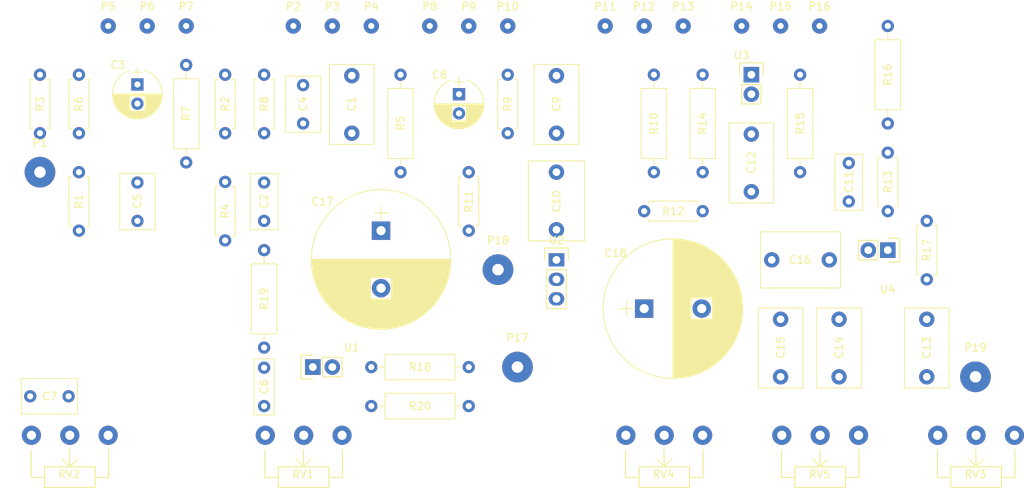
<source format=kicad_pcb>
(kicad_pcb (version 4) (host pcbnew 4.0.0-rc2-stable)

  (general
    (links 84)
    (no_connects 84)
    (area 77.06382 52.215 245.695001 120.104581)
    (thickness 1.6)
    (drawings 0)
    (tracks 0)
    (zones 0)
    (modules 66)
    (nets 34)
  )

  (page A4)
  (layers
    (0 F.Cu signal)
    (31 B.Cu signal)
    (32 B.Adhes user)
    (33 F.Adhes user)
    (34 B.Paste user)
    (35 F.Paste user)
    (36 B.SilkS user)
    (37 F.SilkS user)
    (38 B.Mask user)
    (39 F.Mask user)
    (40 Dwgs.User user)
    (41 Cmts.User user)
    (42 Eco1.User user)
    (43 Eco2.User user)
    (44 Edge.Cuts user)
    (45 Margin user)
    (46 B.CrtYd user)
    (47 F.CrtYd user)
    (48 B.Fab user)
    (49 F.Fab user)
  )

  (setup
    (last_trace_width 0.25)
    (trace_clearance 0.2)
    (zone_clearance 0.508)
    (zone_45_only no)
    (trace_min 0.2)
    (segment_width 0.2)
    (edge_width 0.15)
    (via_size 0.6)
    (via_drill 0.4)
    (via_min_size 0.4)
    (via_min_drill 0.3)
    (uvia_size 0.3)
    (uvia_drill 0.1)
    (uvias_allowed no)
    (uvia_min_size 0.2)
    (uvia_min_drill 0.1)
    (pcb_text_width 0.3)
    (pcb_text_size 1.5 1.5)
    (mod_edge_width 0.15)
    (mod_text_size 1 1)
    (mod_text_width 0.15)
    (pad_size 1.524 1.524)
    (pad_drill 0.762)
    (pad_to_mask_clearance 0.2)
    (aux_axis_origin 0 0)
    (visible_elements FFFFFF7F)
    (pcbplotparams
      (layerselection 0x00030_80000001)
      (usegerberextensions false)
      (excludeedgelayer true)
      (linewidth 0.100000)
      (plotframeref false)
      (viasonmask false)
      (mode 1)
      (useauxorigin false)
      (hpglpennumber 1)
      (hpglpenspeed 20)
      (hpglpendiameter 15)
      (hpglpenoverlay 2)
      (psnegative false)
      (psa4output false)
      (plotreference true)
      (plotvalue true)
      (plotinvisibletext false)
      (padsonsilk false)
      (subtractmaskfromsilk false)
      (outputformat 1)
      (mirror false)
      (drillshape 1)
      (scaleselection 1)
      (outputdirectory ""))
  )

  (net 0 "")
  (net 1 "Net-(C1-Pad1)")
  (net 2 "Net-(C1-Pad2)")
  (net 3 GND)
  (net 4 "Net-(C2-Pad2)")
  (net 5 "Net-(C3-Pad1)")
  (net 6 "Net-(C4-Pad2)")
  (net 7 "Net-(C5-Pad1)")
  (net 8 "Net-(C5-Pad2)")
  (net 9 "Net-(C6-Pad2)")
  (net 10 "Net-(C7-Pad2)")
  (net 11 "Net-(C8-Pad1)")
  (net 12 "Net-(C10-Pad1)")
  (net 13 "Net-(C9-Pad2)")
  (net 14 "Net-(C10-Pad2)")
  (net 15 "Net-(C11-Pad2)")
  (net 16 "Net-(C12-Pad1)")
  (net 17 "Net-(C12-Pad2)")
  (net 18 "Net-(C13-Pad1)")
  (net 19 "Net-(C14-Pad1)")
  (net 20 "Net-(C14-Pad2)")
  (net 21 "Net-(C15-Pad1)")
  (net 22 "Net-(C16-Pad2)")
  (net 23 +HV1)
  (net 24 +HV2)
  (net 25 "Net-(P1-Pad1)")
  (net 26 "Net-(P2-Pad1)")
  (net 27 "Net-(P5-Pad1)")
  (net 28 "Net-(P8-Pad1)")
  (net 29 "Net-(P11-Pad1)")
  (net 30 "Net-(P13-Pad1)")
  (net 31 VCC)
  (net 32 "Net-(P19-Pad1)")
  (net 33 "Net-(R14-Pad2)")

  (net_class Default "Este es el tipo de red por defecto."
    (clearance 0.2)
    (trace_width 0.25)
    (via_dia 0.6)
    (via_drill 0.4)
    (uvia_dia 0.3)
    (uvia_drill 0.1)
    (add_net +HV1)
    (add_net +HV2)
    (add_net GND)
    (add_net "Net-(C1-Pad1)")
    (add_net "Net-(C1-Pad2)")
    (add_net "Net-(C10-Pad1)")
    (add_net "Net-(C10-Pad2)")
    (add_net "Net-(C11-Pad2)")
    (add_net "Net-(C12-Pad1)")
    (add_net "Net-(C12-Pad2)")
    (add_net "Net-(C13-Pad1)")
    (add_net "Net-(C14-Pad1)")
    (add_net "Net-(C14-Pad2)")
    (add_net "Net-(C15-Pad1)")
    (add_net "Net-(C16-Pad2)")
    (add_net "Net-(C2-Pad2)")
    (add_net "Net-(C3-Pad1)")
    (add_net "Net-(C4-Pad2)")
    (add_net "Net-(C5-Pad1)")
    (add_net "Net-(C5-Pad2)")
    (add_net "Net-(C6-Pad2)")
    (add_net "Net-(C7-Pad2)")
    (add_net "Net-(C8-Pad1)")
    (add_net "Net-(C9-Pad2)")
    (add_net "Net-(P1-Pad1)")
    (add_net "Net-(P11-Pad1)")
    (add_net "Net-(P13-Pad1)")
    (add_net "Net-(P19-Pad1)")
    (add_net "Net-(P2-Pad1)")
    (add_net "Net-(P5-Pad1)")
    (add_net "Net-(P8-Pad1)")
    (add_net "Net-(R14-Pad2)")
    (add_net VCC)
  )

  (module Capacitors_THT:C_Rect_L10.3mm_W5.7mm_P7.50mm_MKS4 (layer F.Cu) (tedit 587E6697) (tstamp 587E6671)
    (at 149.86 69.85 90)
    (descr "C, Rect series, Radial, pin pitch=7.50mm, , length*width=10.3*5.7mm^2, Capacitor, http://www.wima.com/EN/WIMA_MKS_4.pdf")
    (tags "C Rect series Radial pin pitch 7.50mm  length 10.3mm width 5.7mm Capacitor")
    (path /587E5CC7)
    (fp_text reference C1 (at 3.81 0 90) (layer F.SilkS)
      (effects (font (size 1 1) (thickness 0.15)))
    )
    (fp_text value 22n (at 3.75 3.91 90) (layer F.Fab)
      (effects (font (size 1 1) (thickness 0.15)))
    )
    (fp_line (start -1.4 -2.85) (end -1.4 2.85) (layer F.Fab) (width 0.1))
    (fp_line (start -1.4 2.85) (end 8.9 2.85) (layer F.Fab) (width 0.1))
    (fp_line (start 8.9 2.85) (end 8.9 -2.85) (layer F.Fab) (width 0.1))
    (fp_line (start 8.9 -2.85) (end -1.4 -2.85) (layer F.Fab) (width 0.1))
    (fp_line (start -1.46 -2.91) (end 8.96 -2.91) (layer F.SilkS) (width 0.12))
    (fp_line (start -1.46 2.91) (end 8.96 2.91) (layer F.SilkS) (width 0.12))
    (fp_line (start -1.46 -2.91) (end -1.46 2.91) (layer F.SilkS) (width 0.12))
    (fp_line (start 8.96 -2.91) (end 8.96 2.91) (layer F.SilkS) (width 0.12))
    (fp_line (start -1.75 -3.2) (end -1.75 3.2) (layer F.CrtYd) (width 0.05))
    (fp_line (start -1.75 3.2) (end 9.25 3.2) (layer F.CrtYd) (width 0.05))
    (fp_line (start 9.25 3.2) (end 9.25 -3.2) (layer F.CrtYd) (width 0.05))
    (fp_line (start 9.25 -3.2) (end -1.75 -3.2) (layer F.CrtYd) (width 0.05))
    (pad 1 thru_hole circle (at 0 0 90) (size 2 2) (drill 1) (layers *.Cu *.Mask)
      (net 1 "Net-(C1-Pad1)"))
    (pad 2 thru_hole circle (at 7.5 0 90) (size 2 2) (drill 1) (layers *.Cu *.Mask)
      (net 2 "Net-(C1-Pad2)"))
    (model Capacitors_ThroughHole.3dshapes/C_Rect_L10.3mm_W5.7mm_P7.50mm_MKS4.wrl
      (at (xyz 0 0 0))
      (scale (xyz 0.393701 0.393701 0.393701))
      (rotate (xyz 0 0 0))
    )
  )

  (module Capacitors_THT:C_Rect_L7.2mm_W3.5mm_P5.00mm_FKS2_FKP2_MKS2_MKP2 (layer F.Cu) (tedit 587E671B) (tstamp 587E6677)
    (at 138.43 81.28 90)
    (descr "C, Rect series, Radial, pin pitch=5.00mm, , length*width=7.2*3.5mm^2, Capacitor, http://www.wima.com/EN/WIMA_FKS_2.pdf")
    (tags "C Rect series Radial pin pitch 5.00mm  length 7.2mm width 3.5mm Capacitor")
    (path /587E4EBD)
    (fp_text reference C2 (at 2.54 0 90) (layer F.SilkS)
      (effects (font (size 1 1) (thickness 0.15)))
    )
    (fp_text value 680n (at 2.5 2.81 90) (layer F.Fab)
      (effects (font (size 1 1) (thickness 0.15)))
    )
    (fp_line (start -1.1 -1.75) (end -1.1 1.75) (layer F.Fab) (width 0.1))
    (fp_line (start -1.1 1.75) (end 6.1 1.75) (layer F.Fab) (width 0.1))
    (fp_line (start 6.1 1.75) (end 6.1 -1.75) (layer F.Fab) (width 0.1))
    (fp_line (start 6.1 -1.75) (end -1.1 -1.75) (layer F.Fab) (width 0.1))
    (fp_line (start -1.16 -1.81) (end 6.16 -1.81) (layer F.SilkS) (width 0.12))
    (fp_line (start -1.16 1.81) (end 6.16 1.81) (layer F.SilkS) (width 0.12))
    (fp_line (start -1.16 -1.81) (end -1.16 1.81) (layer F.SilkS) (width 0.12))
    (fp_line (start 6.16 -1.81) (end 6.16 1.81) (layer F.SilkS) (width 0.12))
    (fp_line (start -1.45 -2.1) (end -1.45 2.1) (layer F.CrtYd) (width 0.05))
    (fp_line (start -1.45 2.1) (end 6.45 2.1) (layer F.CrtYd) (width 0.05))
    (fp_line (start 6.45 2.1) (end 6.45 -2.1) (layer F.CrtYd) (width 0.05))
    (fp_line (start 6.45 -2.1) (end -1.45 -2.1) (layer F.CrtYd) (width 0.05))
    (pad 1 thru_hole circle (at 0 0 90) (size 1.6 1.6) (drill 0.8) (layers *.Cu *.Mask)
      (net 3 GND))
    (pad 2 thru_hole circle (at 5 0 90) (size 1.6 1.6) (drill 0.8) (layers *.Cu *.Mask)
      (net 4 "Net-(C2-Pad2)"))
    (model Capacitors_ThroughHole.3dshapes/C_Rect_L7.2mm_W3.5mm_P5.00mm_FKS2_FKP2_MKS2_MKP2.wrl
      (at (xyz 0 0 0))
      (scale (xyz 0.393701 0.393701 0.393701))
      (rotate (xyz 0 0 0))
    )
  )

  (module Capacitors_THT:CP_Radial_D6.3mm_P2.50mm (layer F.Cu) (tedit 587E6822) (tstamp 587E667D)
    (at 121.92 63.5 270)
    (descr "CP, Radial series, Radial, pin pitch=2.50mm, , diameter=6.3mm, Electrolytic Capacitor")
    (tags "CP Radial series Radial pin pitch 2.50mm  diameter 6.3mm Electrolytic Capacitor")
    (path /587E4ED7)
    (fp_text reference C3 (at -2.54 2.54 360) (layer F.SilkS)
      (effects (font (size 1 1) (thickness 0.15)))
    )
    (fp_text value 22u (at 5.08 -2.54 360) (layer F.Fab)
      (effects (font (size 1 1) (thickness 0.15)))
    )
    (fp_arc (start 1.25 0) (end -1.838236 -0.98) (angle 144.8) (layer F.SilkS) (width 0.12))
    (fp_arc (start 1.25 0) (end -1.838236 0.98) (angle -144.8) (layer F.SilkS) (width 0.12))
    (fp_arc (start 1.25 0) (end 4.338236 -0.98) (angle 35.2) (layer F.SilkS) (width 0.12))
    (fp_circle (center 1.25 0) (end 4.4 0) (layer F.Fab) (width 0.1))
    (fp_line (start -2.2 0) (end -1 0) (layer F.Fab) (width 0.1))
    (fp_line (start -1.6 -0.65) (end -1.6 0.65) (layer F.Fab) (width 0.1))
    (fp_line (start 1.25 -3.2) (end 1.25 3.2) (layer F.SilkS) (width 0.12))
    (fp_line (start 1.29 -3.2) (end 1.29 3.2) (layer F.SilkS) (width 0.12))
    (fp_line (start 1.33 -3.2) (end 1.33 3.2) (layer F.SilkS) (width 0.12))
    (fp_line (start 1.37 -3.198) (end 1.37 3.198) (layer F.SilkS) (width 0.12))
    (fp_line (start 1.41 -3.197) (end 1.41 3.197) (layer F.SilkS) (width 0.12))
    (fp_line (start 1.45 -3.194) (end 1.45 3.194) (layer F.SilkS) (width 0.12))
    (fp_line (start 1.49 -3.192) (end 1.49 3.192) (layer F.SilkS) (width 0.12))
    (fp_line (start 1.53 -3.188) (end 1.53 -0.98) (layer F.SilkS) (width 0.12))
    (fp_line (start 1.53 0.98) (end 1.53 3.188) (layer F.SilkS) (width 0.12))
    (fp_line (start 1.57 -3.185) (end 1.57 -0.98) (layer F.SilkS) (width 0.12))
    (fp_line (start 1.57 0.98) (end 1.57 3.185) (layer F.SilkS) (width 0.12))
    (fp_line (start 1.61 -3.18) (end 1.61 -0.98) (layer F.SilkS) (width 0.12))
    (fp_line (start 1.61 0.98) (end 1.61 3.18) (layer F.SilkS) (width 0.12))
    (fp_line (start 1.65 -3.176) (end 1.65 -0.98) (layer F.SilkS) (width 0.12))
    (fp_line (start 1.65 0.98) (end 1.65 3.176) (layer F.SilkS) (width 0.12))
    (fp_line (start 1.69 -3.17) (end 1.69 -0.98) (layer F.SilkS) (width 0.12))
    (fp_line (start 1.69 0.98) (end 1.69 3.17) (layer F.SilkS) (width 0.12))
    (fp_line (start 1.73 -3.165) (end 1.73 -0.98) (layer F.SilkS) (width 0.12))
    (fp_line (start 1.73 0.98) (end 1.73 3.165) (layer F.SilkS) (width 0.12))
    (fp_line (start 1.77 -3.158) (end 1.77 -0.98) (layer F.SilkS) (width 0.12))
    (fp_line (start 1.77 0.98) (end 1.77 3.158) (layer F.SilkS) (width 0.12))
    (fp_line (start 1.81 -3.152) (end 1.81 -0.98) (layer F.SilkS) (width 0.12))
    (fp_line (start 1.81 0.98) (end 1.81 3.152) (layer F.SilkS) (width 0.12))
    (fp_line (start 1.85 -3.144) (end 1.85 -0.98) (layer F.SilkS) (width 0.12))
    (fp_line (start 1.85 0.98) (end 1.85 3.144) (layer F.SilkS) (width 0.12))
    (fp_line (start 1.89 -3.137) (end 1.89 -0.98) (layer F.SilkS) (width 0.12))
    (fp_line (start 1.89 0.98) (end 1.89 3.137) (layer F.SilkS) (width 0.12))
    (fp_line (start 1.93 -3.128) (end 1.93 -0.98) (layer F.SilkS) (width 0.12))
    (fp_line (start 1.93 0.98) (end 1.93 3.128) (layer F.SilkS) (width 0.12))
    (fp_line (start 1.971 -3.119) (end 1.971 -0.98) (layer F.SilkS) (width 0.12))
    (fp_line (start 1.971 0.98) (end 1.971 3.119) (layer F.SilkS) (width 0.12))
    (fp_line (start 2.011 -3.11) (end 2.011 -0.98) (layer F.SilkS) (width 0.12))
    (fp_line (start 2.011 0.98) (end 2.011 3.11) (layer F.SilkS) (width 0.12))
    (fp_line (start 2.051 -3.1) (end 2.051 -0.98) (layer F.SilkS) (width 0.12))
    (fp_line (start 2.051 0.98) (end 2.051 3.1) (layer F.SilkS) (width 0.12))
    (fp_line (start 2.091 -3.09) (end 2.091 -0.98) (layer F.SilkS) (width 0.12))
    (fp_line (start 2.091 0.98) (end 2.091 3.09) (layer F.SilkS) (width 0.12))
    (fp_line (start 2.131 -3.079) (end 2.131 -0.98) (layer F.SilkS) (width 0.12))
    (fp_line (start 2.131 0.98) (end 2.131 3.079) (layer F.SilkS) (width 0.12))
    (fp_line (start 2.171 -3.067) (end 2.171 -0.98) (layer F.SilkS) (width 0.12))
    (fp_line (start 2.171 0.98) (end 2.171 3.067) (layer F.SilkS) (width 0.12))
    (fp_line (start 2.211 -3.055) (end 2.211 -0.98) (layer F.SilkS) (width 0.12))
    (fp_line (start 2.211 0.98) (end 2.211 3.055) (layer F.SilkS) (width 0.12))
    (fp_line (start 2.251 -3.042) (end 2.251 -0.98) (layer F.SilkS) (width 0.12))
    (fp_line (start 2.251 0.98) (end 2.251 3.042) (layer F.SilkS) (width 0.12))
    (fp_line (start 2.291 -3.029) (end 2.291 -0.98) (layer F.SilkS) (width 0.12))
    (fp_line (start 2.291 0.98) (end 2.291 3.029) (layer F.SilkS) (width 0.12))
    (fp_line (start 2.331 -3.015) (end 2.331 -0.98) (layer F.SilkS) (width 0.12))
    (fp_line (start 2.331 0.98) (end 2.331 3.015) (layer F.SilkS) (width 0.12))
    (fp_line (start 2.371 -3.001) (end 2.371 -0.98) (layer F.SilkS) (width 0.12))
    (fp_line (start 2.371 0.98) (end 2.371 3.001) (layer F.SilkS) (width 0.12))
    (fp_line (start 2.411 -2.986) (end 2.411 -0.98) (layer F.SilkS) (width 0.12))
    (fp_line (start 2.411 0.98) (end 2.411 2.986) (layer F.SilkS) (width 0.12))
    (fp_line (start 2.451 -2.97) (end 2.451 -0.98) (layer F.SilkS) (width 0.12))
    (fp_line (start 2.451 0.98) (end 2.451 2.97) (layer F.SilkS) (width 0.12))
    (fp_line (start 2.491 -2.954) (end 2.491 -0.98) (layer F.SilkS) (width 0.12))
    (fp_line (start 2.491 0.98) (end 2.491 2.954) (layer F.SilkS) (width 0.12))
    (fp_line (start 2.531 -2.937) (end 2.531 -0.98) (layer F.SilkS) (width 0.12))
    (fp_line (start 2.531 0.98) (end 2.531 2.937) (layer F.SilkS) (width 0.12))
    (fp_line (start 2.571 -2.919) (end 2.571 -0.98) (layer F.SilkS) (width 0.12))
    (fp_line (start 2.571 0.98) (end 2.571 2.919) (layer F.SilkS) (width 0.12))
    (fp_line (start 2.611 -2.901) (end 2.611 -0.98) (layer F.SilkS) (width 0.12))
    (fp_line (start 2.611 0.98) (end 2.611 2.901) (layer F.SilkS) (width 0.12))
    (fp_line (start 2.651 -2.882) (end 2.651 -0.98) (layer F.SilkS) (width 0.12))
    (fp_line (start 2.651 0.98) (end 2.651 2.882) (layer F.SilkS) (width 0.12))
    (fp_line (start 2.691 -2.863) (end 2.691 -0.98) (layer F.SilkS) (width 0.12))
    (fp_line (start 2.691 0.98) (end 2.691 2.863) (layer F.SilkS) (width 0.12))
    (fp_line (start 2.731 -2.843) (end 2.731 -0.98) (layer F.SilkS) (width 0.12))
    (fp_line (start 2.731 0.98) (end 2.731 2.843) (layer F.SilkS) (width 0.12))
    (fp_line (start 2.771 -2.822) (end 2.771 -0.98) (layer F.SilkS) (width 0.12))
    (fp_line (start 2.771 0.98) (end 2.771 2.822) (layer F.SilkS) (width 0.12))
    (fp_line (start 2.811 -2.8) (end 2.811 -0.98) (layer F.SilkS) (width 0.12))
    (fp_line (start 2.811 0.98) (end 2.811 2.8) (layer F.SilkS) (width 0.12))
    (fp_line (start 2.851 -2.778) (end 2.851 -0.98) (layer F.SilkS) (width 0.12))
    (fp_line (start 2.851 0.98) (end 2.851 2.778) (layer F.SilkS) (width 0.12))
    (fp_line (start 2.891 -2.755) (end 2.891 -0.98) (layer F.SilkS) (width 0.12))
    (fp_line (start 2.891 0.98) (end 2.891 2.755) (layer F.SilkS) (width 0.12))
    (fp_line (start 2.931 -2.731) (end 2.931 -0.98) (layer F.SilkS) (width 0.12))
    (fp_line (start 2.931 0.98) (end 2.931 2.731) (layer F.SilkS) (width 0.12))
    (fp_line (start 2.971 -2.706) (end 2.971 -0.98) (layer F.SilkS) (width 0.12))
    (fp_line (start 2.971 0.98) (end 2.971 2.706) (layer F.SilkS) (width 0.12))
    (fp_line (start 3.011 -2.681) (end 3.011 -0.98) (layer F.SilkS) (width 0.12))
    (fp_line (start 3.011 0.98) (end 3.011 2.681) (layer F.SilkS) (width 0.12))
    (fp_line (start 3.051 -2.654) (end 3.051 -0.98) (layer F.SilkS) (width 0.12))
    (fp_line (start 3.051 0.98) (end 3.051 2.654) (layer F.SilkS) (width 0.12))
    (fp_line (start 3.091 -2.627) (end 3.091 -0.98) (layer F.SilkS) (width 0.12))
    (fp_line (start 3.091 0.98) (end 3.091 2.627) (layer F.SilkS) (width 0.12))
    (fp_line (start 3.131 -2.599) (end 3.131 -0.98) (layer F.SilkS) (width 0.12))
    (fp_line (start 3.131 0.98) (end 3.131 2.599) (layer F.SilkS) (width 0.12))
    (fp_line (start 3.171 -2.57) (end 3.171 -0.98) (layer F.SilkS) (width 0.12))
    (fp_line (start 3.171 0.98) (end 3.171 2.57) (layer F.SilkS) (width 0.12))
    (fp_line (start 3.211 -2.54) (end 3.211 -0.98) (layer F.SilkS) (width 0.12))
    (fp_line (start 3.211 0.98) (end 3.211 2.54) (layer F.SilkS) (width 0.12))
    (fp_line (start 3.251 -2.51) (end 3.251 -0.98) (layer F.SilkS) (width 0.12))
    (fp_line (start 3.251 0.98) (end 3.251 2.51) (layer F.SilkS) (width 0.12))
    (fp_line (start 3.291 -2.478) (end 3.291 -0.98) (layer F.SilkS) (width 0.12))
    (fp_line (start 3.291 0.98) (end 3.291 2.478) (layer F.SilkS) (width 0.12))
    (fp_line (start 3.331 -2.445) (end 3.331 -0.98) (layer F.SilkS) (width 0.12))
    (fp_line (start 3.331 0.98) (end 3.331 2.445) (layer F.SilkS) (width 0.12))
    (fp_line (start 3.371 -2.411) (end 3.371 -0.98) (layer F.SilkS) (width 0.12))
    (fp_line (start 3.371 0.98) (end 3.371 2.411) (layer F.SilkS) (width 0.12))
    (fp_line (start 3.411 -2.375) (end 3.411 -0.98) (layer F.SilkS) (width 0.12))
    (fp_line (start 3.411 0.98) (end 3.411 2.375) (layer F.SilkS) (width 0.12))
    (fp_line (start 3.451 -2.339) (end 3.451 -0.98) (layer F.SilkS) (width 0.12))
    (fp_line (start 3.451 0.98) (end 3.451 2.339) (layer F.SilkS) (width 0.12))
    (fp_line (start 3.491 -2.301) (end 3.491 2.301) (layer F.SilkS) (width 0.12))
    (fp_line (start 3.531 -2.262) (end 3.531 2.262) (layer F.SilkS) (width 0.12))
    (fp_line (start 3.571 -2.222) (end 3.571 2.222) (layer F.SilkS) (width 0.12))
    (fp_line (start 3.611 -2.18) (end 3.611 2.18) (layer F.SilkS) (width 0.12))
    (fp_line (start 3.651 -2.137) (end 3.651 2.137) (layer F.SilkS) (width 0.12))
    (fp_line (start 3.691 -2.092) (end 3.691 2.092) (layer F.SilkS) (width 0.12))
    (fp_line (start 3.731 -2.045) (end 3.731 2.045) (layer F.SilkS) (width 0.12))
    (fp_line (start 3.771 -1.997) (end 3.771 1.997) (layer F.SilkS) (width 0.12))
    (fp_line (start 3.811 -1.946) (end 3.811 1.946) (layer F.SilkS) (width 0.12))
    (fp_line (start 3.851 -1.894) (end 3.851 1.894) (layer F.SilkS) (width 0.12))
    (fp_line (start 3.891 -1.839) (end 3.891 1.839) (layer F.SilkS) (width 0.12))
    (fp_line (start 3.931 -1.781) (end 3.931 1.781) (layer F.SilkS) (width 0.12))
    (fp_line (start 3.971 -1.721) (end 3.971 1.721) (layer F.SilkS) (width 0.12))
    (fp_line (start 4.011 -1.658) (end 4.011 1.658) (layer F.SilkS) (width 0.12))
    (fp_line (start 4.051 -1.591) (end 4.051 1.591) (layer F.SilkS) (width 0.12))
    (fp_line (start 4.091 -1.52) (end 4.091 1.52) (layer F.SilkS) (width 0.12))
    (fp_line (start 4.131 -1.445) (end 4.131 1.445) (layer F.SilkS) (width 0.12))
    (fp_line (start 4.171 -1.364) (end 4.171 1.364) (layer F.SilkS) (width 0.12))
    (fp_line (start 4.211 -1.278) (end 4.211 1.278) (layer F.SilkS) (width 0.12))
    (fp_line (start 4.251 -1.184) (end 4.251 1.184) (layer F.SilkS) (width 0.12))
    (fp_line (start 4.291 -1.081) (end 4.291 1.081) (layer F.SilkS) (width 0.12))
    (fp_line (start 4.331 -0.966) (end 4.331 0.966) (layer F.SilkS) (width 0.12))
    (fp_line (start 4.371 -0.834) (end 4.371 0.834) (layer F.SilkS) (width 0.12))
    (fp_line (start 4.411 -0.676) (end 4.411 0.676) (layer F.SilkS) (width 0.12))
    (fp_line (start 4.451 -0.468) (end 4.451 0.468) (layer F.SilkS) (width 0.12))
    (fp_line (start -2.2 0) (end -1 0) (layer F.SilkS) (width 0.12))
    (fp_line (start -1.6 -0.65) (end -1.6 0.65) (layer F.SilkS) (width 0.12))
    (fp_line (start -2.25 -3.5) (end -2.25 3.5) (layer F.CrtYd) (width 0.05))
    (fp_line (start -2.25 3.5) (end 4.75 3.5) (layer F.CrtYd) (width 0.05))
    (fp_line (start 4.75 3.5) (end 4.75 -3.5) (layer F.CrtYd) (width 0.05))
    (fp_line (start 4.75 -3.5) (end -2.25 -3.5) (layer F.CrtYd) (width 0.05))
    (pad 1 thru_hole rect (at 0 0 270) (size 1.6 1.6) (drill 0.8) (layers *.Cu *.Mask)
      (net 5 "Net-(C3-Pad1)"))
    (pad 2 thru_hole circle (at 2.5 0 270) (size 1.6 1.6) (drill 0.8) (layers *.Cu *.Mask)
      (net 3 GND))
    (model Capacitors_ThroughHole.3dshapes/CP_Radial_D6.3mm_P2.50mm.wrl
      (at (xyz 0 0 0))
      (scale (xyz 0.393701 0.393701 0.393701))
      (rotate (xyz 0 0 0))
    )
  )

  (module Capacitors_THT:C_Rect_L7.2mm_W4.5mm_P5.00mm_FKS2_FKP2_MKS2_MKP2 (layer F.Cu) (tedit 587E6716) (tstamp 587E6683)
    (at 143.51 68.58 90)
    (descr "C, Rect series, Radial, pin pitch=5.00mm, , length*width=7.2*4.5mm^2, Capacitor, http://www.wima.com/EN/WIMA_FKS_2.pdf")
    (tags "C Rect series Radial pin pitch 5.00mm  length 7.2mm width 4.5mm Capacitor")
    (path /587E4EEB)
    (fp_text reference C4 (at 2.54 0 90) (layer F.SilkS)
      (effects (font (size 1 1) (thickness 0.15)))
    )
    (fp_text value 470p (at 2.5 3.31 90) (layer F.Fab)
      (effects (font (size 1 1) (thickness 0.15)))
    )
    (fp_line (start -1.1 -2.25) (end -1.1 2.25) (layer F.Fab) (width 0.1))
    (fp_line (start -1.1 2.25) (end 6.1 2.25) (layer F.Fab) (width 0.1))
    (fp_line (start 6.1 2.25) (end 6.1 -2.25) (layer F.Fab) (width 0.1))
    (fp_line (start 6.1 -2.25) (end -1.1 -2.25) (layer F.Fab) (width 0.1))
    (fp_line (start -1.16 -2.31) (end 6.16 -2.31) (layer F.SilkS) (width 0.12))
    (fp_line (start -1.16 2.31) (end 6.16 2.31) (layer F.SilkS) (width 0.12))
    (fp_line (start -1.16 -2.31) (end -1.16 2.31) (layer F.SilkS) (width 0.12))
    (fp_line (start 6.16 -2.31) (end 6.16 2.31) (layer F.SilkS) (width 0.12))
    (fp_line (start -1.45 -2.6) (end -1.45 2.6) (layer F.CrtYd) (width 0.05))
    (fp_line (start -1.45 2.6) (end 6.45 2.6) (layer F.CrtYd) (width 0.05))
    (fp_line (start 6.45 2.6) (end 6.45 -2.6) (layer F.CrtYd) (width 0.05))
    (fp_line (start 6.45 -2.6) (end -1.45 -2.6) (layer F.CrtYd) (width 0.05))
    (pad 1 thru_hole circle (at 0 0 90) (size 1.6 1.6) (drill 0.8) (layers *.Cu *.Mask)
      (net 1 "Net-(C1-Pad1)"))
    (pad 2 thru_hole circle (at 5 0 90) (size 1.6 1.6) (drill 0.8) (layers *.Cu *.Mask)
      (net 6 "Net-(C4-Pad2)"))
    (model Capacitors_ThroughHole.3dshapes/C_Rect_L7.2mm_W4.5mm_P5.00mm_FKS2_FKP2_MKS2_MKP2.wrl
      (at (xyz 0 0 0))
      (scale (xyz 0.393701 0.393701 0.393701))
      (rotate (xyz 0 0 0))
    )
  )

  (module Capacitors_THT:C_Rect_L7.2mm_W4.5mm_P5.00mm_FKS2_FKP2_MKS2_MKP2 (layer F.Cu) (tedit 587E670A) (tstamp 587E6689)
    (at 121.92 81.28 90)
    (descr "C, Rect series, Radial, pin pitch=5.00mm, , length*width=7.2*4.5mm^2, Capacitor, http://www.wima.com/EN/WIMA_FKS_2.pdf")
    (tags "C Rect series Radial pin pitch 5.00mm  length 7.2mm width 4.5mm Capacitor")
    (path /587E4EC1)
    (fp_text reference C5 (at 2.54 0 90) (layer F.SilkS)
      (effects (font (size 1 1) (thickness 0.15)))
    )
    (fp_text value 470p (at 2.5 3.31 90) (layer F.Fab)
      (effects (font (size 1 1) (thickness 0.15)))
    )
    (fp_line (start -1.1 -2.25) (end -1.1 2.25) (layer F.Fab) (width 0.1))
    (fp_line (start -1.1 2.25) (end 6.1 2.25) (layer F.Fab) (width 0.1))
    (fp_line (start 6.1 2.25) (end 6.1 -2.25) (layer F.Fab) (width 0.1))
    (fp_line (start 6.1 -2.25) (end -1.1 -2.25) (layer F.Fab) (width 0.1))
    (fp_line (start -1.16 -2.31) (end 6.16 -2.31) (layer F.SilkS) (width 0.12))
    (fp_line (start -1.16 2.31) (end 6.16 2.31) (layer F.SilkS) (width 0.12))
    (fp_line (start -1.16 -2.31) (end -1.16 2.31) (layer F.SilkS) (width 0.12))
    (fp_line (start 6.16 -2.31) (end 6.16 2.31) (layer F.SilkS) (width 0.12))
    (fp_line (start -1.45 -2.6) (end -1.45 2.6) (layer F.CrtYd) (width 0.05))
    (fp_line (start -1.45 2.6) (end 6.45 2.6) (layer F.CrtYd) (width 0.05))
    (fp_line (start 6.45 2.6) (end 6.45 -2.6) (layer F.CrtYd) (width 0.05))
    (fp_line (start 6.45 -2.6) (end -1.45 -2.6) (layer F.CrtYd) (width 0.05))
    (pad 1 thru_hole circle (at 0 0 90) (size 1.6 1.6) (drill 0.8) (layers *.Cu *.Mask)
      (net 7 "Net-(C5-Pad1)"))
    (pad 2 thru_hole circle (at 5 0 90) (size 1.6 1.6) (drill 0.8) (layers *.Cu *.Mask)
      (net 8 "Net-(C5-Pad2)"))
    (model Capacitors_ThroughHole.3dshapes/C_Rect_L7.2mm_W4.5mm_P5.00mm_FKS2_FKP2_MKS2_MKP2.wrl
      (at (xyz 0 0 0))
      (scale (xyz 0.393701 0.393701 0.393701))
      (rotate (xyz 0 0 0))
    )
  )

  (module Capacitors_THT:C_Rect_L7.2mm_W2.5mm_P5.00mm_FKS2_FKP2_MKS2_MKP2 (layer F.Cu) (tedit 587E6683) (tstamp 587E668F)
    (at 138.43 105.41 90)
    (descr "C, Rect series, Radial, pin pitch=5.00mm, , length*width=7.2*2.5mm^2, Capacitor, http://www.wima.com/EN/WIMA_FKS_2.pdf")
    (tags "C Rect series Radial pin pitch 5.00mm  length 7.2mm width 2.5mm Capacitor")
    (path /587E4EEE)
    (fp_text reference C6 (at 2.54 0 90) (layer F.SilkS)
      (effects (font (size 1 1) (thickness 0.15)))
    )
    (fp_text value 1n (at 2.5 2.31 90) (layer F.Fab)
      (effects (font (size 1 1) (thickness 0.15)))
    )
    (fp_line (start -1.1 -1.25) (end -1.1 1.25) (layer F.Fab) (width 0.1))
    (fp_line (start -1.1 1.25) (end 6.1 1.25) (layer F.Fab) (width 0.1))
    (fp_line (start 6.1 1.25) (end 6.1 -1.25) (layer F.Fab) (width 0.1))
    (fp_line (start 6.1 -1.25) (end -1.1 -1.25) (layer F.Fab) (width 0.1))
    (fp_line (start -1.16 -1.31) (end 6.16 -1.31) (layer F.SilkS) (width 0.12))
    (fp_line (start -1.16 1.31) (end 6.16 1.31) (layer F.SilkS) (width 0.12))
    (fp_line (start -1.16 -1.31) (end -1.16 1.31) (layer F.SilkS) (width 0.12))
    (fp_line (start 6.16 -1.31) (end 6.16 1.31) (layer F.SilkS) (width 0.12))
    (fp_line (start -1.45 -1.6) (end -1.45 1.6) (layer F.CrtYd) (width 0.05))
    (fp_line (start -1.45 1.6) (end 6.45 1.6) (layer F.CrtYd) (width 0.05))
    (fp_line (start 6.45 1.6) (end 6.45 -1.6) (layer F.CrtYd) (width 0.05))
    (fp_line (start 6.45 -1.6) (end -1.45 -1.6) (layer F.CrtYd) (width 0.05))
    (pad 1 thru_hole circle (at 0 0 90) (size 1.6 1.6) (drill 0.8) (layers *.Cu *.Mask)
      (net 6 "Net-(C4-Pad2)"))
    (pad 2 thru_hole circle (at 5 0 90) (size 1.6 1.6) (drill 0.8) (layers *.Cu *.Mask)
      (net 9 "Net-(C6-Pad2)"))
    (model Capacitors_ThroughHole.3dshapes/C_Rect_L7.2mm_W2.5mm_P5.00mm_FKS2_FKP2_MKS2_MKP2.wrl
      (at (xyz 0 0 0))
      (scale (xyz 0.393701 0.393701 0.393701))
      (rotate (xyz 0 0 0))
    )
  )

  (module Capacitors_THT:C_Rect_L7.2mm_W4.5mm_P5.00mm_FKS2_FKP2_MKS2_MKP2 (layer F.Cu) (tedit 587E676C) (tstamp 587E6695)
    (at 107.95 104.14)
    (descr "C, Rect series, Radial, pin pitch=5.00mm, , length*width=7.2*4.5mm^2, Capacitor, http://www.wima.com/EN/WIMA_FKS_2.pdf")
    (tags "C Rect series Radial pin pitch 5.00mm  length 7.2mm width 4.5mm Capacitor")
    (path /587E4EEF)
    (fp_text reference C7 (at 2.54 0) (layer F.SilkS)
      (effects (font (size 1 1) (thickness 0.15)))
    )
    (fp_text value 100p (at 2.5 3.31) (layer F.Fab)
      (effects (font (size 1 1) (thickness 0.15)))
    )
    (fp_line (start -1.1 -2.25) (end -1.1 2.25) (layer F.Fab) (width 0.1))
    (fp_line (start -1.1 2.25) (end 6.1 2.25) (layer F.Fab) (width 0.1))
    (fp_line (start 6.1 2.25) (end 6.1 -2.25) (layer F.Fab) (width 0.1))
    (fp_line (start 6.1 -2.25) (end -1.1 -2.25) (layer F.Fab) (width 0.1))
    (fp_line (start -1.16 -2.31) (end 6.16 -2.31) (layer F.SilkS) (width 0.12))
    (fp_line (start -1.16 2.31) (end 6.16 2.31) (layer F.SilkS) (width 0.12))
    (fp_line (start -1.16 -2.31) (end -1.16 2.31) (layer F.SilkS) (width 0.12))
    (fp_line (start 6.16 -2.31) (end 6.16 2.31) (layer F.SilkS) (width 0.12))
    (fp_line (start -1.45 -2.6) (end -1.45 2.6) (layer F.CrtYd) (width 0.05))
    (fp_line (start -1.45 2.6) (end 6.45 2.6) (layer F.CrtYd) (width 0.05))
    (fp_line (start 6.45 2.6) (end 6.45 -2.6) (layer F.CrtYd) (width 0.05))
    (fp_line (start 6.45 -2.6) (end -1.45 -2.6) (layer F.CrtYd) (width 0.05))
    (pad 1 thru_hole circle (at 0 0) (size 1.6 1.6) (drill 0.8) (layers *.Cu *.Mask)
      (net 7 "Net-(C5-Pad1)"))
    (pad 2 thru_hole circle (at 5 0) (size 1.6 1.6) (drill 0.8) (layers *.Cu *.Mask)
      (net 10 "Net-(C7-Pad2)"))
    (model Capacitors_ThroughHole.3dshapes/C_Rect_L7.2mm_W4.5mm_P5.00mm_FKS2_FKP2_MKS2_MKP2.wrl
      (at (xyz 0 0 0))
      (scale (xyz 0.393701 0.393701 0.393701))
      (rotate (xyz 0 0 0))
    )
  )

  (module Capacitors_THT:CP_Radial_D6.3mm_P2.50mm (layer F.Cu) (tedit 587E681C) (tstamp 587E669B)
    (at 163.83 64.77 270)
    (descr "CP, Radial series, Radial, pin pitch=2.50mm, , diameter=6.3mm, Electrolytic Capacitor")
    (tags "CP Radial series Radial pin pitch 2.50mm  diameter 6.3mm Electrolytic Capacitor")
    (path /587E4EEA)
    (fp_text reference C8 (at -2.54 2.54 360) (layer F.SilkS)
      (effects (font (size 1 1) (thickness 0.15)))
    )
    (fp_text value 22u (at 5.08 -2.54 360) (layer F.Fab)
      (effects (font (size 1 1) (thickness 0.15)))
    )
    (fp_arc (start 1.25 0) (end -1.838236 -0.98) (angle 144.8) (layer F.SilkS) (width 0.12))
    (fp_arc (start 1.25 0) (end -1.838236 0.98) (angle -144.8) (layer F.SilkS) (width 0.12))
    (fp_arc (start 1.25 0) (end 4.338236 -0.98) (angle 35.2) (layer F.SilkS) (width 0.12))
    (fp_circle (center 1.25 0) (end 4.4 0) (layer F.Fab) (width 0.1))
    (fp_line (start -2.2 0) (end -1 0) (layer F.Fab) (width 0.1))
    (fp_line (start -1.6 -0.65) (end -1.6 0.65) (layer F.Fab) (width 0.1))
    (fp_line (start 1.25 -3.2) (end 1.25 3.2) (layer F.SilkS) (width 0.12))
    (fp_line (start 1.29 -3.2) (end 1.29 3.2) (layer F.SilkS) (width 0.12))
    (fp_line (start 1.33 -3.2) (end 1.33 3.2) (layer F.SilkS) (width 0.12))
    (fp_line (start 1.37 -3.198) (end 1.37 3.198) (layer F.SilkS) (width 0.12))
    (fp_line (start 1.41 -3.197) (end 1.41 3.197) (layer F.SilkS) (width 0.12))
    (fp_line (start 1.45 -3.194) (end 1.45 3.194) (layer F.SilkS) (width 0.12))
    (fp_line (start 1.49 -3.192) (end 1.49 3.192) (layer F.SilkS) (width 0.12))
    (fp_line (start 1.53 -3.188) (end 1.53 -0.98) (layer F.SilkS) (width 0.12))
    (fp_line (start 1.53 0.98) (end 1.53 3.188) (layer F.SilkS) (width 0.12))
    (fp_line (start 1.57 -3.185) (end 1.57 -0.98) (layer F.SilkS) (width 0.12))
    (fp_line (start 1.57 0.98) (end 1.57 3.185) (layer F.SilkS) (width 0.12))
    (fp_line (start 1.61 -3.18) (end 1.61 -0.98) (layer F.SilkS) (width 0.12))
    (fp_line (start 1.61 0.98) (end 1.61 3.18) (layer F.SilkS) (width 0.12))
    (fp_line (start 1.65 -3.176) (end 1.65 -0.98) (layer F.SilkS) (width 0.12))
    (fp_line (start 1.65 0.98) (end 1.65 3.176) (layer F.SilkS) (width 0.12))
    (fp_line (start 1.69 -3.17) (end 1.69 -0.98) (layer F.SilkS) (width 0.12))
    (fp_line (start 1.69 0.98) (end 1.69 3.17) (layer F.SilkS) (width 0.12))
    (fp_line (start 1.73 -3.165) (end 1.73 -0.98) (layer F.SilkS) (width 0.12))
    (fp_line (start 1.73 0.98) (end 1.73 3.165) (layer F.SilkS) (width 0.12))
    (fp_line (start 1.77 -3.158) (end 1.77 -0.98) (layer F.SilkS) (width 0.12))
    (fp_line (start 1.77 0.98) (end 1.77 3.158) (layer F.SilkS) (width 0.12))
    (fp_line (start 1.81 -3.152) (end 1.81 -0.98) (layer F.SilkS) (width 0.12))
    (fp_line (start 1.81 0.98) (end 1.81 3.152) (layer F.SilkS) (width 0.12))
    (fp_line (start 1.85 -3.144) (end 1.85 -0.98) (layer F.SilkS) (width 0.12))
    (fp_line (start 1.85 0.98) (end 1.85 3.144) (layer F.SilkS) (width 0.12))
    (fp_line (start 1.89 -3.137) (end 1.89 -0.98) (layer F.SilkS) (width 0.12))
    (fp_line (start 1.89 0.98) (end 1.89 3.137) (layer F.SilkS) (width 0.12))
    (fp_line (start 1.93 -3.128) (end 1.93 -0.98) (layer F.SilkS) (width 0.12))
    (fp_line (start 1.93 0.98) (end 1.93 3.128) (layer F.SilkS) (width 0.12))
    (fp_line (start 1.971 -3.119) (end 1.971 -0.98) (layer F.SilkS) (width 0.12))
    (fp_line (start 1.971 0.98) (end 1.971 3.119) (layer F.SilkS) (width 0.12))
    (fp_line (start 2.011 -3.11) (end 2.011 -0.98) (layer F.SilkS) (width 0.12))
    (fp_line (start 2.011 0.98) (end 2.011 3.11) (layer F.SilkS) (width 0.12))
    (fp_line (start 2.051 -3.1) (end 2.051 -0.98) (layer F.SilkS) (width 0.12))
    (fp_line (start 2.051 0.98) (end 2.051 3.1) (layer F.SilkS) (width 0.12))
    (fp_line (start 2.091 -3.09) (end 2.091 -0.98) (layer F.SilkS) (width 0.12))
    (fp_line (start 2.091 0.98) (end 2.091 3.09) (layer F.SilkS) (width 0.12))
    (fp_line (start 2.131 -3.079) (end 2.131 -0.98) (layer F.SilkS) (width 0.12))
    (fp_line (start 2.131 0.98) (end 2.131 3.079) (layer F.SilkS) (width 0.12))
    (fp_line (start 2.171 -3.067) (end 2.171 -0.98) (layer F.SilkS) (width 0.12))
    (fp_line (start 2.171 0.98) (end 2.171 3.067) (layer F.SilkS) (width 0.12))
    (fp_line (start 2.211 -3.055) (end 2.211 -0.98) (layer F.SilkS) (width 0.12))
    (fp_line (start 2.211 0.98) (end 2.211 3.055) (layer F.SilkS) (width 0.12))
    (fp_line (start 2.251 -3.042) (end 2.251 -0.98) (layer F.SilkS) (width 0.12))
    (fp_line (start 2.251 0.98) (end 2.251 3.042) (layer F.SilkS) (width 0.12))
    (fp_line (start 2.291 -3.029) (end 2.291 -0.98) (layer F.SilkS) (width 0.12))
    (fp_line (start 2.291 0.98) (end 2.291 3.029) (layer F.SilkS) (width 0.12))
    (fp_line (start 2.331 -3.015) (end 2.331 -0.98) (layer F.SilkS) (width 0.12))
    (fp_line (start 2.331 0.98) (end 2.331 3.015) (layer F.SilkS) (width 0.12))
    (fp_line (start 2.371 -3.001) (end 2.371 -0.98) (layer F.SilkS) (width 0.12))
    (fp_line (start 2.371 0.98) (end 2.371 3.001) (layer F.SilkS) (width 0.12))
    (fp_line (start 2.411 -2.986) (end 2.411 -0.98) (layer F.SilkS) (width 0.12))
    (fp_line (start 2.411 0.98) (end 2.411 2.986) (layer F.SilkS) (width 0.12))
    (fp_line (start 2.451 -2.97) (end 2.451 -0.98) (layer F.SilkS) (width 0.12))
    (fp_line (start 2.451 0.98) (end 2.451 2.97) (layer F.SilkS) (width 0.12))
    (fp_line (start 2.491 -2.954) (end 2.491 -0.98) (layer F.SilkS) (width 0.12))
    (fp_line (start 2.491 0.98) (end 2.491 2.954) (layer F.SilkS) (width 0.12))
    (fp_line (start 2.531 -2.937) (end 2.531 -0.98) (layer F.SilkS) (width 0.12))
    (fp_line (start 2.531 0.98) (end 2.531 2.937) (layer F.SilkS) (width 0.12))
    (fp_line (start 2.571 -2.919) (end 2.571 -0.98) (layer F.SilkS) (width 0.12))
    (fp_line (start 2.571 0.98) (end 2.571 2.919) (layer F.SilkS) (width 0.12))
    (fp_line (start 2.611 -2.901) (end 2.611 -0.98) (layer F.SilkS) (width 0.12))
    (fp_line (start 2.611 0.98) (end 2.611 2.901) (layer F.SilkS) (width 0.12))
    (fp_line (start 2.651 -2.882) (end 2.651 -0.98) (layer F.SilkS) (width 0.12))
    (fp_line (start 2.651 0.98) (end 2.651 2.882) (layer F.SilkS) (width 0.12))
    (fp_line (start 2.691 -2.863) (end 2.691 -0.98) (layer F.SilkS) (width 0.12))
    (fp_line (start 2.691 0.98) (end 2.691 2.863) (layer F.SilkS) (width 0.12))
    (fp_line (start 2.731 -2.843) (end 2.731 -0.98) (layer F.SilkS) (width 0.12))
    (fp_line (start 2.731 0.98) (end 2.731 2.843) (layer F.SilkS) (width 0.12))
    (fp_line (start 2.771 -2.822) (end 2.771 -0.98) (layer F.SilkS) (width 0.12))
    (fp_line (start 2.771 0.98) (end 2.771 2.822) (layer F.SilkS) (width 0.12))
    (fp_line (start 2.811 -2.8) (end 2.811 -0.98) (layer F.SilkS) (width 0.12))
    (fp_line (start 2.811 0.98) (end 2.811 2.8) (layer F.SilkS) (width 0.12))
    (fp_line (start 2.851 -2.778) (end 2.851 -0.98) (layer F.SilkS) (width 0.12))
    (fp_line (start 2.851 0.98) (end 2.851 2.778) (layer F.SilkS) (width 0.12))
    (fp_line (start 2.891 -2.755) (end 2.891 -0.98) (layer F.SilkS) (width 0.12))
    (fp_line (start 2.891 0.98) (end 2.891 2.755) (layer F.SilkS) (width 0.12))
    (fp_line (start 2.931 -2.731) (end 2.931 -0.98) (layer F.SilkS) (width 0.12))
    (fp_line (start 2.931 0.98) (end 2.931 2.731) (layer F.SilkS) (width 0.12))
    (fp_line (start 2.971 -2.706) (end 2.971 -0.98) (layer F.SilkS) (width 0.12))
    (fp_line (start 2.971 0.98) (end 2.971 2.706) (layer F.SilkS) (width 0.12))
    (fp_line (start 3.011 -2.681) (end 3.011 -0.98) (layer F.SilkS) (width 0.12))
    (fp_line (start 3.011 0.98) (end 3.011 2.681) (layer F.SilkS) (width 0.12))
    (fp_line (start 3.051 -2.654) (end 3.051 -0.98) (layer F.SilkS) (width 0.12))
    (fp_line (start 3.051 0.98) (end 3.051 2.654) (layer F.SilkS) (width 0.12))
    (fp_line (start 3.091 -2.627) (end 3.091 -0.98) (layer F.SilkS) (width 0.12))
    (fp_line (start 3.091 0.98) (end 3.091 2.627) (layer F.SilkS) (width 0.12))
    (fp_line (start 3.131 -2.599) (end 3.131 -0.98) (layer F.SilkS) (width 0.12))
    (fp_line (start 3.131 0.98) (end 3.131 2.599) (layer F.SilkS) (width 0.12))
    (fp_line (start 3.171 -2.57) (end 3.171 -0.98) (layer F.SilkS) (width 0.12))
    (fp_line (start 3.171 0.98) (end 3.171 2.57) (layer F.SilkS) (width 0.12))
    (fp_line (start 3.211 -2.54) (end 3.211 -0.98) (layer F.SilkS) (width 0.12))
    (fp_line (start 3.211 0.98) (end 3.211 2.54) (layer F.SilkS) (width 0.12))
    (fp_line (start 3.251 -2.51) (end 3.251 -0.98) (layer F.SilkS) (width 0.12))
    (fp_line (start 3.251 0.98) (end 3.251 2.51) (layer F.SilkS) (width 0.12))
    (fp_line (start 3.291 -2.478) (end 3.291 -0.98) (layer F.SilkS) (width 0.12))
    (fp_line (start 3.291 0.98) (end 3.291 2.478) (layer F.SilkS) (width 0.12))
    (fp_line (start 3.331 -2.445) (end 3.331 -0.98) (layer F.SilkS) (width 0.12))
    (fp_line (start 3.331 0.98) (end 3.331 2.445) (layer F.SilkS) (width 0.12))
    (fp_line (start 3.371 -2.411) (end 3.371 -0.98) (layer F.SilkS) (width 0.12))
    (fp_line (start 3.371 0.98) (end 3.371 2.411) (layer F.SilkS) (width 0.12))
    (fp_line (start 3.411 -2.375) (end 3.411 -0.98) (layer F.SilkS) (width 0.12))
    (fp_line (start 3.411 0.98) (end 3.411 2.375) (layer F.SilkS) (width 0.12))
    (fp_line (start 3.451 -2.339) (end 3.451 -0.98) (layer F.SilkS) (width 0.12))
    (fp_line (start 3.451 0.98) (end 3.451 2.339) (layer F.SilkS) (width 0.12))
    (fp_line (start 3.491 -2.301) (end 3.491 2.301) (layer F.SilkS) (width 0.12))
    (fp_line (start 3.531 -2.262) (end 3.531 2.262) (layer F.SilkS) (width 0.12))
    (fp_line (start 3.571 -2.222) (end 3.571 2.222) (layer F.SilkS) (width 0.12))
    (fp_line (start 3.611 -2.18) (end 3.611 2.18) (layer F.SilkS) (width 0.12))
    (fp_line (start 3.651 -2.137) (end 3.651 2.137) (layer F.SilkS) (width 0.12))
    (fp_line (start 3.691 -2.092) (end 3.691 2.092) (layer F.SilkS) (width 0.12))
    (fp_line (start 3.731 -2.045) (end 3.731 2.045) (layer F.SilkS) (width 0.12))
    (fp_line (start 3.771 -1.997) (end 3.771 1.997) (layer F.SilkS) (width 0.12))
    (fp_line (start 3.811 -1.946) (end 3.811 1.946) (layer F.SilkS) (width 0.12))
    (fp_line (start 3.851 -1.894) (end 3.851 1.894) (layer F.SilkS) (width 0.12))
    (fp_line (start 3.891 -1.839) (end 3.891 1.839) (layer F.SilkS) (width 0.12))
    (fp_line (start 3.931 -1.781) (end 3.931 1.781) (layer F.SilkS) (width 0.12))
    (fp_line (start 3.971 -1.721) (end 3.971 1.721) (layer F.SilkS) (width 0.12))
    (fp_line (start 4.011 -1.658) (end 4.011 1.658) (layer F.SilkS) (width 0.12))
    (fp_line (start 4.051 -1.591) (end 4.051 1.591) (layer F.SilkS) (width 0.12))
    (fp_line (start 4.091 -1.52) (end 4.091 1.52) (layer F.SilkS) (width 0.12))
    (fp_line (start 4.131 -1.445) (end 4.131 1.445) (layer F.SilkS) (width 0.12))
    (fp_line (start 4.171 -1.364) (end 4.171 1.364) (layer F.SilkS) (width 0.12))
    (fp_line (start 4.211 -1.278) (end 4.211 1.278) (layer F.SilkS) (width 0.12))
    (fp_line (start 4.251 -1.184) (end 4.251 1.184) (layer F.SilkS) (width 0.12))
    (fp_line (start 4.291 -1.081) (end 4.291 1.081) (layer F.SilkS) (width 0.12))
    (fp_line (start 4.331 -0.966) (end 4.331 0.966) (layer F.SilkS) (width 0.12))
    (fp_line (start 4.371 -0.834) (end 4.371 0.834) (layer F.SilkS) (width 0.12))
    (fp_line (start 4.411 -0.676) (end 4.411 0.676) (layer F.SilkS) (width 0.12))
    (fp_line (start 4.451 -0.468) (end 4.451 0.468) (layer F.SilkS) (width 0.12))
    (fp_line (start -2.2 0) (end -1 0) (layer F.SilkS) (width 0.12))
    (fp_line (start -1.6 -0.65) (end -1.6 0.65) (layer F.SilkS) (width 0.12))
    (fp_line (start -2.25 -3.5) (end -2.25 3.5) (layer F.CrtYd) (width 0.05))
    (fp_line (start -2.25 3.5) (end 4.75 3.5) (layer F.CrtYd) (width 0.05))
    (fp_line (start 4.75 3.5) (end 4.75 -3.5) (layer F.CrtYd) (width 0.05))
    (fp_line (start 4.75 -3.5) (end -2.25 -3.5) (layer F.CrtYd) (width 0.05))
    (pad 1 thru_hole rect (at 0 0 270) (size 1.6 1.6) (drill 0.8) (layers *.Cu *.Mask)
      (net 11 "Net-(C8-Pad1)"))
    (pad 2 thru_hole circle (at 2.5 0 270) (size 1.6 1.6) (drill 0.8) (layers *.Cu *.Mask)
      (net 3 GND))
    (model Capacitors_ThroughHole.3dshapes/CP_Radial_D6.3mm_P2.50mm.wrl
      (at (xyz 0 0 0))
      (scale (xyz 0.393701 0.393701 0.393701))
      (rotate (xyz 0 0 0))
    )
  )

  (module Capacitors_THT:C_Rect_L10.3mm_W5.7mm_P7.50mm_MKS4 (layer F.Cu) (tedit 587E6906) (tstamp 587E66A1)
    (at 176.53 69.85 90)
    (descr "C, Rect series, Radial, pin pitch=7.50mm, , length*width=10.3*5.7mm^2, Capacitor, http://www.wima.com/EN/WIMA_MKS_4.pdf")
    (tags "C Rect series Radial pin pitch 7.50mm  length 10.3mm width 5.7mm Capacitor")
    (path /587E4EC0)
    (fp_text reference C9 (at 3.81 0 90) (layer F.SilkS)
      (effects (font (size 1 1) (thickness 0.15)))
    )
    (fp_text value 22n (at 3.75 3.91 90) (layer F.Fab)
      (effects (font (size 1 1) (thickness 0.15)))
    )
    (fp_line (start -1.4 -2.85) (end -1.4 2.85) (layer F.Fab) (width 0.1))
    (fp_line (start -1.4 2.85) (end 8.9 2.85) (layer F.Fab) (width 0.1))
    (fp_line (start 8.9 2.85) (end 8.9 -2.85) (layer F.Fab) (width 0.1))
    (fp_line (start 8.9 -2.85) (end -1.4 -2.85) (layer F.Fab) (width 0.1))
    (fp_line (start -1.46 -2.91) (end 8.96 -2.91) (layer F.SilkS) (width 0.12))
    (fp_line (start -1.46 2.91) (end 8.96 2.91) (layer F.SilkS) (width 0.12))
    (fp_line (start -1.46 -2.91) (end -1.46 2.91) (layer F.SilkS) (width 0.12))
    (fp_line (start 8.96 -2.91) (end 8.96 2.91) (layer F.SilkS) (width 0.12))
    (fp_line (start -1.75 -3.2) (end -1.75 3.2) (layer F.CrtYd) (width 0.05))
    (fp_line (start -1.75 3.2) (end 9.25 3.2) (layer F.CrtYd) (width 0.05))
    (fp_line (start 9.25 3.2) (end 9.25 -3.2) (layer F.CrtYd) (width 0.05))
    (fp_line (start 9.25 -3.2) (end -1.75 -3.2) (layer F.CrtYd) (width 0.05))
    (pad 1 thru_hole circle (at 0 0 90) (size 2 2) (drill 1) (layers *.Cu *.Mask)
      (net 12 "Net-(C10-Pad1)"))
    (pad 2 thru_hole circle (at 7.5 0 90) (size 2 2) (drill 1) (layers *.Cu *.Mask)
      (net 13 "Net-(C9-Pad2)"))
    (model Capacitors_ThroughHole.3dshapes/C_Rect_L10.3mm_W5.7mm_P7.50mm_MKS4.wrl
      (at (xyz 0 0 0))
      (scale (xyz 0.393701 0.393701 0.393701))
      (rotate (xyz 0 0 0))
    )
  )

  (module Capacitors_THT:C_Rect_L10.3mm_W7.2mm_P7.50mm_MKS4 (layer F.Cu) (tedit 587E68CF) (tstamp 587E66A7)
    (at 176.53 74.93 270)
    (descr "C, Rect series, Radial, pin pitch=7.50mm, , length*width=10.3*7.2mm^2, Capacitor, http://www.wima.com/EN/WIMA_MKS_4.pdf")
    (tags "C Rect series Radial pin pitch 7.50mm  length 10.3mm width 7.2mm Capacitor")
    (path /587E4EEC)
    (fp_text reference C10 (at 3.81 0 270) (layer F.SilkS)
      (effects (font (size 1 1) (thickness 0.15)))
    )
    (fp_text value 470p (at 3.75 4.66 270) (layer F.Fab)
      (effects (font (size 1 1) (thickness 0.15)))
    )
    (fp_line (start -1.4 -3.6) (end -1.4 3.6) (layer F.Fab) (width 0.1))
    (fp_line (start -1.4 3.6) (end 8.9 3.6) (layer F.Fab) (width 0.1))
    (fp_line (start 8.9 3.6) (end 8.9 -3.6) (layer F.Fab) (width 0.1))
    (fp_line (start 8.9 -3.6) (end -1.4 -3.6) (layer F.Fab) (width 0.1))
    (fp_line (start -1.46 -3.66) (end 8.96 -3.66) (layer F.SilkS) (width 0.12))
    (fp_line (start -1.46 3.66) (end 8.96 3.66) (layer F.SilkS) (width 0.12))
    (fp_line (start -1.46 -3.66) (end -1.46 3.66) (layer F.SilkS) (width 0.12))
    (fp_line (start 8.96 -3.66) (end 8.96 3.66) (layer F.SilkS) (width 0.12))
    (fp_line (start -1.75 -3.95) (end -1.75 3.95) (layer F.CrtYd) (width 0.05))
    (fp_line (start -1.75 3.95) (end 9.25 3.95) (layer F.CrtYd) (width 0.05))
    (fp_line (start 9.25 3.95) (end 9.25 -3.95) (layer F.CrtYd) (width 0.05))
    (fp_line (start 9.25 -3.95) (end -1.75 -3.95) (layer F.CrtYd) (width 0.05))
    (pad 1 thru_hole circle (at 0 0 270) (size 2 2) (drill 1) (layers *.Cu *.Mask)
      (net 12 "Net-(C10-Pad1)"))
    (pad 2 thru_hole circle (at 7.5 0 270) (size 2 2) (drill 1) (layers *.Cu *.Mask)
      (net 14 "Net-(C10-Pad2)"))
    (model Capacitors_ThroughHole.3dshapes/C_Rect_L10.3mm_W7.2mm_P7.50mm_MKS4.wrl
      (at (xyz 0 0 0))
      (scale (xyz 0.393701 0.393701 0.393701))
      (rotate (xyz 0 0 0))
    )
  )

  (module Capacitors_THT:C_Rect_L7.2mm_W3.5mm_P5.00mm_FKS2_FKP2_MKS2_MKP2 (layer F.Cu) (tedit 587E6902) (tstamp 587E66AD)
    (at 214.63 78.74 90)
    (descr "C, Rect series, Radial, pin pitch=5.00mm, , length*width=7.2*3.5mm^2, Capacitor, http://www.wima.com/EN/WIMA_FKS_2.pdf")
    (tags "C Rect series Radial pin pitch 5.00mm  length 7.2mm width 3.5mm Capacitor")
    (path /587E4EE9)
    (fp_text reference C11 (at 2.54 0 90) (layer F.SilkS)
      (effects (font (size 1 1) (thickness 0.15)))
    )
    (fp_text value 680n (at 2.5 2.81 90) (layer F.Fab)
      (effects (font (size 1 1) (thickness 0.15)))
    )
    (fp_line (start -1.1 -1.75) (end -1.1 1.75) (layer F.Fab) (width 0.1))
    (fp_line (start -1.1 1.75) (end 6.1 1.75) (layer F.Fab) (width 0.1))
    (fp_line (start 6.1 1.75) (end 6.1 -1.75) (layer F.Fab) (width 0.1))
    (fp_line (start 6.1 -1.75) (end -1.1 -1.75) (layer F.Fab) (width 0.1))
    (fp_line (start -1.16 -1.81) (end 6.16 -1.81) (layer F.SilkS) (width 0.12))
    (fp_line (start -1.16 1.81) (end 6.16 1.81) (layer F.SilkS) (width 0.12))
    (fp_line (start -1.16 -1.81) (end -1.16 1.81) (layer F.SilkS) (width 0.12))
    (fp_line (start 6.16 -1.81) (end 6.16 1.81) (layer F.SilkS) (width 0.12))
    (fp_line (start -1.45 -2.1) (end -1.45 2.1) (layer F.CrtYd) (width 0.05))
    (fp_line (start -1.45 2.1) (end 6.45 2.1) (layer F.CrtYd) (width 0.05))
    (fp_line (start 6.45 2.1) (end 6.45 -2.1) (layer F.CrtYd) (width 0.05))
    (fp_line (start 6.45 -2.1) (end -1.45 -2.1) (layer F.CrtYd) (width 0.05))
    (pad 1 thru_hole circle (at 0 0 90) (size 1.6 1.6) (drill 0.8) (layers *.Cu *.Mask)
      (net 3 GND))
    (pad 2 thru_hole circle (at 5 0 90) (size 1.6 1.6) (drill 0.8) (layers *.Cu *.Mask)
      (net 15 "Net-(C11-Pad2)"))
    (model Capacitors_ThroughHole.3dshapes/C_Rect_L7.2mm_W3.5mm_P5.00mm_FKS2_FKP2_MKS2_MKP2.wrl
      (at (xyz 0 0 0))
      (scale (xyz 0.393701 0.393701 0.393701))
      (rotate (xyz 0 0 0))
    )
  )

  (module Capacitors_THT:C_Rect_L10.3mm_W5.7mm_P7.50mm_MKS4 (layer F.Cu) (tedit 587E6948) (tstamp 587E66B3)
    (at 201.93 77.47 90)
    (descr "C, Rect series, Radial, pin pitch=7.50mm, , length*width=10.3*5.7mm^2, Capacitor, http://www.wima.com/EN/WIMA_MKS_4.pdf")
    (tags "C Rect series Radial pin pitch 7.50mm  length 10.3mm width 5.7mm Capacitor")
    (path /587E4EF3)
    (fp_text reference C12 (at 3.81 0 90) (layer F.SilkS)
      (effects (font (size 1 1) (thickness 0.15)))
    )
    (fp_text value 47n (at 3.75 3.91 90) (layer F.Fab)
      (effects (font (size 1 1) (thickness 0.15)))
    )
    (fp_line (start -1.4 -2.85) (end -1.4 2.85) (layer F.Fab) (width 0.1))
    (fp_line (start -1.4 2.85) (end 8.9 2.85) (layer F.Fab) (width 0.1))
    (fp_line (start 8.9 2.85) (end 8.9 -2.85) (layer F.Fab) (width 0.1))
    (fp_line (start 8.9 -2.85) (end -1.4 -2.85) (layer F.Fab) (width 0.1))
    (fp_line (start -1.46 -2.91) (end 8.96 -2.91) (layer F.SilkS) (width 0.12))
    (fp_line (start -1.46 2.91) (end 8.96 2.91) (layer F.SilkS) (width 0.12))
    (fp_line (start -1.46 -2.91) (end -1.46 2.91) (layer F.SilkS) (width 0.12))
    (fp_line (start 8.96 -2.91) (end 8.96 2.91) (layer F.SilkS) (width 0.12))
    (fp_line (start -1.75 -3.2) (end -1.75 3.2) (layer F.CrtYd) (width 0.05))
    (fp_line (start -1.75 3.2) (end 9.25 3.2) (layer F.CrtYd) (width 0.05))
    (fp_line (start 9.25 3.2) (end 9.25 -3.2) (layer F.CrtYd) (width 0.05))
    (fp_line (start 9.25 -3.2) (end -1.75 -3.2) (layer F.CrtYd) (width 0.05))
    (pad 1 thru_hole circle (at 0 0 90) (size 2 2) (drill 1) (layers *.Cu *.Mask)
      (net 16 "Net-(C12-Pad1)"))
    (pad 2 thru_hole circle (at 7.5 0 90) (size 2 2) (drill 1) (layers *.Cu *.Mask)
      (net 17 "Net-(C12-Pad2)"))
    (model Capacitors_ThroughHole.3dshapes/C_Rect_L10.3mm_W5.7mm_P7.50mm_MKS4.wrl
      (at (xyz 0 0 0))
      (scale (xyz 0.393701 0.393701 0.393701))
      (rotate (xyz 0 0 0))
    )
  )

  (module Capacitors_THT:C_Rect_L10.3mm_W5.7mm_P7.50mm_MKS4 (layer F.Cu) (tedit 587E6955) (tstamp 587E66B9)
    (at 224.79 101.6 90)
    (descr "C, Rect series, Radial, pin pitch=7.50mm, , length*width=10.3*5.7mm^2, Capacitor, http://www.wima.com/EN/WIMA_MKS_4.pdf")
    (tags "C Rect series Radial pin pitch 7.50mm  length 10.3mm width 5.7mm Capacitor")
    (path /587E4EF0)
    (fp_text reference C13 (at 3.81 0 90) (layer F.SilkS)
      (effects (font (size 1 1) (thickness 0.15)))
    )
    (fp_text value 22n (at 3.75 3.91 90) (layer F.Fab)
      (effects (font (size 1 1) (thickness 0.15)))
    )
    (fp_line (start -1.4 -2.85) (end -1.4 2.85) (layer F.Fab) (width 0.1))
    (fp_line (start -1.4 2.85) (end 8.9 2.85) (layer F.Fab) (width 0.1))
    (fp_line (start 8.9 2.85) (end 8.9 -2.85) (layer F.Fab) (width 0.1))
    (fp_line (start 8.9 -2.85) (end -1.4 -2.85) (layer F.Fab) (width 0.1))
    (fp_line (start -1.46 -2.91) (end 8.96 -2.91) (layer F.SilkS) (width 0.12))
    (fp_line (start -1.46 2.91) (end 8.96 2.91) (layer F.SilkS) (width 0.12))
    (fp_line (start -1.46 -2.91) (end -1.46 2.91) (layer F.SilkS) (width 0.12))
    (fp_line (start 8.96 -2.91) (end 8.96 2.91) (layer F.SilkS) (width 0.12))
    (fp_line (start -1.75 -3.2) (end -1.75 3.2) (layer F.CrtYd) (width 0.05))
    (fp_line (start -1.75 3.2) (end 9.25 3.2) (layer F.CrtYd) (width 0.05))
    (fp_line (start 9.25 3.2) (end 9.25 -3.2) (layer F.CrtYd) (width 0.05))
    (fp_line (start 9.25 -3.2) (end -1.75 -3.2) (layer F.CrtYd) (width 0.05))
    (pad 1 thru_hole circle (at 0 0 90) (size 2 2) (drill 1) (layers *.Cu *.Mask)
      (net 18 "Net-(C13-Pad1)"))
    (pad 2 thru_hole circle (at 7.5 0 90) (size 2 2) (drill 1) (layers *.Cu *.Mask)
      (net 16 "Net-(C12-Pad1)"))
    (model Capacitors_ThroughHole.3dshapes/C_Rect_L10.3mm_W5.7mm_P7.50mm_MKS4.wrl
      (at (xyz 0 0 0))
      (scale (xyz 0.393701 0.393701 0.393701))
      (rotate (xyz 0 0 0))
    )
  )

  (module Capacitors_THT:C_Rect_L10.3mm_W5.7mm_P7.50mm_MKS4 (layer F.Cu) (tedit 587E6965) (tstamp 587E66BF)
    (at 213.36 101.6 90)
    (descr "C, Rect series, Radial, pin pitch=7.50mm, , length*width=10.3*5.7mm^2, Capacitor, http://www.wima.com/EN/WIMA_MKS_4.pdf")
    (tags "C Rect series Radial pin pitch 7.50mm  length 10.3mm width 5.7mm Capacitor")
    (path /587E4EF2)
    (fp_text reference C14 (at 3.81 0 90) (layer F.SilkS)
      (effects (font (size 1 1) (thickness 0.15)))
    )
    (fp_text value 22n (at 3.75 3.91 90) (layer F.Fab)
      (effects (font (size 1 1) (thickness 0.15)))
    )
    (fp_line (start -1.4 -2.85) (end -1.4 2.85) (layer F.Fab) (width 0.1))
    (fp_line (start -1.4 2.85) (end 8.9 2.85) (layer F.Fab) (width 0.1))
    (fp_line (start 8.9 2.85) (end 8.9 -2.85) (layer F.Fab) (width 0.1))
    (fp_line (start 8.9 -2.85) (end -1.4 -2.85) (layer F.Fab) (width 0.1))
    (fp_line (start -1.46 -2.91) (end 8.96 -2.91) (layer F.SilkS) (width 0.12))
    (fp_line (start -1.46 2.91) (end 8.96 2.91) (layer F.SilkS) (width 0.12))
    (fp_line (start -1.46 -2.91) (end -1.46 2.91) (layer F.SilkS) (width 0.12))
    (fp_line (start 8.96 -2.91) (end 8.96 2.91) (layer F.SilkS) (width 0.12))
    (fp_line (start -1.75 -3.2) (end -1.75 3.2) (layer F.CrtYd) (width 0.05))
    (fp_line (start -1.75 3.2) (end 9.25 3.2) (layer F.CrtYd) (width 0.05))
    (fp_line (start 9.25 3.2) (end 9.25 -3.2) (layer F.CrtYd) (width 0.05))
    (fp_line (start 9.25 -3.2) (end -1.75 -3.2) (layer F.CrtYd) (width 0.05))
    (pad 1 thru_hole circle (at 0 0 90) (size 2 2) (drill 1) (layers *.Cu *.Mask)
      (net 19 "Net-(C14-Pad1)"))
    (pad 2 thru_hole circle (at 7.5 0 90) (size 2 2) (drill 1) (layers *.Cu *.Mask)
      (net 20 "Net-(C14-Pad2)"))
    (model Capacitors_ThroughHole.3dshapes/C_Rect_L10.3mm_W5.7mm_P7.50mm_MKS4.wrl
      (at (xyz 0 0 0))
      (scale (xyz 0.393701 0.393701 0.393701))
      (rotate (xyz 0 0 0))
    )
  )

  (module Capacitors_THT:C_Rect_L10.3mm_W5.7mm_P7.50mm_MKS4 (layer F.Cu) (tedit 587E6A47) (tstamp 587E66C5)
    (at 205.74 101.6 90)
    (descr "C, Rect series, Radial, pin pitch=7.50mm, , length*width=10.3*5.7mm^2, Capacitor, http://www.wima.com/EN/WIMA_MKS_4.pdf")
    (tags "C Rect series Radial pin pitch 7.50mm  length 10.3mm width 5.7mm Capacitor")
    (path /587E4EF1)
    (fp_text reference C15 (at 3.81 0 90) (layer F.SilkS)
      (effects (font (size 1 1) (thickness 0.15)))
    )
    (fp_text value 22n (at 3.75 3.91 90) (layer F.Fab)
      (effects (font (size 1 1) (thickness 0.15)))
    )
    (fp_line (start -1.4 -2.85) (end -1.4 2.85) (layer F.Fab) (width 0.1))
    (fp_line (start -1.4 2.85) (end 8.9 2.85) (layer F.Fab) (width 0.1))
    (fp_line (start 8.9 2.85) (end 8.9 -2.85) (layer F.Fab) (width 0.1))
    (fp_line (start 8.9 -2.85) (end -1.4 -2.85) (layer F.Fab) (width 0.1))
    (fp_line (start -1.46 -2.91) (end 8.96 -2.91) (layer F.SilkS) (width 0.12))
    (fp_line (start -1.46 2.91) (end 8.96 2.91) (layer F.SilkS) (width 0.12))
    (fp_line (start -1.46 -2.91) (end -1.46 2.91) (layer F.SilkS) (width 0.12))
    (fp_line (start 8.96 -2.91) (end 8.96 2.91) (layer F.SilkS) (width 0.12))
    (fp_line (start -1.75 -3.2) (end -1.75 3.2) (layer F.CrtYd) (width 0.05))
    (fp_line (start -1.75 3.2) (end 9.25 3.2) (layer F.CrtYd) (width 0.05))
    (fp_line (start 9.25 3.2) (end 9.25 -3.2) (layer F.CrtYd) (width 0.05))
    (fp_line (start 9.25 -3.2) (end -1.75 -3.2) (layer F.CrtYd) (width 0.05))
    (pad 1 thru_hole circle (at 0 0 90) (size 2 2) (drill 1) (layers *.Cu *.Mask)
      (net 21 "Net-(C15-Pad1)"))
    (pad 2 thru_hole circle (at 7.5 0 90) (size 2 2) (drill 1) (layers *.Cu *.Mask)
      (net 20 "Net-(C14-Pad2)"))
    (model Capacitors_ThroughHole.3dshapes/C_Rect_L10.3mm_W5.7mm_P7.50mm_MKS4.wrl
      (at (xyz 0 0 0))
      (scale (xyz 0.393701 0.393701 0.393701))
      (rotate (xyz 0 0 0))
    )
  )

  (module Capacitors_THT:C_Rect_L10.3mm_W7.2mm_P7.50mm_MKS4 (layer F.Cu) (tedit 587E6AC7) (tstamp 587E66CB)
    (at 212.09 86.36 180)
    (descr "C, Rect series, Radial, pin pitch=7.50mm, , length*width=10.3*7.2mm^2, Capacitor, http://www.wima.com/EN/WIMA_MKS_4.pdf")
    (tags "C Rect series Radial pin pitch 7.50mm  length 10.3mm width 7.2mm Capacitor")
    (path /587E4EED)
    (fp_text reference C16 (at 3.81 0 180) (layer F.SilkS)
      (effects (font (size 1 1) (thickness 0.15)))
    )
    (fp_text value 470p (at 3.75 4.66 180) (layer F.Fab)
      (effects (font (size 1 1) (thickness 0.15)))
    )
    (fp_line (start -1.4 -3.6) (end -1.4 3.6) (layer F.Fab) (width 0.1))
    (fp_line (start -1.4 3.6) (end 8.9 3.6) (layer F.Fab) (width 0.1))
    (fp_line (start 8.9 3.6) (end 8.9 -3.6) (layer F.Fab) (width 0.1))
    (fp_line (start 8.9 -3.6) (end -1.4 -3.6) (layer F.Fab) (width 0.1))
    (fp_line (start -1.46 -3.66) (end 8.96 -3.66) (layer F.SilkS) (width 0.12))
    (fp_line (start -1.46 3.66) (end 8.96 3.66) (layer F.SilkS) (width 0.12))
    (fp_line (start -1.46 -3.66) (end -1.46 3.66) (layer F.SilkS) (width 0.12))
    (fp_line (start 8.96 -3.66) (end 8.96 3.66) (layer F.SilkS) (width 0.12))
    (fp_line (start -1.75 -3.95) (end -1.75 3.95) (layer F.CrtYd) (width 0.05))
    (fp_line (start -1.75 3.95) (end 9.25 3.95) (layer F.CrtYd) (width 0.05))
    (fp_line (start 9.25 3.95) (end 9.25 -3.95) (layer F.CrtYd) (width 0.05))
    (fp_line (start 9.25 -3.95) (end -1.75 -3.95) (layer F.CrtYd) (width 0.05))
    (pad 1 thru_hole circle (at 0 0 180) (size 2 2) (drill 1) (layers *.Cu *.Mask)
      (net 18 "Net-(C13-Pad1)"))
    (pad 2 thru_hole circle (at 7.5 0 180) (size 2 2) (drill 1) (layers *.Cu *.Mask)
      (net 22 "Net-(C16-Pad2)"))
    (model Capacitors_ThroughHole.3dshapes/C_Rect_L10.3mm_W7.2mm_P7.50mm_MKS4.wrl
      (at (xyz 0 0 0))
      (scale (xyz 0.393701 0.393701 0.393701))
      (rotate (xyz 0 0 0))
    )
  )

  (module Capacitors_THT:CP_Radial_D18.0mm_P7.50mm (layer F.Cu) (tedit 587E8C3D) (tstamp 587E66D1)
    (at 153.67 82.55 270)
    (descr "CP, Radial series, Radial, pin pitch=7.50mm, , diameter=18mm, Electrolytic Capacitor")
    (tags "CP Radial series Radial pin pitch 7.50mm  diameter 18mm Electrolytic Capacitor")
    (path /587E4EB9)
    (fp_text reference C17 (at -3.81 7.62 360) (layer F.SilkS)
      (effects (font (size 1 1) (thickness 0.15)))
    )
    (fp_text value 47u (at 11.43 -7.62 360) (layer F.Fab)
      (effects (font (size 1 1) (thickness 0.15)))
    )
    (fp_circle (center 3.75 0) (end 12.75 0) (layer F.Fab) (width 0.1))
    (fp_circle (center 3.75 0) (end 12.84 0) (layer F.SilkS) (width 0.12))
    (fp_line (start -3.2 0) (end -1.4 0) (layer F.Fab) (width 0.1))
    (fp_line (start -2.3 -0.9) (end -2.3 0.9) (layer F.Fab) (width 0.1))
    (fp_line (start 3.75 -9.05) (end 3.75 9.05) (layer F.SilkS) (width 0.12))
    (fp_line (start 3.79 -9.05) (end 3.79 9.05) (layer F.SilkS) (width 0.12))
    (fp_line (start 3.83 -9.05) (end 3.83 9.05) (layer F.SilkS) (width 0.12))
    (fp_line (start 3.87 -9.05) (end 3.87 9.05) (layer F.SilkS) (width 0.12))
    (fp_line (start 3.91 -9.049) (end 3.91 9.049) (layer F.SilkS) (width 0.12))
    (fp_line (start 3.95 -9.048) (end 3.95 9.048) (layer F.SilkS) (width 0.12))
    (fp_line (start 3.99 -9.047) (end 3.99 9.047) (layer F.SilkS) (width 0.12))
    (fp_line (start 4.03 -9.046) (end 4.03 9.046) (layer F.SilkS) (width 0.12))
    (fp_line (start 4.07 -9.045) (end 4.07 9.045) (layer F.SilkS) (width 0.12))
    (fp_line (start 4.11 -9.043) (end 4.11 9.043) (layer F.SilkS) (width 0.12))
    (fp_line (start 4.15 -9.042) (end 4.15 9.042) (layer F.SilkS) (width 0.12))
    (fp_line (start 4.19 -9.04) (end 4.19 9.04) (layer F.SilkS) (width 0.12))
    (fp_line (start 4.23 -9.038) (end 4.23 9.038) (layer F.SilkS) (width 0.12))
    (fp_line (start 4.27 -9.036) (end 4.27 9.036) (layer F.SilkS) (width 0.12))
    (fp_line (start 4.31 -9.033) (end 4.31 9.033) (layer F.SilkS) (width 0.12))
    (fp_line (start 4.35 -9.031) (end 4.35 9.031) (layer F.SilkS) (width 0.12))
    (fp_line (start 4.39 -9.028) (end 4.39 9.028) (layer F.SilkS) (width 0.12))
    (fp_line (start 4.43 -9.025) (end 4.43 9.025) (layer F.SilkS) (width 0.12))
    (fp_line (start 4.471 -9.022) (end 4.471 9.022) (layer F.SilkS) (width 0.12))
    (fp_line (start 4.511 -9.019) (end 4.511 9.019) (layer F.SilkS) (width 0.12))
    (fp_line (start 4.551 -9.015) (end 4.551 9.015) (layer F.SilkS) (width 0.12))
    (fp_line (start 4.591 -9.012) (end 4.591 9.012) (layer F.SilkS) (width 0.12))
    (fp_line (start 4.631 -9.008) (end 4.631 9.008) (layer F.SilkS) (width 0.12))
    (fp_line (start 4.671 -9.004) (end 4.671 9.004) (layer F.SilkS) (width 0.12))
    (fp_line (start 4.711 -9) (end 4.711 9) (layer F.SilkS) (width 0.12))
    (fp_line (start 4.751 -8.995) (end 4.751 8.995) (layer F.SilkS) (width 0.12))
    (fp_line (start 4.791 -8.991) (end 4.791 8.991) (layer F.SilkS) (width 0.12))
    (fp_line (start 4.831 -8.986) (end 4.831 8.986) (layer F.SilkS) (width 0.12))
    (fp_line (start 4.871 -8.981) (end 4.871 8.981) (layer F.SilkS) (width 0.12))
    (fp_line (start 4.911 -8.976) (end 4.911 8.976) (layer F.SilkS) (width 0.12))
    (fp_line (start 4.951 -8.971) (end 4.951 8.971) (layer F.SilkS) (width 0.12))
    (fp_line (start 4.991 -8.966) (end 4.991 8.966) (layer F.SilkS) (width 0.12))
    (fp_line (start 5.031 -8.96) (end 5.031 8.96) (layer F.SilkS) (width 0.12))
    (fp_line (start 5.071 -8.954) (end 5.071 8.954) (layer F.SilkS) (width 0.12))
    (fp_line (start 5.111 -8.948) (end 5.111 8.948) (layer F.SilkS) (width 0.12))
    (fp_line (start 5.151 -8.942) (end 5.151 8.942) (layer F.SilkS) (width 0.12))
    (fp_line (start 5.191 -8.936) (end 5.191 8.936) (layer F.SilkS) (width 0.12))
    (fp_line (start 5.231 -8.929) (end 5.231 8.929) (layer F.SilkS) (width 0.12))
    (fp_line (start 5.271 -8.923) (end 5.271 8.923) (layer F.SilkS) (width 0.12))
    (fp_line (start 5.311 -8.916) (end 5.311 8.916) (layer F.SilkS) (width 0.12))
    (fp_line (start 5.351 -8.909) (end 5.351 8.909) (layer F.SilkS) (width 0.12))
    (fp_line (start 5.391 -8.901) (end 5.391 8.901) (layer F.SilkS) (width 0.12))
    (fp_line (start 5.431 -8.894) (end 5.431 8.894) (layer F.SilkS) (width 0.12))
    (fp_line (start 5.471 -8.886) (end 5.471 8.886) (layer F.SilkS) (width 0.12))
    (fp_line (start 5.511 -8.878) (end 5.511 8.878) (layer F.SilkS) (width 0.12))
    (fp_line (start 5.551 -8.87) (end 5.551 8.87) (layer F.SilkS) (width 0.12))
    (fp_line (start 5.591 -8.862) (end 5.591 8.862) (layer F.SilkS) (width 0.12))
    (fp_line (start 5.631 -8.854) (end 5.631 8.854) (layer F.SilkS) (width 0.12))
    (fp_line (start 5.671 -8.845) (end 5.671 8.845) (layer F.SilkS) (width 0.12))
    (fp_line (start 5.711 -8.837) (end 5.711 8.837) (layer F.SilkS) (width 0.12))
    (fp_line (start 5.751 -8.828) (end 5.751 8.828) (layer F.SilkS) (width 0.12))
    (fp_line (start 5.791 -8.819) (end 5.791 8.819) (layer F.SilkS) (width 0.12))
    (fp_line (start 5.831 -8.809) (end 5.831 8.809) (layer F.SilkS) (width 0.12))
    (fp_line (start 5.871 -8.8) (end 5.871 8.8) (layer F.SilkS) (width 0.12))
    (fp_line (start 5.911 -8.79) (end 5.911 8.79) (layer F.SilkS) (width 0.12))
    (fp_line (start 5.951 -8.78) (end 5.951 8.78) (layer F.SilkS) (width 0.12))
    (fp_line (start 5.991 -8.77) (end 5.991 8.77) (layer F.SilkS) (width 0.12))
    (fp_line (start 6.031 -8.76) (end 6.031 8.76) (layer F.SilkS) (width 0.12))
    (fp_line (start 6.071 -8.749) (end 6.071 8.749) (layer F.SilkS) (width 0.12))
    (fp_line (start 6.111 -8.739) (end 6.111 8.739) (layer F.SilkS) (width 0.12))
    (fp_line (start 6.151 -8.728) (end 6.151 -1.38) (layer F.SilkS) (width 0.12))
    (fp_line (start 6.151 1.38) (end 6.151 8.728) (layer F.SilkS) (width 0.12))
    (fp_line (start 6.191 -8.717) (end 6.191 -1.38) (layer F.SilkS) (width 0.12))
    (fp_line (start 6.191 1.38) (end 6.191 8.717) (layer F.SilkS) (width 0.12))
    (fp_line (start 6.231 -8.706) (end 6.231 -1.38) (layer F.SilkS) (width 0.12))
    (fp_line (start 6.231 1.38) (end 6.231 8.706) (layer F.SilkS) (width 0.12))
    (fp_line (start 6.271 -8.694) (end 6.271 -1.38) (layer F.SilkS) (width 0.12))
    (fp_line (start 6.271 1.38) (end 6.271 8.694) (layer F.SilkS) (width 0.12))
    (fp_line (start 6.311 -8.683) (end 6.311 -1.38) (layer F.SilkS) (width 0.12))
    (fp_line (start 6.311 1.38) (end 6.311 8.683) (layer F.SilkS) (width 0.12))
    (fp_line (start 6.351 -8.671) (end 6.351 -1.38) (layer F.SilkS) (width 0.12))
    (fp_line (start 6.351 1.38) (end 6.351 8.671) (layer F.SilkS) (width 0.12))
    (fp_line (start 6.391 -8.659) (end 6.391 -1.38) (layer F.SilkS) (width 0.12))
    (fp_line (start 6.391 1.38) (end 6.391 8.659) (layer F.SilkS) (width 0.12))
    (fp_line (start 6.431 -8.646) (end 6.431 -1.38) (layer F.SilkS) (width 0.12))
    (fp_line (start 6.431 1.38) (end 6.431 8.646) (layer F.SilkS) (width 0.12))
    (fp_line (start 6.471 -8.634) (end 6.471 -1.38) (layer F.SilkS) (width 0.12))
    (fp_line (start 6.471 1.38) (end 6.471 8.634) (layer F.SilkS) (width 0.12))
    (fp_line (start 6.511 -8.621) (end 6.511 -1.38) (layer F.SilkS) (width 0.12))
    (fp_line (start 6.511 1.38) (end 6.511 8.621) (layer F.SilkS) (width 0.12))
    (fp_line (start 6.551 -8.609) (end 6.551 -1.38) (layer F.SilkS) (width 0.12))
    (fp_line (start 6.551 1.38) (end 6.551 8.609) (layer F.SilkS) (width 0.12))
    (fp_line (start 6.591 -8.595) (end 6.591 -1.38) (layer F.SilkS) (width 0.12))
    (fp_line (start 6.591 1.38) (end 6.591 8.595) (layer F.SilkS) (width 0.12))
    (fp_line (start 6.631 -8.582) (end 6.631 -1.38) (layer F.SilkS) (width 0.12))
    (fp_line (start 6.631 1.38) (end 6.631 8.582) (layer F.SilkS) (width 0.12))
    (fp_line (start 6.671 -8.569) (end 6.671 -1.38) (layer F.SilkS) (width 0.12))
    (fp_line (start 6.671 1.38) (end 6.671 8.569) (layer F.SilkS) (width 0.12))
    (fp_line (start 6.711 -8.555) (end 6.711 -1.38) (layer F.SilkS) (width 0.12))
    (fp_line (start 6.711 1.38) (end 6.711 8.555) (layer F.SilkS) (width 0.12))
    (fp_line (start 6.751 -8.541) (end 6.751 -1.38) (layer F.SilkS) (width 0.12))
    (fp_line (start 6.751 1.38) (end 6.751 8.541) (layer F.SilkS) (width 0.12))
    (fp_line (start 6.791 -8.527) (end 6.791 -1.38) (layer F.SilkS) (width 0.12))
    (fp_line (start 6.791 1.38) (end 6.791 8.527) (layer F.SilkS) (width 0.12))
    (fp_line (start 6.831 -8.513) (end 6.831 -1.38) (layer F.SilkS) (width 0.12))
    (fp_line (start 6.831 1.38) (end 6.831 8.513) (layer F.SilkS) (width 0.12))
    (fp_line (start 6.871 -8.498) (end 6.871 -1.38) (layer F.SilkS) (width 0.12))
    (fp_line (start 6.871 1.38) (end 6.871 8.498) (layer F.SilkS) (width 0.12))
    (fp_line (start 6.911 -8.484) (end 6.911 -1.38) (layer F.SilkS) (width 0.12))
    (fp_line (start 6.911 1.38) (end 6.911 8.484) (layer F.SilkS) (width 0.12))
    (fp_line (start 6.951 -8.469) (end 6.951 -1.38) (layer F.SilkS) (width 0.12))
    (fp_line (start 6.951 1.38) (end 6.951 8.469) (layer F.SilkS) (width 0.12))
    (fp_line (start 6.991 -8.453) (end 6.991 -1.38) (layer F.SilkS) (width 0.12))
    (fp_line (start 6.991 1.38) (end 6.991 8.453) (layer F.SilkS) (width 0.12))
    (fp_line (start 7.031 -8.438) (end 7.031 -1.38) (layer F.SilkS) (width 0.12))
    (fp_line (start 7.031 1.38) (end 7.031 8.438) (layer F.SilkS) (width 0.12))
    (fp_line (start 7.071 -8.423) (end 7.071 -1.38) (layer F.SilkS) (width 0.12))
    (fp_line (start 7.071 1.38) (end 7.071 8.423) (layer F.SilkS) (width 0.12))
    (fp_line (start 7.111 -8.407) (end 7.111 -1.38) (layer F.SilkS) (width 0.12))
    (fp_line (start 7.111 1.38) (end 7.111 8.407) (layer F.SilkS) (width 0.12))
    (fp_line (start 7.151 -8.391) (end 7.151 -1.38) (layer F.SilkS) (width 0.12))
    (fp_line (start 7.151 1.38) (end 7.151 8.391) (layer F.SilkS) (width 0.12))
    (fp_line (start 7.191 -8.374) (end 7.191 -1.38) (layer F.SilkS) (width 0.12))
    (fp_line (start 7.191 1.38) (end 7.191 8.374) (layer F.SilkS) (width 0.12))
    (fp_line (start 7.231 -8.358) (end 7.231 -1.38) (layer F.SilkS) (width 0.12))
    (fp_line (start 7.231 1.38) (end 7.231 8.358) (layer F.SilkS) (width 0.12))
    (fp_line (start 7.271 -8.341) (end 7.271 -1.38) (layer F.SilkS) (width 0.12))
    (fp_line (start 7.271 1.38) (end 7.271 8.341) (layer F.SilkS) (width 0.12))
    (fp_line (start 7.311 -8.324) (end 7.311 -1.38) (layer F.SilkS) (width 0.12))
    (fp_line (start 7.311 1.38) (end 7.311 8.324) (layer F.SilkS) (width 0.12))
    (fp_line (start 7.351 -8.307) (end 7.351 -1.38) (layer F.SilkS) (width 0.12))
    (fp_line (start 7.351 1.38) (end 7.351 8.307) (layer F.SilkS) (width 0.12))
    (fp_line (start 7.391 -8.29) (end 7.391 -1.38) (layer F.SilkS) (width 0.12))
    (fp_line (start 7.391 1.38) (end 7.391 8.29) (layer F.SilkS) (width 0.12))
    (fp_line (start 7.431 -8.272) (end 7.431 -1.38) (layer F.SilkS) (width 0.12))
    (fp_line (start 7.431 1.38) (end 7.431 8.272) (layer F.SilkS) (width 0.12))
    (fp_line (start 7.471 -8.254) (end 7.471 -1.38) (layer F.SilkS) (width 0.12))
    (fp_line (start 7.471 1.38) (end 7.471 8.254) (layer F.SilkS) (width 0.12))
    (fp_line (start 7.511 -8.236) (end 7.511 -1.38) (layer F.SilkS) (width 0.12))
    (fp_line (start 7.511 1.38) (end 7.511 8.236) (layer F.SilkS) (width 0.12))
    (fp_line (start 7.551 -8.218) (end 7.551 -1.38) (layer F.SilkS) (width 0.12))
    (fp_line (start 7.551 1.38) (end 7.551 8.218) (layer F.SilkS) (width 0.12))
    (fp_line (start 7.591 -8.2) (end 7.591 -1.38) (layer F.SilkS) (width 0.12))
    (fp_line (start 7.591 1.38) (end 7.591 8.2) (layer F.SilkS) (width 0.12))
    (fp_line (start 7.631 -8.181) (end 7.631 -1.38) (layer F.SilkS) (width 0.12))
    (fp_line (start 7.631 1.38) (end 7.631 8.181) (layer F.SilkS) (width 0.12))
    (fp_line (start 7.671 -8.162) (end 7.671 -1.38) (layer F.SilkS) (width 0.12))
    (fp_line (start 7.671 1.38) (end 7.671 8.162) (layer F.SilkS) (width 0.12))
    (fp_line (start 7.711 -8.143) (end 7.711 -1.38) (layer F.SilkS) (width 0.12))
    (fp_line (start 7.711 1.38) (end 7.711 8.143) (layer F.SilkS) (width 0.12))
    (fp_line (start 7.751 -8.123) (end 7.751 -1.38) (layer F.SilkS) (width 0.12))
    (fp_line (start 7.751 1.38) (end 7.751 8.123) (layer F.SilkS) (width 0.12))
    (fp_line (start 7.791 -8.103) (end 7.791 -1.38) (layer F.SilkS) (width 0.12))
    (fp_line (start 7.791 1.38) (end 7.791 8.103) (layer F.SilkS) (width 0.12))
    (fp_line (start 7.831 -8.083) (end 7.831 -1.38) (layer F.SilkS) (width 0.12))
    (fp_line (start 7.831 1.38) (end 7.831 8.083) (layer F.SilkS) (width 0.12))
    (fp_line (start 7.871 -8.063) (end 7.871 -1.38) (layer F.SilkS) (width 0.12))
    (fp_line (start 7.871 1.38) (end 7.871 8.063) (layer F.SilkS) (width 0.12))
    (fp_line (start 7.911 -8.043) (end 7.911 -1.38) (layer F.SilkS) (width 0.12))
    (fp_line (start 7.911 1.38) (end 7.911 8.043) (layer F.SilkS) (width 0.12))
    (fp_line (start 7.951 -8.022) (end 7.951 -1.38) (layer F.SilkS) (width 0.12))
    (fp_line (start 7.951 1.38) (end 7.951 8.022) (layer F.SilkS) (width 0.12))
    (fp_line (start 7.991 -8.001) (end 7.991 -1.38) (layer F.SilkS) (width 0.12))
    (fp_line (start 7.991 1.38) (end 7.991 8.001) (layer F.SilkS) (width 0.12))
    (fp_line (start 8.031 -7.98) (end 8.031 -1.38) (layer F.SilkS) (width 0.12))
    (fp_line (start 8.031 1.38) (end 8.031 7.98) (layer F.SilkS) (width 0.12))
    (fp_line (start 8.071 -7.958) (end 8.071 -1.38) (layer F.SilkS) (width 0.12))
    (fp_line (start 8.071 1.38) (end 8.071 7.958) (layer F.SilkS) (width 0.12))
    (fp_line (start 8.111 -7.937) (end 8.111 -1.38) (layer F.SilkS) (width 0.12))
    (fp_line (start 8.111 1.38) (end 8.111 7.937) (layer F.SilkS) (width 0.12))
    (fp_line (start 8.151 -7.915) (end 8.151 -1.38) (layer F.SilkS) (width 0.12))
    (fp_line (start 8.151 1.38) (end 8.151 7.915) (layer F.SilkS) (width 0.12))
    (fp_line (start 8.191 -7.892) (end 8.191 -1.38) (layer F.SilkS) (width 0.12))
    (fp_line (start 8.191 1.38) (end 8.191 7.892) (layer F.SilkS) (width 0.12))
    (fp_line (start 8.231 -7.87) (end 8.231 -1.38) (layer F.SilkS) (width 0.12))
    (fp_line (start 8.231 1.38) (end 8.231 7.87) (layer F.SilkS) (width 0.12))
    (fp_line (start 8.271 -7.847) (end 8.271 -1.38) (layer F.SilkS) (width 0.12))
    (fp_line (start 8.271 1.38) (end 8.271 7.847) (layer F.SilkS) (width 0.12))
    (fp_line (start 8.311 -7.824) (end 8.311 -1.38) (layer F.SilkS) (width 0.12))
    (fp_line (start 8.311 1.38) (end 8.311 7.824) (layer F.SilkS) (width 0.12))
    (fp_line (start 8.351 -7.801) (end 8.351 -1.38) (layer F.SilkS) (width 0.12))
    (fp_line (start 8.351 1.38) (end 8.351 7.801) (layer F.SilkS) (width 0.12))
    (fp_line (start 8.391 -7.777) (end 8.391 -1.38) (layer F.SilkS) (width 0.12))
    (fp_line (start 8.391 1.38) (end 8.391 7.777) (layer F.SilkS) (width 0.12))
    (fp_line (start 8.431 -7.753) (end 8.431 -1.38) (layer F.SilkS) (width 0.12))
    (fp_line (start 8.431 1.38) (end 8.431 7.753) (layer F.SilkS) (width 0.12))
    (fp_line (start 8.471 -7.729) (end 8.471 -1.38) (layer F.SilkS) (width 0.12))
    (fp_line (start 8.471 1.38) (end 8.471 7.729) (layer F.SilkS) (width 0.12))
    (fp_line (start 8.511 -7.705) (end 8.511 -1.38) (layer F.SilkS) (width 0.12))
    (fp_line (start 8.511 1.38) (end 8.511 7.705) (layer F.SilkS) (width 0.12))
    (fp_line (start 8.551 -7.68) (end 8.551 -1.38) (layer F.SilkS) (width 0.12))
    (fp_line (start 8.551 1.38) (end 8.551 7.68) (layer F.SilkS) (width 0.12))
    (fp_line (start 8.591 -7.655) (end 8.591 -1.38) (layer F.SilkS) (width 0.12))
    (fp_line (start 8.591 1.38) (end 8.591 7.655) (layer F.SilkS) (width 0.12))
    (fp_line (start 8.631 -7.63) (end 8.631 -1.38) (layer F.SilkS) (width 0.12))
    (fp_line (start 8.631 1.38) (end 8.631 7.63) (layer F.SilkS) (width 0.12))
    (fp_line (start 8.671 -7.604) (end 8.671 -1.38) (layer F.SilkS) (width 0.12))
    (fp_line (start 8.671 1.38) (end 8.671 7.604) (layer F.SilkS) (width 0.12))
    (fp_line (start 8.711 -7.578) (end 8.711 -1.38) (layer F.SilkS) (width 0.12))
    (fp_line (start 8.711 1.38) (end 8.711 7.578) (layer F.SilkS) (width 0.12))
    (fp_line (start 8.751 -7.552) (end 8.751 -1.38) (layer F.SilkS) (width 0.12))
    (fp_line (start 8.751 1.38) (end 8.751 7.552) (layer F.SilkS) (width 0.12))
    (fp_line (start 8.791 -7.525) (end 8.791 -1.38) (layer F.SilkS) (width 0.12))
    (fp_line (start 8.791 1.38) (end 8.791 7.525) (layer F.SilkS) (width 0.12))
    (fp_line (start 8.831 -7.499) (end 8.831 -1.38) (layer F.SilkS) (width 0.12))
    (fp_line (start 8.831 1.38) (end 8.831 7.499) (layer F.SilkS) (width 0.12))
    (fp_line (start 8.871 -7.471) (end 8.871 -1.38) (layer F.SilkS) (width 0.12))
    (fp_line (start 8.871 1.38) (end 8.871 7.471) (layer F.SilkS) (width 0.12))
    (fp_line (start 8.911 -7.444) (end 8.911 7.444) (layer F.SilkS) (width 0.12))
    (fp_line (start 8.951 -7.416) (end 8.951 7.416) (layer F.SilkS) (width 0.12))
    (fp_line (start 8.991 -7.388) (end 8.991 7.388) (layer F.SilkS) (width 0.12))
    (fp_line (start 9.031 -7.36) (end 9.031 7.36) (layer F.SilkS) (width 0.12))
    (fp_line (start 9.071 -7.331) (end 9.071 7.331) (layer F.SilkS) (width 0.12))
    (fp_line (start 9.111 -7.302) (end 9.111 7.302) (layer F.SilkS) (width 0.12))
    (fp_line (start 9.151 -7.273) (end 9.151 7.273) (layer F.SilkS) (width 0.12))
    (fp_line (start 9.191 -7.243) (end 9.191 7.243) (layer F.SilkS) (width 0.12))
    (fp_line (start 9.231 -7.213) (end 9.231 7.213) (layer F.SilkS) (width 0.12))
    (fp_line (start 9.271 -7.183) (end 9.271 7.183) (layer F.SilkS) (width 0.12))
    (fp_line (start 9.311 -7.152) (end 9.311 7.152) (layer F.SilkS) (width 0.12))
    (fp_line (start 9.351 -7.121) (end 9.351 7.121) (layer F.SilkS) (width 0.12))
    (fp_line (start 9.391 -7.089) (end 9.391 7.089) (layer F.SilkS) (width 0.12))
    (fp_line (start 9.431 -7.057) (end 9.431 7.057) (layer F.SilkS) (width 0.12))
    (fp_line (start 9.471 -7.025) (end 9.471 7.025) (layer F.SilkS) (width 0.12))
    (fp_line (start 9.511 -6.993) (end 9.511 6.993) (layer F.SilkS) (width 0.12))
    (fp_line (start 9.551 -6.96) (end 9.551 6.96) (layer F.SilkS) (width 0.12))
    (fp_line (start 9.591 -6.926) (end 9.591 6.926) (layer F.SilkS) (width 0.12))
    (fp_line (start 9.631 -6.893) (end 9.631 6.893) (layer F.SilkS) (width 0.12))
    (fp_line (start 9.671 -6.858) (end 9.671 6.858) (layer F.SilkS) (width 0.12))
    (fp_line (start 9.711 -6.824) (end 9.711 6.824) (layer F.SilkS) (width 0.12))
    (fp_line (start 9.751 -6.789) (end 9.751 6.789) (layer F.SilkS) (width 0.12))
    (fp_line (start 9.791 -6.754) (end 9.791 6.754) (layer F.SilkS) (width 0.12))
    (fp_line (start 9.831 -6.718) (end 9.831 6.718) (layer F.SilkS) (width 0.12))
    (fp_line (start 9.871 -6.682) (end 9.871 6.682) (layer F.SilkS) (width 0.12))
    (fp_line (start 9.911 -6.645) (end 9.911 6.645) (layer F.SilkS) (width 0.12))
    (fp_line (start 9.951 -6.608) (end 9.951 6.608) (layer F.SilkS) (width 0.12))
    (fp_line (start 9.991 -6.57) (end 9.991 6.57) (layer F.SilkS) (width 0.12))
    (fp_line (start 10.031 -6.532) (end 10.031 6.532) (layer F.SilkS) (width 0.12))
    (fp_line (start 10.071 -6.494) (end 10.071 6.494) (layer F.SilkS) (width 0.12))
    (fp_line (start 10.111 -6.455) (end 10.111 6.455) (layer F.SilkS) (width 0.12))
    (fp_line (start 10.151 -6.416) (end 10.151 6.416) (layer F.SilkS) (width 0.12))
    (fp_line (start 10.191 -6.376) (end 10.191 6.376) (layer F.SilkS) (width 0.12))
    (fp_line (start 10.231 -6.335) (end 10.231 6.335) (layer F.SilkS) (width 0.12))
    (fp_line (start 10.271 -6.294) (end 10.271 6.294) (layer F.SilkS) (width 0.12))
    (fp_line (start 10.311 -6.253) (end 10.311 6.253) (layer F.SilkS) (width 0.12))
    (fp_line (start 10.351 -6.211) (end 10.351 6.211) (layer F.SilkS) (width 0.12))
    (fp_line (start 10.391 -6.168) (end 10.391 6.168) (layer F.SilkS) (width 0.12))
    (fp_line (start 10.431 -6.125) (end 10.431 6.125) (layer F.SilkS) (width 0.12))
    (fp_line (start 10.471 -6.082) (end 10.471 6.082) (layer F.SilkS) (width 0.12))
    (fp_line (start 10.511 -6.038) (end 10.511 6.038) (layer F.SilkS) (width 0.12))
    (fp_line (start 10.551 -5.993) (end 10.551 5.993) (layer F.SilkS) (width 0.12))
    (fp_line (start 10.591 -5.947) (end 10.591 5.947) (layer F.SilkS) (width 0.12))
    (fp_line (start 10.631 -5.901) (end 10.631 5.901) (layer F.SilkS) (width 0.12))
    (fp_line (start 10.671 -5.855) (end 10.671 5.855) (layer F.SilkS) (width 0.12))
    (fp_line (start 10.711 -5.807) (end 10.711 5.807) (layer F.SilkS) (width 0.12))
    (fp_line (start 10.751 -5.759) (end 10.751 5.759) (layer F.SilkS) (width 0.12))
    (fp_line (start 10.791 -5.711) (end 10.791 5.711) (layer F.SilkS) (width 0.12))
    (fp_line (start 10.831 -5.662) (end 10.831 5.662) (layer F.SilkS) (width 0.12))
    (fp_line (start 10.871 -5.611) (end 10.871 5.611) (layer F.SilkS) (width 0.12))
    (fp_line (start 10.911 -5.561) (end 10.911 5.561) (layer F.SilkS) (width 0.12))
    (fp_line (start 10.951 -5.509) (end 10.951 5.509) (layer F.SilkS) (width 0.12))
    (fp_line (start 10.991 -5.457) (end 10.991 5.457) (layer F.SilkS) (width 0.12))
    (fp_line (start 11.031 -5.404) (end 11.031 5.404) (layer F.SilkS) (width 0.12))
    (fp_line (start 11.071 -5.35) (end 11.071 5.35) (layer F.SilkS) (width 0.12))
    (fp_line (start 11.111 -5.295) (end 11.111 5.295) (layer F.SilkS) (width 0.12))
    (fp_line (start 11.151 -5.24) (end 11.151 5.24) (layer F.SilkS) (width 0.12))
    (fp_line (start 11.191 -5.183) (end 11.191 5.183) (layer F.SilkS) (width 0.12))
    (fp_line (start 11.231 -5.126) (end 11.231 5.126) (layer F.SilkS) (width 0.12))
    (fp_line (start 11.271 -5.067) (end 11.271 5.067) (layer F.SilkS) (width 0.12))
    (fp_line (start 11.311 -5.008) (end 11.311 5.008) (layer F.SilkS) (width 0.12))
    (fp_line (start 11.351 -4.947) (end 11.351 4.947) (layer F.SilkS) (width 0.12))
    (fp_line (start 11.391 -4.886) (end 11.391 4.886) (layer F.SilkS) (width 0.12))
    (fp_line (start 11.431 -4.823) (end 11.431 4.823) (layer F.SilkS) (width 0.12))
    (fp_line (start 11.471 -4.759) (end 11.471 4.759) (layer F.SilkS) (width 0.12))
    (fp_line (start 11.511 -4.694) (end 11.511 4.694) (layer F.SilkS) (width 0.12))
    (fp_line (start 11.551 -4.628) (end 11.551 4.628) (layer F.SilkS) (width 0.12))
    (fp_line (start 11.591 -4.561) (end 11.591 4.561) (layer F.SilkS) (width 0.12))
    (fp_line (start 11.631 -4.492) (end 11.631 4.492) (layer F.SilkS) (width 0.12))
    (fp_line (start 11.671 -4.422) (end 11.671 4.422) (layer F.SilkS) (width 0.12))
    (fp_line (start 11.711 -4.35) (end 11.711 4.35) (layer F.SilkS) (width 0.12))
    (fp_line (start 11.751 -4.277) (end 11.751 4.277) (layer F.SilkS) (width 0.12))
    (fp_line (start 11.791 -4.202) (end 11.791 4.202) (layer F.SilkS) (width 0.12))
    (fp_line (start 11.831 -4.125) (end 11.831 4.125) (layer F.SilkS) (width 0.12))
    (fp_line (start 11.871 -4.046) (end 11.871 4.046) (layer F.SilkS) (width 0.12))
    (fp_line (start 11.911 -3.966) (end 11.911 3.966) (layer F.SilkS) (width 0.12))
    (fp_line (start 11.95 -3.883) (end 11.95 3.883) (layer F.SilkS) (width 0.12))
    (fp_line (start 11.99 -3.799) (end 11.99 3.799) (layer F.SilkS) (width 0.12))
    (fp_line (start 12.03 -3.711) (end 12.03 3.711) (layer F.SilkS) (width 0.12))
    (fp_line (start 12.07 -3.622) (end 12.07 3.622) (layer F.SilkS) (width 0.12))
    (fp_line (start 12.11 -3.53) (end 12.11 3.53) (layer F.SilkS) (width 0.12))
    (fp_line (start 12.15 -3.434) (end 12.15 3.434) (layer F.SilkS) (width 0.12))
    (fp_line (start 12.19 -3.336) (end 12.19 3.336) (layer F.SilkS) (width 0.12))
    (fp_line (start 12.23 -3.234) (end 12.23 3.234) (layer F.SilkS) (width 0.12))
    (fp_line (start 12.27 -3.129) (end 12.27 3.129) (layer F.SilkS) (width 0.12))
    (fp_line (start 12.31 -3.019) (end 12.31 3.019) (layer F.SilkS) (width 0.12))
    (fp_line (start 12.35 -2.905) (end 12.35 2.905) (layer F.SilkS) (width 0.12))
    (fp_line (start 12.39 -2.785) (end 12.39 2.785) (layer F.SilkS) (width 0.12))
    (fp_line (start 12.43 -2.66) (end 12.43 2.66) (layer F.SilkS) (width 0.12))
    (fp_line (start 12.47 -2.528) (end 12.47 2.528) (layer F.SilkS) (width 0.12))
    (fp_line (start 12.51 -2.388) (end 12.51 2.388) (layer F.SilkS) (width 0.12))
    (fp_line (start 12.55 -2.238) (end 12.55 2.238) (layer F.SilkS) (width 0.12))
    (fp_line (start 12.59 -2.078) (end 12.59 2.078) (layer F.SilkS) (width 0.12))
    (fp_line (start 12.63 -1.903) (end 12.63 1.903) (layer F.SilkS) (width 0.12))
    (fp_line (start 12.67 -1.71) (end 12.67 1.71) (layer F.SilkS) (width 0.12))
    (fp_line (start 12.71 -1.492) (end 12.71 1.492) (layer F.SilkS) (width 0.12))
    (fp_line (start 12.75 -1.236) (end 12.75 1.236) (layer F.SilkS) (width 0.12))
    (fp_line (start 12.79 -0.913) (end 12.79 0.913) (layer F.SilkS) (width 0.12))
    (fp_line (start 12.83 -0.387) (end 12.83 0.387) (layer F.SilkS) (width 0.12))
    (fp_line (start -3.2 0) (end -1.4 0) (layer F.SilkS) (width 0.12))
    (fp_line (start -2.3 -0.9) (end -2.3 0.9) (layer F.SilkS) (width 0.12))
    (fp_line (start -5.6 -9.35) (end -5.6 9.35) (layer F.CrtYd) (width 0.05))
    (fp_line (start -5.6 9.35) (end 13.1 9.35) (layer F.CrtYd) (width 0.05))
    (fp_line (start 13.1 9.35) (end 13.1 -9.35) (layer F.CrtYd) (width 0.05))
    (fp_line (start 13.1 -9.35) (end -5.6 -9.35) (layer F.CrtYd) (width 0.05))
    (pad 1 thru_hole rect (at 0 0 270) (size 2.4 2.4) (drill 1.2) (layers *.Cu *.Mask)
      (net 23 +HV1))
    (pad 2 thru_hole circle (at 7.5 0 270) (size 2.4 2.4) (drill 1.2) (layers *.Cu *.Mask)
      (net 3 GND))
    (model Capacitors_ThroughHole.3dshapes/CP_Radial_D18.0mm_P7.50mm.wrl
      (at (xyz 0 0 0))
      (scale (xyz 0.393701 0.393701 0.393701))
      (rotate (xyz 0 0 0))
    )
  )

  (module Capacitors_THT:CP_Radial_D18.0mm_P7.50mm (layer F.Cu) (tedit 587E6AB9) (tstamp 587E66D7)
    (at 187.96 92.71)
    (descr "CP, Radial series, Radial, pin pitch=7.50mm, , diameter=18mm, Electrolytic Capacitor")
    (tags "CP Radial series Radial pin pitch 7.50mm  diameter 18mm Electrolytic Capacitor")
    (path /587E4EF4)
    (fp_text reference C18 (at -3.7211 -7.2136) (layer F.SilkS)
      (effects (font (size 1 1) (thickness 0.15)))
    )
    (fp_text value 47u (at 3.75 10.06) (layer F.Fab)
      (effects (font (size 1 1) (thickness 0.15)))
    )
    (fp_circle (center 3.75 0) (end 12.75 0) (layer F.Fab) (width 0.1))
    (fp_circle (center 3.75 0) (end 12.84 0) (layer F.SilkS) (width 0.12))
    (fp_line (start -3.2 0) (end -1.4 0) (layer F.Fab) (width 0.1))
    (fp_line (start -2.3 -0.9) (end -2.3 0.9) (layer F.Fab) (width 0.1))
    (fp_line (start 3.75 -9.05) (end 3.75 9.05) (layer F.SilkS) (width 0.12))
    (fp_line (start 3.79 -9.05) (end 3.79 9.05) (layer F.SilkS) (width 0.12))
    (fp_line (start 3.83 -9.05) (end 3.83 9.05) (layer F.SilkS) (width 0.12))
    (fp_line (start 3.87 -9.05) (end 3.87 9.05) (layer F.SilkS) (width 0.12))
    (fp_line (start 3.91 -9.049) (end 3.91 9.049) (layer F.SilkS) (width 0.12))
    (fp_line (start 3.95 -9.048) (end 3.95 9.048) (layer F.SilkS) (width 0.12))
    (fp_line (start 3.99 -9.047) (end 3.99 9.047) (layer F.SilkS) (width 0.12))
    (fp_line (start 4.03 -9.046) (end 4.03 9.046) (layer F.SilkS) (width 0.12))
    (fp_line (start 4.07 -9.045) (end 4.07 9.045) (layer F.SilkS) (width 0.12))
    (fp_line (start 4.11 -9.043) (end 4.11 9.043) (layer F.SilkS) (width 0.12))
    (fp_line (start 4.15 -9.042) (end 4.15 9.042) (layer F.SilkS) (width 0.12))
    (fp_line (start 4.19 -9.04) (end 4.19 9.04) (layer F.SilkS) (width 0.12))
    (fp_line (start 4.23 -9.038) (end 4.23 9.038) (layer F.SilkS) (width 0.12))
    (fp_line (start 4.27 -9.036) (end 4.27 9.036) (layer F.SilkS) (width 0.12))
    (fp_line (start 4.31 -9.033) (end 4.31 9.033) (layer F.SilkS) (width 0.12))
    (fp_line (start 4.35 -9.031) (end 4.35 9.031) (layer F.SilkS) (width 0.12))
    (fp_line (start 4.39 -9.028) (end 4.39 9.028) (layer F.SilkS) (width 0.12))
    (fp_line (start 4.43 -9.025) (end 4.43 9.025) (layer F.SilkS) (width 0.12))
    (fp_line (start 4.471 -9.022) (end 4.471 9.022) (layer F.SilkS) (width 0.12))
    (fp_line (start 4.511 -9.019) (end 4.511 9.019) (layer F.SilkS) (width 0.12))
    (fp_line (start 4.551 -9.015) (end 4.551 9.015) (layer F.SilkS) (width 0.12))
    (fp_line (start 4.591 -9.012) (end 4.591 9.012) (layer F.SilkS) (width 0.12))
    (fp_line (start 4.631 -9.008) (end 4.631 9.008) (layer F.SilkS) (width 0.12))
    (fp_line (start 4.671 -9.004) (end 4.671 9.004) (layer F.SilkS) (width 0.12))
    (fp_line (start 4.711 -9) (end 4.711 9) (layer F.SilkS) (width 0.12))
    (fp_line (start 4.751 -8.995) (end 4.751 8.995) (layer F.SilkS) (width 0.12))
    (fp_line (start 4.791 -8.991) (end 4.791 8.991) (layer F.SilkS) (width 0.12))
    (fp_line (start 4.831 -8.986) (end 4.831 8.986) (layer F.SilkS) (width 0.12))
    (fp_line (start 4.871 -8.981) (end 4.871 8.981) (layer F.SilkS) (width 0.12))
    (fp_line (start 4.911 -8.976) (end 4.911 8.976) (layer F.SilkS) (width 0.12))
    (fp_line (start 4.951 -8.971) (end 4.951 8.971) (layer F.SilkS) (width 0.12))
    (fp_line (start 4.991 -8.966) (end 4.991 8.966) (layer F.SilkS) (width 0.12))
    (fp_line (start 5.031 -8.96) (end 5.031 8.96) (layer F.SilkS) (width 0.12))
    (fp_line (start 5.071 -8.954) (end 5.071 8.954) (layer F.SilkS) (width 0.12))
    (fp_line (start 5.111 -8.948) (end 5.111 8.948) (layer F.SilkS) (width 0.12))
    (fp_line (start 5.151 -8.942) (end 5.151 8.942) (layer F.SilkS) (width 0.12))
    (fp_line (start 5.191 -8.936) (end 5.191 8.936) (layer F.SilkS) (width 0.12))
    (fp_line (start 5.231 -8.929) (end 5.231 8.929) (layer F.SilkS) (width 0.12))
    (fp_line (start 5.271 -8.923) (end 5.271 8.923) (layer F.SilkS) (width 0.12))
    (fp_line (start 5.311 -8.916) (end 5.311 8.916) (layer F.SilkS) (width 0.12))
    (fp_line (start 5.351 -8.909) (end 5.351 8.909) (layer F.SilkS) (width 0.12))
    (fp_line (start 5.391 -8.901) (end 5.391 8.901) (layer F.SilkS) (width 0.12))
    (fp_line (start 5.431 -8.894) (end 5.431 8.894) (layer F.SilkS) (width 0.12))
    (fp_line (start 5.471 -8.886) (end 5.471 8.886) (layer F.SilkS) (width 0.12))
    (fp_line (start 5.511 -8.878) (end 5.511 8.878) (layer F.SilkS) (width 0.12))
    (fp_line (start 5.551 -8.87) (end 5.551 8.87) (layer F.SilkS) (width 0.12))
    (fp_line (start 5.591 -8.862) (end 5.591 8.862) (layer F.SilkS) (width 0.12))
    (fp_line (start 5.631 -8.854) (end 5.631 8.854) (layer F.SilkS) (width 0.12))
    (fp_line (start 5.671 -8.845) (end 5.671 8.845) (layer F.SilkS) (width 0.12))
    (fp_line (start 5.711 -8.837) (end 5.711 8.837) (layer F.SilkS) (width 0.12))
    (fp_line (start 5.751 -8.828) (end 5.751 8.828) (layer F.SilkS) (width 0.12))
    (fp_line (start 5.791 -8.819) (end 5.791 8.819) (layer F.SilkS) (width 0.12))
    (fp_line (start 5.831 -8.809) (end 5.831 8.809) (layer F.SilkS) (width 0.12))
    (fp_line (start 5.871 -8.8) (end 5.871 8.8) (layer F.SilkS) (width 0.12))
    (fp_line (start 5.911 -8.79) (end 5.911 8.79) (layer F.SilkS) (width 0.12))
    (fp_line (start 5.951 -8.78) (end 5.951 8.78) (layer F.SilkS) (width 0.12))
    (fp_line (start 5.991 -8.77) (end 5.991 8.77) (layer F.SilkS) (width 0.12))
    (fp_line (start 6.031 -8.76) (end 6.031 8.76) (layer F.SilkS) (width 0.12))
    (fp_line (start 6.071 -8.749) (end 6.071 8.749) (layer F.SilkS) (width 0.12))
    (fp_line (start 6.111 -8.739) (end 6.111 8.739) (layer F.SilkS) (width 0.12))
    (fp_line (start 6.151 -8.728) (end 6.151 -1.38) (layer F.SilkS) (width 0.12))
    (fp_line (start 6.151 1.38) (end 6.151 8.728) (layer F.SilkS) (width 0.12))
    (fp_line (start 6.191 -8.717) (end 6.191 -1.38) (layer F.SilkS) (width 0.12))
    (fp_line (start 6.191 1.38) (end 6.191 8.717) (layer F.SilkS) (width 0.12))
    (fp_line (start 6.231 -8.706) (end 6.231 -1.38) (layer F.SilkS) (width 0.12))
    (fp_line (start 6.231 1.38) (end 6.231 8.706) (layer F.SilkS) (width 0.12))
    (fp_line (start 6.271 -8.694) (end 6.271 -1.38) (layer F.SilkS) (width 0.12))
    (fp_line (start 6.271 1.38) (end 6.271 8.694) (layer F.SilkS) (width 0.12))
    (fp_line (start 6.311 -8.683) (end 6.311 -1.38) (layer F.SilkS) (width 0.12))
    (fp_line (start 6.311 1.38) (end 6.311 8.683) (layer F.SilkS) (width 0.12))
    (fp_line (start 6.351 -8.671) (end 6.351 -1.38) (layer F.SilkS) (width 0.12))
    (fp_line (start 6.351 1.38) (end 6.351 8.671) (layer F.SilkS) (width 0.12))
    (fp_line (start 6.391 -8.659) (end 6.391 -1.38) (layer F.SilkS) (width 0.12))
    (fp_line (start 6.391 1.38) (end 6.391 8.659) (layer F.SilkS) (width 0.12))
    (fp_line (start 6.431 -8.646) (end 6.431 -1.38) (layer F.SilkS) (width 0.12))
    (fp_line (start 6.431 1.38) (end 6.431 8.646) (layer F.SilkS) (width 0.12))
    (fp_line (start 6.471 -8.634) (end 6.471 -1.38) (layer F.SilkS) (width 0.12))
    (fp_line (start 6.471 1.38) (end 6.471 8.634) (layer F.SilkS) (width 0.12))
    (fp_line (start 6.511 -8.621) (end 6.511 -1.38) (layer F.SilkS) (width 0.12))
    (fp_line (start 6.511 1.38) (end 6.511 8.621) (layer F.SilkS) (width 0.12))
    (fp_line (start 6.551 -8.609) (end 6.551 -1.38) (layer F.SilkS) (width 0.12))
    (fp_line (start 6.551 1.38) (end 6.551 8.609) (layer F.SilkS) (width 0.12))
    (fp_line (start 6.591 -8.595) (end 6.591 -1.38) (layer F.SilkS) (width 0.12))
    (fp_line (start 6.591 1.38) (end 6.591 8.595) (layer F.SilkS) (width 0.12))
    (fp_line (start 6.631 -8.582) (end 6.631 -1.38) (layer F.SilkS) (width 0.12))
    (fp_line (start 6.631 1.38) (end 6.631 8.582) (layer F.SilkS) (width 0.12))
    (fp_line (start 6.671 -8.569) (end 6.671 -1.38) (layer F.SilkS) (width 0.12))
    (fp_line (start 6.671 1.38) (end 6.671 8.569) (layer F.SilkS) (width 0.12))
    (fp_line (start 6.711 -8.555) (end 6.711 -1.38) (layer F.SilkS) (width 0.12))
    (fp_line (start 6.711 1.38) (end 6.711 8.555) (layer F.SilkS) (width 0.12))
    (fp_line (start 6.751 -8.541) (end 6.751 -1.38) (layer F.SilkS) (width 0.12))
    (fp_line (start 6.751 1.38) (end 6.751 8.541) (layer F.SilkS) (width 0.12))
    (fp_line (start 6.791 -8.527) (end 6.791 -1.38) (layer F.SilkS) (width 0.12))
    (fp_line (start 6.791 1.38) (end 6.791 8.527) (layer F.SilkS) (width 0.12))
    (fp_line (start 6.831 -8.513) (end 6.831 -1.38) (layer F.SilkS) (width 0.12))
    (fp_line (start 6.831 1.38) (end 6.831 8.513) (layer F.SilkS) (width 0.12))
    (fp_line (start 6.871 -8.498) (end 6.871 -1.38) (layer F.SilkS) (width 0.12))
    (fp_line (start 6.871 1.38) (end 6.871 8.498) (layer F.SilkS) (width 0.12))
    (fp_line (start 6.911 -8.484) (end 6.911 -1.38) (layer F.SilkS) (width 0.12))
    (fp_line (start 6.911 1.38) (end 6.911 8.484) (layer F.SilkS) (width 0.12))
    (fp_line (start 6.951 -8.469) (end 6.951 -1.38) (layer F.SilkS) (width 0.12))
    (fp_line (start 6.951 1.38) (end 6.951 8.469) (layer F.SilkS) (width 0.12))
    (fp_line (start 6.991 -8.453) (end 6.991 -1.38) (layer F.SilkS) (width 0.12))
    (fp_line (start 6.991 1.38) (end 6.991 8.453) (layer F.SilkS) (width 0.12))
    (fp_line (start 7.031 -8.438) (end 7.031 -1.38) (layer F.SilkS) (width 0.12))
    (fp_line (start 7.031 1.38) (end 7.031 8.438) (layer F.SilkS) (width 0.12))
    (fp_line (start 7.071 -8.423) (end 7.071 -1.38) (layer F.SilkS) (width 0.12))
    (fp_line (start 7.071 1.38) (end 7.071 8.423) (layer F.SilkS) (width 0.12))
    (fp_line (start 7.111 -8.407) (end 7.111 -1.38) (layer F.SilkS) (width 0.12))
    (fp_line (start 7.111 1.38) (end 7.111 8.407) (layer F.SilkS) (width 0.12))
    (fp_line (start 7.151 -8.391) (end 7.151 -1.38) (layer F.SilkS) (width 0.12))
    (fp_line (start 7.151 1.38) (end 7.151 8.391) (layer F.SilkS) (width 0.12))
    (fp_line (start 7.191 -8.374) (end 7.191 -1.38) (layer F.SilkS) (width 0.12))
    (fp_line (start 7.191 1.38) (end 7.191 8.374) (layer F.SilkS) (width 0.12))
    (fp_line (start 7.231 -8.358) (end 7.231 -1.38) (layer F.SilkS) (width 0.12))
    (fp_line (start 7.231 1.38) (end 7.231 8.358) (layer F.SilkS) (width 0.12))
    (fp_line (start 7.271 -8.341) (end 7.271 -1.38) (layer F.SilkS) (width 0.12))
    (fp_line (start 7.271 1.38) (end 7.271 8.341) (layer F.SilkS) (width 0.12))
    (fp_line (start 7.311 -8.324) (end 7.311 -1.38) (layer F.SilkS) (width 0.12))
    (fp_line (start 7.311 1.38) (end 7.311 8.324) (layer F.SilkS) (width 0.12))
    (fp_line (start 7.351 -8.307) (end 7.351 -1.38) (layer F.SilkS) (width 0.12))
    (fp_line (start 7.351 1.38) (end 7.351 8.307) (layer F.SilkS) (width 0.12))
    (fp_line (start 7.391 -8.29) (end 7.391 -1.38) (layer F.SilkS) (width 0.12))
    (fp_line (start 7.391 1.38) (end 7.391 8.29) (layer F.SilkS) (width 0.12))
    (fp_line (start 7.431 -8.272) (end 7.431 -1.38) (layer F.SilkS) (width 0.12))
    (fp_line (start 7.431 1.38) (end 7.431 8.272) (layer F.SilkS) (width 0.12))
    (fp_line (start 7.471 -8.254) (end 7.471 -1.38) (layer F.SilkS) (width 0.12))
    (fp_line (start 7.471 1.38) (end 7.471 8.254) (layer F.SilkS) (width 0.12))
    (fp_line (start 7.511 -8.236) (end 7.511 -1.38) (layer F.SilkS) (width 0.12))
    (fp_line (start 7.511 1.38) (end 7.511 8.236) (layer F.SilkS) (width 0.12))
    (fp_line (start 7.551 -8.218) (end 7.551 -1.38) (layer F.SilkS) (width 0.12))
    (fp_line (start 7.551 1.38) (end 7.551 8.218) (layer F.SilkS) (width 0.12))
    (fp_line (start 7.591 -8.2) (end 7.591 -1.38) (layer F.SilkS) (width 0.12))
    (fp_line (start 7.591 1.38) (end 7.591 8.2) (layer F.SilkS) (width 0.12))
    (fp_line (start 7.631 -8.181) (end 7.631 -1.38) (layer F.SilkS) (width 0.12))
    (fp_line (start 7.631 1.38) (end 7.631 8.181) (layer F.SilkS) (width 0.12))
    (fp_line (start 7.671 -8.162) (end 7.671 -1.38) (layer F.SilkS) (width 0.12))
    (fp_line (start 7.671 1.38) (end 7.671 8.162) (layer F.SilkS) (width 0.12))
    (fp_line (start 7.711 -8.143) (end 7.711 -1.38) (layer F.SilkS) (width 0.12))
    (fp_line (start 7.711 1.38) (end 7.711 8.143) (layer F.SilkS) (width 0.12))
    (fp_line (start 7.751 -8.123) (end 7.751 -1.38) (layer F.SilkS) (width 0.12))
    (fp_line (start 7.751 1.38) (end 7.751 8.123) (layer F.SilkS) (width 0.12))
    (fp_line (start 7.791 -8.103) (end 7.791 -1.38) (layer F.SilkS) (width 0.12))
    (fp_line (start 7.791 1.38) (end 7.791 8.103) (layer F.SilkS) (width 0.12))
    (fp_line (start 7.831 -8.083) (end 7.831 -1.38) (layer F.SilkS) (width 0.12))
    (fp_line (start 7.831 1.38) (end 7.831 8.083) (layer F.SilkS) (width 0.12))
    (fp_line (start 7.871 -8.063) (end 7.871 -1.38) (layer F.SilkS) (width 0.12))
    (fp_line (start 7.871 1.38) (end 7.871 8.063) (layer F.SilkS) (width 0.12))
    (fp_line (start 7.911 -8.043) (end 7.911 -1.38) (layer F.SilkS) (width 0.12))
    (fp_line (start 7.911 1.38) (end 7.911 8.043) (layer F.SilkS) (width 0.12))
    (fp_line (start 7.951 -8.022) (end 7.951 -1.38) (layer F.SilkS) (width 0.12))
    (fp_line (start 7.951 1.38) (end 7.951 8.022) (layer F.SilkS) (width 0.12))
    (fp_line (start 7.991 -8.001) (end 7.991 -1.38) (layer F.SilkS) (width 0.12))
    (fp_line (start 7.991 1.38) (end 7.991 8.001) (layer F.SilkS) (width 0.12))
    (fp_line (start 8.031 -7.98) (end 8.031 -1.38) (layer F.SilkS) (width 0.12))
    (fp_line (start 8.031 1.38) (end 8.031 7.98) (layer F.SilkS) (width 0.12))
    (fp_line (start 8.071 -7.958) (end 8.071 -1.38) (layer F.SilkS) (width 0.12))
    (fp_line (start 8.071 1.38) (end 8.071 7.958) (layer F.SilkS) (width 0.12))
    (fp_line (start 8.111 -7.937) (end 8.111 -1.38) (layer F.SilkS) (width 0.12))
    (fp_line (start 8.111 1.38) (end 8.111 7.937) (layer F.SilkS) (width 0.12))
    (fp_line (start 8.151 -7.915) (end 8.151 -1.38) (layer F.SilkS) (width 0.12))
    (fp_line (start 8.151 1.38) (end 8.151 7.915) (layer F.SilkS) (width 0.12))
    (fp_line (start 8.191 -7.892) (end 8.191 -1.38) (layer F.SilkS) (width 0.12))
    (fp_line (start 8.191 1.38) (end 8.191 7.892) (layer F.SilkS) (width 0.12))
    (fp_line (start 8.231 -7.87) (end 8.231 -1.38) (layer F.SilkS) (width 0.12))
    (fp_line (start 8.231 1.38) (end 8.231 7.87) (layer F.SilkS) (width 0.12))
    (fp_line (start 8.271 -7.847) (end 8.271 -1.38) (layer F.SilkS) (width 0.12))
    (fp_line (start 8.271 1.38) (end 8.271 7.847) (layer F.SilkS) (width 0.12))
    (fp_line (start 8.311 -7.824) (end 8.311 -1.38) (layer F.SilkS) (width 0.12))
    (fp_line (start 8.311 1.38) (end 8.311 7.824) (layer F.SilkS) (width 0.12))
    (fp_line (start 8.351 -7.801) (end 8.351 -1.38) (layer F.SilkS) (width 0.12))
    (fp_line (start 8.351 1.38) (end 8.351 7.801) (layer F.SilkS) (width 0.12))
    (fp_line (start 8.391 -7.777) (end 8.391 -1.38) (layer F.SilkS) (width 0.12))
    (fp_line (start 8.391 1.38) (end 8.391 7.777) (layer F.SilkS) (width 0.12))
    (fp_line (start 8.431 -7.753) (end 8.431 -1.38) (layer F.SilkS) (width 0.12))
    (fp_line (start 8.431 1.38) (end 8.431 7.753) (layer F.SilkS) (width 0.12))
    (fp_line (start 8.471 -7.729) (end 8.471 -1.38) (layer F.SilkS) (width 0.12))
    (fp_line (start 8.471 1.38) (end 8.471 7.729) (layer F.SilkS) (width 0.12))
    (fp_line (start 8.511 -7.705) (end 8.511 -1.38) (layer F.SilkS) (width 0.12))
    (fp_line (start 8.511 1.38) (end 8.511 7.705) (layer F.SilkS) (width 0.12))
    (fp_line (start 8.551 -7.68) (end 8.551 -1.38) (layer F.SilkS) (width 0.12))
    (fp_line (start 8.551 1.38) (end 8.551 7.68) (layer F.SilkS) (width 0.12))
    (fp_line (start 8.591 -7.655) (end 8.591 -1.38) (layer F.SilkS) (width 0.12))
    (fp_line (start 8.591 1.38) (end 8.591 7.655) (layer F.SilkS) (width 0.12))
    (fp_line (start 8.631 -7.63) (end 8.631 -1.38) (layer F.SilkS) (width 0.12))
    (fp_line (start 8.631 1.38) (end 8.631 7.63) (layer F.SilkS) (width 0.12))
    (fp_line (start 8.671 -7.604) (end 8.671 -1.38) (layer F.SilkS) (width 0.12))
    (fp_line (start 8.671 1.38) (end 8.671 7.604) (layer F.SilkS) (width 0.12))
    (fp_line (start 8.711 -7.578) (end 8.711 -1.38) (layer F.SilkS) (width 0.12))
    (fp_line (start 8.711 1.38) (end 8.711 7.578) (layer F.SilkS) (width 0.12))
    (fp_line (start 8.751 -7.552) (end 8.751 -1.38) (layer F.SilkS) (width 0.12))
    (fp_line (start 8.751 1.38) (end 8.751 7.552) (layer F.SilkS) (width 0.12))
    (fp_line (start 8.791 -7.525) (end 8.791 -1.38) (layer F.SilkS) (width 0.12))
    (fp_line (start 8.791 1.38) (end 8.791 7.525) (layer F.SilkS) (width 0.12))
    (fp_line (start 8.831 -7.499) (end 8.831 -1.38) (layer F.SilkS) (width 0.12))
    (fp_line (start 8.831 1.38) (end 8.831 7.499) (layer F.SilkS) (width 0.12))
    (fp_line (start 8.871 -7.471) (end 8.871 -1.38) (layer F.SilkS) (width 0.12))
    (fp_line (start 8.871 1.38) (end 8.871 7.471) (layer F.SilkS) (width 0.12))
    (fp_line (start 8.911 -7.444) (end 8.911 7.444) (layer F.SilkS) (width 0.12))
    (fp_line (start 8.951 -7.416) (end 8.951 7.416) (layer F.SilkS) (width 0.12))
    (fp_line (start 8.991 -7.388) (end 8.991 7.388) (layer F.SilkS) (width 0.12))
    (fp_line (start 9.031 -7.36) (end 9.031 7.36) (layer F.SilkS) (width 0.12))
    (fp_line (start 9.071 -7.331) (end 9.071 7.331) (layer F.SilkS) (width 0.12))
    (fp_line (start 9.111 -7.302) (end 9.111 7.302) (layer F.SilkS) (width 0.12))
    (fp_line (start 9.151 -7.273) (end 9.151 7.273) (layer F.SilkS) (width 0.12))
    (fp_line (start 9.191 -7.243) (end 9.191 7.243) (layer F.SilkS) (width 0.12))
    (fp_line (start 9.231 -7.213) (end 9.231 7.213) (layer F.SilkS) (width 0.12))
    (fp_line (start 9.271 -7.183) (end 9.271 7.183) (layer F.SilkS) (width 0.12))
    (fp_line (start 9.311 -7.152) (end 9.311 7.152) (layer F.SilkS) (width 0.12))
    (fp_line (start 9.351 -7.121) (end 9.351 7.121) (layer F.SilkS) (width 0.12))
    (fp_line (start 9.391 -7.089) (end 9.391 7.089) (layer F.SilkS) (width 0.12))
    (fp_line (start 9.431 -7.057) (end 9.431 7.057) (layer F.SilkS) (width 0.12))
    (fp_line (start 9.471 -7.025) (end 9.471 7.025) (layer F.SilkS) (width 0.12))
    (fp_line (start 9.511 -6.993) (end 9.511 6.993) (layer F.SilkS) (width 0.12))
    (fp_line (start 9.551 -6.96) (end 9.551 6.96) (layer F.SilkS) (width 0.12))
    (fp_line (start 9.591 -6.926) (end 9.591 6.926) (layer F.SilkS) (width 0.12))
    (fp_line (start 9.631 -6.893) (end 9.631 6.893) (layer F.SilkS) (width 0.12))
    (fp_line (start 9.671 -6.858) (end 9.671 6.858) (layer F.SilkS) (width 0.12))
    (fp_line (start 9.711 -6.824) (end 9.711 6.824) (layer F.SilkS) (width 0.12))
    (fp_line (start 9.751 -6.789) (end 9.751 6.789) (layer F.SilkS) (width 0.12))
    (fp_line (start 9.791 -6.754) (end 9.791 6.754) (layer F.SilkS) (width 0.12))
    (fp_line (start 9.831 -6.718) (end 9.831 6.718) (layer F.SilkS) (width 0.12))
    (fp_line (start 9.871 -6.682) (end 9.871 6.682) (layer F.SilkS) (width 0.12))
    (fp_line (start 9.911 -6.645) (end 9.911 6.645) (layer F.SilkS) (width 0.12))
    (fp_line (start 9.951 -6.608) (end 9.951 6.608) (layer F.SilkS) (width 0.12))
    (fp_line (start 9.991 -6.57) (end 9.991 6.57) (layer F.SilkS) (width 0.12))
    (fp_line (start 10.031 -6.532) (end 10.031 6.532) (layer F.SilkS) (width 0.12))
    (fp_line (start 10.071 -6.494) (end 10.071 6.494) (layer F.SilkS) (width 0.12))
    (fp_line (start 10.111 -6.455) (end 10.111 6.455) (layer F.SilkS) (width 0.12))
    (fp_line (start 10.151 -6.416) (end 10.151 6.416) (layer F.SilkS) (width 0.12))
    (fp_line (start 10.191 -6.376) (end 10.191 6.376) (layer F.SilkS) (width 0.12))
    (fp_line (start 10.231 -6.335) (end 10.231 6.335) (layer F.SilkS) (width 0.12))
    (fp_line (start 10.271 -6.294) (end 10.271 6.294) (layer F.SilkS) (width 0.12))
    (fp_line (start 10.311 -6.253) (end 10.311 6.253) (layer F.SilkS) (width 0.12))
    (fp_line (start 10.351 -6.211) (end 10.351 6.211) (layer F.SilkS) (width 0.12))
    (fp_line (start 10.391 -6.168) (end 10.391 6.168) (layer F.SilkS) (width 0.12))
    (fp_line (start 10.431 -6.125) (end 10.431 6.125) (layer F.SilkS) (width 0.12))
    (fp_line (start 10.471 -6.082) (end 10.471 6.082) (layer F.SilkS) (width 0.12))
    (fp_line (start 10.511 -6.038) (end 10.511 6.038) (layer F.SilkS) (width 0.12))
    (fp_line (start 10.551 -5.993) (end 10.551 5.993) (layer F.SilkS) (width 0.12))
    (fp_line (start 10.591 -5.947) (end 10.591 5.947) (layer F.SilkS) (width 0.12))
    (fp_line (start 10.631 -5.901) (end 10.631 5.901) (layer F.SilkS) (width 0.12))
    (fp_line (start 10.671 -5.855) (end 10.671 5.855) (layer F.SilkS) (width 0.12))
    (fp_line (start 10.711 -5.807) (end 10.711 5.807) (layer F.SilkS) (width 0.12))
    (fp_line (start 10.751 -5.759) (end 10.751 5.759) (layer F.SilkS) (width 0.12))
    (fp_line (start 10.791 -5.711) (end 10.791 5.711) (layer F.SilkS) (width 0.12))
    (fp_line (start 10.831 -5.662) (end 10.831 5.662) (layer F.SilkS) (width 0.12))
    (fp_line (start 10.871 -5.611) (end 10.871 5.611) (layer F.SilkS) (width 0.12))
    (fp_line (start 10.911 -5.561) (end 10.911 5.561) (layer F.SilkS) (width 0.12))
    (fp_line (start 10.951 -5.509) (end 10.951 5.509) (layer F.SilkS) (width 0.12))
    (fp_line (start 10.991 -5.457) (end 10.991 5.457) (layer F.SilkS) (width 0.12))
    (fp_line (start 11.031 -5.404) (end 11.031 5.404) (layer F.SilkS) (width 0.12))
    (fp_line (start 11.071 -5.35) (end 11.071 5.35) (layer F.SilkS) (width 0.12))
    (fp_line (start 11.111 -5.295) (end 11.111 5.295) (layer F.SilkS) (width 0.12))
    (fp_line (start 11.151 -5.24) (end 11.151 5.24) (layer F.SilkS) (width 0.12))
    (fp_line (start 11.191 -5.183) (end 11.191 5.183) (layer F.SilkS) (width 0.12))
    (fp_line (start 11.231 -5.126) (end 11.231 5.126) (layer F.SilkS) (width 0.12))
    (fp_line (start 11.271 -5.067) (end 11.271 5.067) (layer F.SilkS) (width 0.12))
    (fp_line (start 11.311 -5.008) (end 11.311 5.008) (layer F.SilkS) (width 0.12))
    (fp_line (start 11.351 -4.947) (end 11.351 4.947) (layer F.SilkS) (width 0.12))
    (fp_line (start 11.391 -4.886) (end 11.391 4.886) (layer F.SilkS) (width 0.12))
    (fp_line (start 11.431 -4.823) (end 11.431 4.823) (layer F.SilkS) (width 0.12))
    (fp_line (start 11.471 -4.759) (end 11.471 4.759) (layer F.SilkS) (width 0.12))
    (fp_line (start 11.511 -4.694) (end 11.511 4.694) (layer F.SilkS) (width 0.12))
    (fp_line (start 11.551 -4.628) (end 11.551 4.628) (layer F.SilkS) (width 0.12))
    (fp_line (start 11.591 -4.561) (end 11.591 4.561) (layer F.SilkS) (width 0.12))
    (fp_line (start 11.631 -4.492) (end 11.631 4.492) (layer F.SilkS) (width 0.12))
    (fp_line (start 11.671 -4.422) (end 11.671 4.422) (layer F.SilkS) (width 0.12))
    (fp_line (start 11.711 -4.35) (end 11.711 4.35) (layer F.SilkS) (width 0.12))
    (fp_line (start 11.751 -4.277) (end 11.751 4.277) (layer F.SilkS) (width 0.12))
    (fp_line (start 11.791 -4.202) (end 11.791 4.202) (layer F.SilkS) (width 0.12))
    (fp_line (start 11.831 -4.125) (end 11.831 4.125) (layer F.SilkS) (width 0.12))
    (fp_line (start 11.871 -4.046) (end 11.871 4.046) (layer F.SilkS) (width 0.12))
    (fp_line (start 11.911 -3.966) (end 11.911 3.966) (layer F.SilkS) (width 0.12))
    (fp_line (start 11.95 -3.883) (end 11.95 3.883) (layer F.SilkS) (width 0.12))
    (fp_line (start 11.99 -3.799) (end 11.99 3.799) (layer F.SilkS) (width 0.12))
    (fp_line (start 12.03 -3.711) (end 12.03 3.711) (layer F.SilkS) (width 0.12))
    (fp_line (start 12.07 -3.622) (end 12.07 3.622) (layer F.SilkS) (width 0.12))
    (fp_line (start 12.11 -3.53) (end 12.11 3.53) (layer F.SilkS) (width 0.12))
    (fp_line (start 12.15 -3.434) (end 12.15 3.434) (layer F.SilkS) (width 0.12))
    (fp_line (start 12.19 -3.336) (end 12.19 3.336) (layer F.SilkS) (width 0.12))
    (fp_line (start 12.23 -3.234) (end 12.23 3.234) (layer F.SilkS) (width 0.12))
    (fp_line (start 12.27 -3.129) (end 12.27 3.129) (layer F.SilkS) (width 0.12))
    (fp_line (start 12.31 -3.019) (end 12.31 3.019) (layer F.SilkS) (width 0.12))
    (fp_line (start 12.35 -2.905) (end 12.35 2.905) (layer F.SilkS) (width 0.12))
    (fp_line (start 12.39 -2.785) (end 12.39 2.785) (layer F.SilkS) (width 0.12))
    (fp_line (start 12.43 -2.66) (end 12.43 2.66) (layer F.SilkS) (width 0.12))
    (fp_line (start 12.47 -2.528) (end 12.47 2.528) (layer F.SilkS) (width 0.12))
    (fp_line (start 12.51 -2.388) (end 12.51 2.388) (layer F.SilkS) (width 0.12))
    (fp_line (start 12.55 -2.238) (end 12.55 2.238) (layer F.SilkS) (width 0.12))
    (fp_line (start 12.59 -2.078) (end 12.59 2.078) (layer F.SilkS) (width 0.12))
    (fp_line (start 12.63 -1.903) (end 12.63 1.903) (layer F.SilkS) (width 0.12))
    (fp_line (start 12.67 -1.71) (end 12.67 1.71) (layer F.SilkS) (width 0.12))
    (fp_line (start 12.71 -1.492) (end 12.71 1.492) (layer F.SilkS) (width 0.12))
    (fp_line (start 12.75 -1.236) (end 12.75 1.236) (layer F.SilkS) (width 0.12))
    (fp_line (start 12.79 -0.913) (end 12.79 0.913) (layer F.SilkS) (width 0.12))
    (fp_line (start 12.83 -0.387) (end 12.83 0.387) (layer F.SilkS) (width 0.12))
    (fp_line (start -3.2 0) (end -1.4 0) (layer F.SilkS) (width 0.12))
    (fp_line (start -2.3 -0.9) (end -2.3 0.9) (layer F.SilkS) (width 0.12))
    (fp_line (start -5.6 -9.35) (end -5.6 9.35) (layer F.CrtYd) (width 0.05))
    (fp_line (start -5.6 9.35) (end 13.1 9.35) (layer F.CrtYd) (width 0.05))
    (fp_line (start 13.1 9.35) (end 13.1 -9.35) (layer F.CrtYd) (width 0.05))
    (fp_line (start 13.1 -9.35) (end -5.6 -9.35) (layer F.CrtYd) (width 0.05))
    (pad 1 thru_hole rect (at 0 0) (size 2.4 2.4) (drill 1.2) (layers *.Cu *.Mask)
      (net 24 +HV2))
    (pad 2 thru_hole circle (at 7.5 0) (size 2.4 2.4) (drill 1.2) (layers *.Cu *.Mask)
      (net 3 GND))
    (model Capacitors_ThroughHole.3dshapes/CP_Radial_D18.0mm_P7.50mm.wrl
      (at (xyz 0 0 0))
      (scale (xyz 0.393701 0.393701 0.393701))
      (rotate (xyz 0 0 0))
    )
  )

  (module Wire_Pads:SolderWirePad_single_1-5mmDrill (layer F.Cu) (tedit 0) (tstamp 587E66DC)
    (at 109.22 74.93)
    (path /587E4EB2)
    (fp_text reference P1 (at 0 -3.81) (layer F.SilkS)
      (effects (font (size 1 1) (thickness 0.15)))
    )
    (fp_text value INPUT (at -0.635 3.81) (layer F.Fab)
      (effects (font (size 1 1) (thickness 0.15)))
    )
    (pad 1 thru_hole circle (at 0 0) (size 4.0005 4.0005) (drill 1.50114) (layers *.Cu *.Mask)
      (net 25 "Net-(P1-Pad1)"))
  )

  (module Wire_Pads:SolderWirePad_single_0-8mmDrill (layer F.Cu) (tedit 0) (tstamp 587E66E1)
    (at 142.24 55.88)
    (path /587E4EC7)
    (fp_text reference P2 (at 0 -2.54) (layer F.SilkS)
      (effects (font (size 1 1) (thickness 0.15)))
    )
    (fp_text value V2A_G (at 0 2.54) (layer F.Fab)
      (effects (font (size 1 1) (thickness 0.15)))
    )
    (pad 1 thru_hole circle (at 0 0) (size 1.99898 1.99898) (drill 0.8001) (layers *.Cu *.Mask)
      (net 26 "Net-(P2-Pad1)"))
  )

  (module Wire_Pads:SolderWirePad_single_0-8mmDrill (layer F.Cu) (tedit 0) (tstamp 587E66E6)
    (at 147.32 55.88)
    (path /587E4EC8)
    (fp_text reference P3 (at 0 -2.54) (layer F.SilkS)
      (effects (font (size 1 1) (thickness 0.15)))
    )
    (fp_text value V2A_K (at 0 2.54) (layer F.Fab)
      (effects (font (size 1 1) (thickness 0.15)))
    )
    (pad 1 thru_hole circle (at 0 0) (size 1.99898 1.99898) (drill 0.8001) (layers *.Cu *.Mask)
      (net 4 "Net-(C2-Pad2)"))
  )

  (module Wire_Pads:SolderWirePad_single_0-8mmDrill (layer F.Cu) (tedit 0) (tstamp 587E66EB)
    (at 152.4 55.88)
    (path /587E4EC9)
    (fp_text reference P4 (at 0 -2.54) (layer F.SilkS)
      (effects (font (size 1 1) (thickness 0.15)))
    )
    (fp_text value V2A_A (at 0 2.54) (layer F.Fab)
      (effects (font (size 1 1) (thickness 0.15)))
    )
    (pad 1 thru_hole circle (at 0 0) (size 1.99898 1.99898) (drill 0.8001) (layers *.Cu *.Mask)
      (net 2 "Net-(C1-Pad2)"))
  )

  (module Wire_Pads:SolderWirePad_single_0-8mmDrill (layer F.Cu) (tedit 0) (tstamp 587E66F0)
    (at 118.11 55.88)
    (path /587E4ECD)
    (fp_text reference P5 (at 0 -2.54) (layer F.SilkS)
      (effects (font (size 1 1) (thickness 0.15)))
    )
    (fp_text value V1A_G (at 0 2.54) (layer F.Fab)
      (effects (font (size 1 1) (thickness 0.15)))
    )
    (pad 1 thru_hole circle (at 0 0) (size 1.99898 1.99898) (drill 0.8001) (layers *.Cu *.Mask)
      (net 27 "Net-(P5-Pad1)"))
  )

  (module Wire_Pads:SolderWirePad_single_0-8mmDrill (layer F.Cu) (tedit 0) (tstamp 587E66F5)
    (at 123.19 55.88)
    (path /587E4ECE)
    (fp_text reference P6 (at 0 -2.54) (layer F.SilkS)
      (effects (font (size 1 1) (thickness 0.15)))
    )
    (fp_text value V1A_K (at 0 2.54) (layer F.Fab)
      (effects (font (size 1 1) (thickness 0.15)))
    )
    (pad 1 thru_hole circle (at 0 0) (size 1.99898 1.99898) (drill 0.8001) (layers *.Cu *.Mask)
      (net 5 "Net-(C3-Pad1)"))
  )

  (module Wire_Pads:SolderWirePad_single_0-8mmDrill (layer F.Cu) (tedit 0) (tstamp 587E66FA)
    (at 128.27 55.88)
    (path /587E4ECF)
    (fp_text reference P7 (at 0 -2.54) (layer F.SilkS)
      (effects (font (size 1 1) (thickness 0.15)))
    )
    (fp_text value V1A_A (at 0 2.54) (layer F.Fab)
      (effects (font (size 1 1) (thickness 0.15)))
    )
    (pad 1 thru_hole circle (at 0 0) (size 1.99898 1.99898) (drill 0.8001) (layers *.Cu *.Mask)
      (net 8 "Net-(C5-Pad2)"))
  )

  (module Wire_Pads:SolderWirePad_single_0-8mmDrill (layer F.Cu) (tedit 0) (tstamp 587E66FF)
    (at 160.02 55.88)
    (path /587E4ECA)
    (fp_text reference P8 (at 0 -2.54) (layer F.SilkS)
      (effects (font (size 1 1) (thickness 0.15)))
    )
    (fp_text value V2B_G (at 0 2.54) (layer F.Fab)
      (effects (font (size 1 1) (thickness 0.15)))
    )
    (pad 1 thru_hole circle (at 0 0) (size 1.99898 1.99898) (drill 0.8001) (layers *.Cu *.Mask)
      (net 28 "Net-(P8-Pad1)"))
  )

  (module Wire_Pads:SolderWirePad_single_0-8mmDrill (layer F.Cu) (tedit 0) (tstamp 587E6704)
    (at 165.1 55.88)
    (path /587E4ECB)
    (fp_text reference P9 (at 0 -2.54) (layer F.SilkS)
      (effects (font (size 1 1) (thickness 0.15)))
    )
    (fp_text value V2B_K (at 0 2.54) (layer F.Fab)
      (effects (font (size 1 1) (thickness 0.15)))
    )
    (pad 1 thru_hole circle (at 0 0) (size 1.99898 1.99898) (drill 0.8001) (layers *.Cu *.Mask)
      (net 11 "Net-(C8-Pad1)"))
  )

  (module Wire_Pads:SolderWirePad_single_0-8mmDrill (layer F.Cu) (tedit 0) (tstamp 587E6709)
    (at 170.18 55.88)
    (path /587E4ECC)
    (fp_text reference P10 (at 0 -2.54) (layer F.SilkS)
      (effects (font (size 1 1) (thickness 0.15)))
    )
    (fp_text value V2B_A (at 0 2.54) (layer F.Fab)
      (effects (font (size 1 1) (thickness 0.15)))
    )
    (pad 1 thru_hole circle (at 0 0) (size 1.99898 1.99898) (drill 0.8001) (layers *.Cu *.Mask)
      (net 13 "Net-(C9-Pad2)"))
  )

  (module Wire_Pads:SolderWirePad_single_0-8mmDrill (layer F.Cu) (tedit 0) (tstamp 587E670E)
    (at 182.88 55.88)
    (path /587E4ED0)
    (fp_text reference P11 (at 0 -2.54) (layer F.SilkS)
      (effects (font (size 1 1) (thickness 0.15)))
    )
    (fp_text value V3A_G (at 0 2.54) (layer F.Fab)
      (effects (font (size 1 1) (thickness 0.15)))
    )
    (pad 1 thru_hole circle (at 0 0) (size 1.99898 1.99898) (drill 0.8001) (layers *.Cu *.Mask)
      (net 29 "Net-(P11-Pad1)"))
  )

  (module Wire_Pads:SolderWirePad_single_0-8mmDrill (layer F.Cu) (tedit 0) (tstamp 587E6713)
    (at 187.96 55.88)
    (path /587E4ED1)
    (fp_text reference P12 (at 0 -2.54) (layer F.SilkS)
      (effects (font (size 1 1) (thickness 0.15)))
    )
    (fp_text value V3A_K (at 0 2.54) (layer F.Fab)
      (effects (font (size 1 1) (thickness 0.15)))
    )
    (pad 1 thru_hole circle (at 0 0) (size 1.99898 1.99898) (drill 0.8001) (layers *.Cu *.Mask)
      (net 15 "Net-(C11-Pad2)"))
  )

  (module Wire_Pads:SolderWirePad_single_0-8mmDrill (layer F.Cu) (tedit 0) (tstamp 587E6718)
    (at 193.04 55.88)
    (path /587E4ED2)
    (fp_text reference P13 (at 0 -2.54) (layer F.SilkS)
      (effects (font (size 1 1) (thickness 0.15)))
    )
    (fp_text value V3A_A (at 0 2.54) (layer F.Fab)
      (effects (font (size 1 1) (thickness 0.15)))
    )
    (pad 1 thru_hole circle (at 0 0) (size 1.99898 1.99898) (drill 0.8001) (layers *.Cu *.Mask)
      (net 30 "Net-(P13-Pad1)"))
  )

  (module Wire_Pads:SolderWirePad_single_0-8mmDrill (layer F.Cu) (tedit 0) (tstamp 587E671D)
    (at 200.66 55.88)
    (path /587E4ED3)
    (fp_text reference P14 (at 0 -2.54) (layer F.SilkS)
      (effects (font (size 1 1) (thickness 0.15)))
    )
    (fp_text value V3B_G (at 0 2.54) (layer F.Fab)
      (effects (font (size 1 1) (thickness 0.15)))
    )
    (pad 1 thru_hole circle (at 0 0) (size 1.99898 1.99898) (drill 0.8001) (layers *.Cu *.Mask)
      (net 30 "Net-(P13-Pad1)"))
  )

  (module Wire_Pads:SolderWirePad_single_0-8mmDrill (layer F.Cu) (tedit 0) (tstamp 587E6722)
    (at 205.74 55.88)
    (path /587E4ED4)
    (fp_text reference P15 (at 0 -2.54) (layer F.SilkS)
      (effects (font (size 1 1) (thickness 0.15)))
    )
    (fp_text value V3B_K (at 0 2.54) (layer F.Fab)
      (effects (font (size 1 1) (thickness 0.15)))
    )
    (pad 1 thru_hole circle (at 0 0) (size 1.99898 1.99898) (drill 0.8001) (layers *.Cu *.Mask)
      (net 16 "Net-(C12-Pad1)"))
  )

  (module Wire_Pads:SolderWirePad_single_0-8mmDrill (layer F.Cu) (tedit 0) (tstamp 587E6727)
    (at 210.82 55.88)
    (path /587E4ED5)
    (fp_text reference P16 (at 0 -2.54) (layer F.SilkS)
      (effects (font (size 1 1) (thickness 0.15)))
    )
    (fp_text value V3B_A (at 0 2.54) (layer F.Fab)
      (effects (font (size 1 1) (thickness 0.15)))
    )
    (pad 1 thru_hole circle (at 0 0) (size 1.99898 1.99898) (drill 0.8001) (layers *.Cu *.Mask)
      (net 23 +HV1))
  )

  (module Wire_Pads:SolderWirePad_single_1-5mmDrill (layer F.Cu) (tedit 0) (tstamp 587E672C)
    (at 171.45 100.33)
    (path /587E4ED6)
    (fp_text reference P17 (at 0 -3.81) (layer F.SilkS)
      (effects (font (size 1 1) (thickness 0.15)))
    )
    (fp_text value VCC (at -0.635 3.81) (layer F.Fab)
      (effects (font (size 1 1) (thickness 0.15)))
    )
    (pad 1 thru_hole circle (at 0 0) (size 4.0005 4.0005) (drill 1.50114) (layers *.Cu *.Mask)
      (net 31 VCC))
  )

  (module Wire_Pads:SolderWirePad_single_1-5mmDrill (layer F.Cu) (tedit 0) (tstamp 587E6731)
    (at 168.91 87.63)
    (path /587E4ED8)
    (fp_text reference P18 (at 0 -3.81) (layer F.SilkS)
      (effects (font (size 1 1) (thickness 0.15)))
    )
    (fp_text value GROUND (at -0.635 3.81) (layer F.Fab)
      (effects (font (size 1 1) (thickness 0.15)))
    )
    (pad 1 thru_hole circle (at 0 0) (size 4.0005 4.0005) (drill 1.50114) (layers *.Cu *.Mask)
      (net 3 GND))
  )

  (module Wire_Pads:SolderWirePad_single_1-5mmDrill (layer F.Cu) (tedit 0) (tstamp 587E6736)
    (at 231.14 101.6)
    (path /587E4EB3)
    (fp_text reference P19 (at 0 -3.81) (layer F.SilkS)
      (effects (font (size 1 1) (thickness 0.15)))
    )
    (fp_text value OUTPUT (at -0.635 3.81) (layer F.Fab)
      (effects (font (size 1 1) (thickness 0.15)))
    )
    (pad 1 thru_hole circle (at 0 0) (size 4.0005 4.0005) (drill 1.50114) (layers *.Cu *.Mask)
      (net 32 "Net-(P19-Pad1)"))
  )

  (module Resistors_THT:R_Axial_DIN0207_L6.3mm_D2.5mm_P7.62mm_Horizontal (layer F.Cu) (tedit 587E667B) (tstamp 587E673C)
    (at 114.3 74.93 270)
    (descr "Resistor, Axial_DIN0207 series, Axial, Horizontal, pin pitch=7.62mm, 0.25W = 1/4W, length*diameter=6.3*2.5mm^2, http://cdn-reichelt.de/documents/datenblatt/B400/1_4W%23YAG.pdf")
    (tags "Resistor Axial_DIN0207 series Axial Horizontal pin pitch 7.62mm 0.25W = 1/4W length 6.3mm diameter 2.5mm")
    (path /587E4EB5)
    (fp_text reference R1 (at 3.81 0 270) (layer F.SilkS)
      (effects (font (size 1 1) (thickness 0.15)))
    )
    (fp_text value 1M (at 3.81 2.31 270) (layer F.Fab)
      (effects (font (size 1 1) (thickness 0.15)))
    )
    (fp_line (start 0.66 -1.25) (end 0.66 1.25) (layer F.Fab) (width 0.1))
    (fp_line (start 0.66 1.25) (end 6.96 1.25) (layer F.Fab) (width 0.1))
    (fp_line (start 6.96 1.25) (end 6.96 -1.25) (layer F.Fab) (width 0.1))
    (fp_line (start 6.96 -1.25) (end 0.66 -1.25) (layer F.Fab) (width 0.1))
    (fp_line (start 0 0) (end 0.66 0) (layer F.Fab) (width 0.1))
    (fp_line (start 7.62 0) (end 6.96 0) (layer F.Fab) (width 0.1))
    (fp_line (start 0.6 -0.98) (end 0.6 -1.31) (layer F.SilkS) (width 0.12))
    (fp_line (start 0.6 -1.31) (end 7.02 -1.31) (layer F.SilkS) (width 0.12))
    (fp_line (start 7.02 -1.31) (end 7.02 -0.98) (layer F.SilkS) (width 0.12))
    (fp_line (start 0.6 0.98) (end 0.6 1.31) (layer F.SilkS) (width 0.12))
    (fp_line (start 0.6 1.31) (end 7.02 1.31) (layer F.SilkS) (width 0.12))
    (fp_line (start 7.02 1.31) (end 7.02 0.98) (layer F.SilkS) (width 0.12))
    (fp_line (start -1.05 -1.6) (end -1.05 1.6) (layer F.CrtYd) (width 0.05))
    (fp_line (start -1.05 1.6) (end 8.7 1.6) (layer F.CrtYd) (width 0.05))
    (fp_line (start 8.7 1.6) (end 8.7 -1.6) (layer F.CrtYd) (width 0.05))
    (fp_line (start 8.7 -1.6) (end -1.05 -1.6) (layer F.CrtYd) (width 0.05))
    (pad 1 thru_hole circle (at 0 0 270) (size 1.6 1.6) (drill 0.8) (layers *.Cu *.Mask)
      (net 25 "Net-(P1-Pad1)"))
    (pad 2 thru_hole oval (at 7.62 0 270) (size 1.6 1.6) (drill 0.8) (layers *.Cu *.Mask)
      (net 3 GND))
    (model Resistors_ThroughHole.3dshapes/R_Axial_DIN0207_L6.3mm_D2.5mm_P7.62mm_Horizontal.wrl
      (at (xyz 0 0 0))
      (scale (xyz 0.393701 0.393701 0.393701))
      (rotate (xyz 0 0 0))
    )
  )

  (module Resistors_THT:R_Axial_DIN0207_L6.3mm_D2.5mm_P7.62mm_Horizontal (layer F.Cu) (tedit 587E667F) (tstamp 587E6742)
    (at 133.35 62.23 270)
    (descr "Resistor, Axial_DIN0207 series, Axial, Horizontal, pin pitch=7.62mm, 0.25W = 1/4W, length*diameter=6.3*2.5mm^2, http://cdn-reichelt.de/documents/datenblatt/B400/1_4W%23YAG.pdf")
    (tags "Resistor Axial_DIN0207 series Axial Horizontal pin pitch 7.62mm 0.25W = 1/4W length 6.3mm diameter 2.5mm")
    (path /587E4EBC)
    (fp_text reference R2 (at 3.81 0 270) (layer F.SilkS)
      (effects (font (size 1 1) (thickness 0.15)))
    )
    (fp_text value 68k (at 3.81 2.31 270) (layer F.Fab)
      (effects (font (size 1 1) (thickness 0.15)))
    )
    (fp_line (start 0.66 -1.25) (end 0.66 1.25) (layer F.Fab) (width 0.1))
    (fp_line (start 0.66 1.25) (end 6.96 1.25) (layer F.Fab) (width 0.1))
    (fp_line (start 6.96 1.25) (end 6.96 -1.25) (layer F.Fab) (width 0.1))
    (fp_line (start 6.96 -1.25) (end 0.66 -1.25) (layer F.Fab) (width 0.1))
    (fp_line (start 0 0) (end 0.66 0) (layer F.Fab) (width 0.1))
    (fp_line (start 7.62 0) (end 6.96 0) (layer F.Fab) (width 0.1))
    (fp_line (start 0.6 -0.98) (end 0.6 -1.31) (layer F.SilkS) (width 0.12))
    (fp_line (start 0.6 -1.31) (end 7.02 -1.31) (layer F.SilkS) (width 0.12))
    (fp_line (start 7.02 -1.31) (end 7.02 -0.98) (layer F.SilkS) (width 0.12))
    (fp_line (start 0.6 0.98) (end 0.6 1.31) (layer F.SilkS) (width 0.12))
    (fp_line (start 0.6 1.31) (end 7.02 1.31) (layer F.SilkS) (width 0.12))
    (fp_line (start 7.02 1.31) (end 7.02 0.98) (layer F.SilkS) (width 0.12))
    (fp_line (start -1.05 -1.6) (end -1.05 1.6) (layer F.CrtYd) (width 0.05))
    (fp_line (start -1.05 1.6) (end 8.7 1.6) (layer F.CrtYd) (width 0.05))
    (fp_line (start 8.7 1.6) (end 8.7 -1.6) (layer F.CrtYd) (width 0.05))
    (fp_line (start 8.7 -1.6) (end -1.05 -1.6) (layer F.CrtYd) (width 0.05))
    (pad 1 thru_hole circle (at 0 0 270) (size 1.6 1.6) (drill 0.8) (layers *.Cu *.Mask)
      (net 26 "Net-(P2-Pad1)"))
    (pad 2 thru_hole oval (at 7.62 0 270) (size 1.6 1.6) (drill 0.8) (layers *.Cu *.Mask)
      (net 25 "Net-(P1-Pad1)"))
    (model Resistors_ThroughHole.3dshapes/R_Axial_DIN0207_L6.3mm_D2.5mm_P7.62mm_Horizontal.wrl
      (at (xyz 0 0 0))
      (scale (xyz 0.393701 0.393701 0.393701))
      (rotate (xyz 0 0 0))
    )
  )

  (module Resistors_THT:R_Axial_DIN0207_L6.3mm_D2.5mm_P7.62mm_Horizontal (layer F.Cu) (tedit 587E6678) (tstamp 587E6748)
    (at 109.22 62.23 270)
    (descr "Resistor, Axial_DIN0207 series, Axial, Horizontal, pin pitch=7.62mm, 0.25W = 1/4W, length*diameter=6.3*2.5mm^2, http://cdn-reichelt.de/documents/datenblatt/B400/1_4W%23YAG.pdf")
    (tags "Resistor Axial_DIN0207 series Axial Horizontal pin pitch 7.62mm 0.25W = 1/4W length 6.3mm diameter 2.5mm")
    (path /587E4EDA)
    (fp_text reference R3 (at 3.81 0 270) (layer F.SilkS)
      (effects (font (size 1 1) (thickness 0.15)))
    )
    (fp_text value 68k (at 3.81 2.31 270) (layer F.Fab)
      (effects (font (size 1 1) (thickness 0.15)))
    )
    (fp_line (start 0.66 -1.25) (end 0.66 1.25) (layer F.Fab) (width 0.1))
    (fp_line (start 0.66 1.25) (end 6.96 1.25) (layer F.Fab) (width 0.1))
    (fp_line (start 6.96 1.25) (end 6.96 -1.25) (layer F.Fab) (width 0.1))
    (fp_line (start 6.96 -1.25) (end 0.66 -1.25) (layer F.Fab) (width 0.1))
    (fp_line (start 0 0) (end 0.66 0) (layer F.Fab) (width 0.1))
    (fp_line (start 7.62 0) (end 6.96 0) (layer F.Fab) (width 0.1))
    (fp_line (start 0.6 -0.98) (end 0.6 -1.31) (layer F.SilkS) (width 0.12))
    (fp_line (start 0.6 -1.31) (end 7.02 -1.31) (layer F.SilkS) (width 0.12))
    (fp_line (start 7.02 -1.31) (end 7.02 -0.98) (layer F.SilkS) (width 0.12))
    (fp_line (start 0.6 0.98) (end 0.6 1.31) (layer F.SilkS) (width 0.12))
    (fp_line (start 0.6 1.31) (end 7.02 1.31) (layer F.SilkS) (width 0.12))
    (fp_line (start 7.02 1.31) (end 7.02 0.98) (layer F.SilkS) (width 0.12))
    (fp_line (start -1.05 -1.6) (end -1.05 1.6) (layer F.CrtYd) (width 0.05))
    (fp_line (start -1.05 1.6) (end 8.7 1.6) (layer F.CrtYd) (width 0.05))
    (fp_line (start 8.7 1.6) (end 8.7 -1.6) (layer F.CrtYd) (width 0.05))
    (fp_line (start 8.7 -1.6) (end -1.05 -1.6) (layer F.CrtYd) (width 0.05))
    (pad 1 thru_hole circle (at 0 0 270) (size 1.6 1.6) (drill 0.8) (layers *.Cu *.Mask)
      (net 27 "Net-(P5-Pad1)"))
    (pad 2 thru_hole oval (at 7.62 0 270) (size 1.6 1.6) (drill 0.8) (layers *.Cu *.Mask)
      (net 25 "Net-(P1-Pad1)"))
    (model Resistors_ThroughHole.3dshapes/R_Axial_DIN0207_L6.3mm_D2.5mm_P7.62mm_Horizontal.wrl
      (at (xyz 0 0 0))
      (scale (xyz 0.393701 0.393701 0.393701))
      (rotate (xyz 0 0 0))
    )
  )

  (module Resistors_THT:R_Axial_DIN0207_L6.3mm_D2.5mm_P7.62mm_Horizontal (layer F.Cu) (tedit 587E6768) (tstamp 587E674E)
    (at 133.35 76.2 270)
    (descr "Resistor, Axial_DIN0207 series, Axial, Horizontal, pin pitch=7.62mm, 0.25W = 1/4W, length*diameter=6.3*2.5mm^2, http://cdn-reichelt.de/documents/datenblatt/B400/1_4W%23YAG.pdf")
    (tags "Resistor Axial_DIN0207 series Axial Horizontal pin pitch 7.62mm 0.25W = 1/4W length 6.3mm diameter 2.5mm")
    (path /587E4EBA)
    (fp_text reference R4 (at 3.81 0 270) (layer F.SilkS)
      (effects (font (size 1 1) (thickness 0.15)))
    )
    (fp_text value 2k7 (at 3.81 2.31 270) (layer F.Fab)
      (effects (font (size 1 1) (thickness 0.15)))
    )
    (fp_line (start 0.66 -1.25) (end 0.66 1.25) (layer F.Fab) (width 0.1))
    (fp_line (start 0.66 1.25) (end 6.96 1.25) (layer F.Fab) (width 0.1))
    (fp_line (start 6.96 1.25) (end 6.96 -1.25) (layer F.Fab) (width 0.1))
    (fp_line (start 6.96 -1.25) (end 0.66 -1.25) (layer F.Fab) (width 0.1))
    (fp_line (start 0 0) (end 0.66 0) (layer F.Fab) (width 0.1))
    (fp_line (start 7.62 0) (end 6.96 0) (layer F.Fab) (width 0.1))
    (fp_line (start 0.6 -0.98) (end 0.6 -1.31) (layer F.SilkS) (width 0.12))
    (fp_line (start 0.6 -1.31) (end 7.02 -1.31) (layer F.SilkS) (width 0.12))
    (fp_line (start 7.02 -1.31) (end 7.02 -0.98) (layer F.SilkS) (width 0.12))
    (fp_line (start 0.6 0.98) (end 0.6 1.31) (layer F.SilkS) (width 0.12))
    (fp_line (start 0.6 1.31) (end 7.02 1.31) (layer F.SilkS) (width 0.12))
    (fp_line (start 7.02 1.31) (end 7.02 0.98) (layer F.SilkS) (width 0.12))
    (fp_line (start -1.05 -1.6) (end -1.05 1.6) (layer F.CrtYd) (width 0.05))
    (fp_line (start -1.05 1.6) (end 8.7 1.6) (layer F.CrtYd) (width 0.05))
    (fp_line (start 8.7 1.6) (end 8.7 -1.6) (layer F.CrtYd) (width 0.05))
    (fp_line (start 8.7 -1.6) (end -1.05 -1.6) (layer F.CrtYd) (width 0.05))
    (pad 1 thru_hole circle (at 0 0 270) (size 1.6 1.6) (drill 0.8) (layers *.Cu *.Mask)
      (net 4 "Net-(C2-Pad2)"))
    (pad 2 thru_hole oval (at 7.62 0 270) (size 1.6 1.6) (drill 0.8) (layers *.Cu *.Mask)
      (net 3 GND))
    (model Resistors_ThroughHole.3dshapes/R_Axial_DIN0207_L6.3mm_D2.5mm_P7.62mm_Horizontal.wrl
      (at (xyz 0 0 0))
      (scale (xyz 0.393701 0.393701 0.393701))
      (rotate (xyz 0 0 0))
    )
  )

  (module Resistors_THT:R_Axial_DIN0309_L9.0mm_D3.2mm_P12.70mm_Horizontal (layer F.Cu) (tedit 587E67B6) (tstamp 587E6754)
    (at 156.21 74.93 90)
    (descr "Resistor, Axial_DIN0309 series, Axial, Horizontal, pin pitch=12.7mm, 0.5W = 1/2W, length*diameter=9*3.2mm^2, http://cdn-reichelt.de/documents/datenblatt/B400/1_4W%23YAG.pdf")
    (tags "Resistor Axial_DIN0309 series Axial Horizontal pin pitch 12.7mm 0.5W = 1/2W length 9mm diameter 3.2mm")
    (path /587E4EDB)
    (fp_text reference R5 (at 6.35 0 90) (layer F.SilkS)
      (effects (font (size 1 1) (thickness 0.15)))
    )
    (fp_text value 100k (at 6.35 2.66 90) (layer F.Fab)
      (effects (font (size 1 1) (thickness 0.15)))
    )
    (fp_line (start 1.85 -1.6) (end 1.85 1.6) (layer F.Fab) (width 0.1))
    (fp_line (start 1.85 1.6) (end 10.85 1.6) (layer F.Fab) (width 0.1))
    (fp_line (start 10.85 1.6) (end 10.85 -1.6) (layer F.Fab) (width 0.1))
    (fp_line (start 10.85 -1.6) (end 1.85 -1.6) (layer F.Fab) (width 0.1))
    (fp_line (start 0 0) (end 1.85 0) (layer F.Fab) (width 0.1))
    (fp_line (start 12.7 0) (end 10.85 0) (layer F.Fab) (width 0.1))
    (fp_line (start 1.79 -1.66) (end 1.79 1.66) (layer F.SilkS) (width 0.12))
    (fp_line (start 1.79 1.66) (end 10.91 1.66) (layer F.SilkS) (width 0.12))
    (fp_line (start 10.91 1.66) (end 10.91 -1.66) (layer F.SilkS) (width 0.12))
    (fp_line (start 10.91 -1.66) (end 1.79 -1.66) (layer F.SilkS) (width 0.12))
    (fp_line (start 0.98 0) (end 1.79 0) (layer F.SilkS) (width 0.12))
    (fp_line (start 11.72 0) (end 10.91 0) (layer F.SilkS) (width 0.12))
    (fp_line (start -1.05 -1.95) (end -1.05 1.95) (layer F.CrtYd) (width 0.05))
    (fp_line (start -1.05 1.95) (end 13.75 1.95) (layer F.CrtYd) (width 0.05))
    (fp_line (start 13.75 1.95) (end 13.75 -1.95) (layer F.CrtYd) (width 0.05))
    (fp_line (start 13.75 -1.95) (end -1.05 -1.95) (layer F.CrtYd) (width 0.05))
    (pad 1 thru_hole circle (at 0 0 90) (size 1.6 1.6) (drill 0.8) (layers *.Cu *.Mask)
      (net 24 +HV2))
    (pad 2 thru_hole oval (at 12.7 0 90) (size 1.6 1.6) (drill 0.8) (layers *.Cu *.Mask)
      (net 2 "Net-(C1-Pad2)"))
    (model Resistors_ThroughHole.3dshapes/R_Axial_DIN0309_L9.0mm_D3.2mm_P12.70mm_Horizontal.wrl
      (at (xyz 0 0 0))
      (scale (xyz 0.393701 0.393701 0.393701))
      (rotate (xyz 0 0 0))
    )
  )

  (module Resistors_THT:R_Axial_DIN0207_L6.3mm_D2.5mm_P7.62mm_Horizontal (layer F.Cu) (tedit 587E67E1) (tstamp 587E675A)
    (at 114.3 62.23 270)
    (descr "Resistor, Axial_DIN0207 series, Axial, Horizontal, pin pitch=7.62mm, 0.25W = 1/4W, length*diameter=6.3*2.5mm^2, http://cdn-reichelt.de/documents/datenblatt/B400/1_4W%23YAG.pdf")
    (tags "Resistor Axial_DIN0207 series Axial Horizontal pin pitch 7.62mm 0.25W = 1/4W length 6.3mm diameter 2.5mm")
    (path /587E4EDC)
    (fp_text reference R6 (at 3.81 0 270) (layer F.SilkS)
      (effects (font (size 1 1) (thickness 0.15)))
    )
    (fp_text value 820R (at 3.81 2.31 270) (layer F.Fab)
      (effects (font (size 1 1) (thickness 0.15)))
    )
    (fp_line (start 0.66 -1.25) (end 0.66 1.25) (layer F.Fab) (width 0.1))
    (fp_line (start 0.66 1.25) (end 6.96 1.25) (layer F.Fab) (width 0.1))
    (fp_line (start 6.96 1.25) (end 6.96 -1.25) (layer F.Fab) (width 0.1))
    (fp_line (start 6.96 -1.25) (end 0.66 -1.25) (layer F.Fab) (width 0.1))
    (fp_line (start 0 0) (end 0.66 0) (layer F.Fab) (width 0.1))
    (fp_line (start 7.62 0) (end 6.96 0) (layer F.Fab) (width 0.1))
    (fp_line (start 0.6 -0.98) (end 0.6 -1.31) (layer F.SilkS) (width 0.12))
    (fp_line (start 0.6 -1.31) (end 7.02 -1.31) (layer F.SilkS) (width 0.12))
    (fp_line (start 7.02 -1.31) (end 7.02 -0.98) (layer F.SilkS) (width 0.12))
    (fp_line (start 0.6 0.98) (end 0.6 1.31) (layer F.SilkS) (width 0.12))
    (fp_line (start 0.6 1.31) (end 7.02 1.31) (layer F.SilkS) (width 0.12))
    (fp_line (start 7.02 1.31) (end 7.02 0.98) (layer F.SilkS) (width 0.12))
    (fp_line (start -1.05 -1.6) (end -1.05 1.6) (layer F.CrtYd) (width 0.05))
    (fp_line (start -1.05 1.6) (end 8.7 1.6) (layer F.CrtYd) (width 0.05))
    (fp_line (start 8.7 1.6) (end 8.7 -1.6) (layer F.CrtYd) (width 0.05))
    (fp_line (start 8.7 -1.6) (end -1.05 -1.6) (layer F.CrtYd) (width 0.05))
    (pad 1 thru_hole circle (at 0 0 270) (size 1.6 1.6) (drill 0.8) (layers *.Cu *.Mask)
      (net 5 "Net-(C3-Pad1)"))
    (pad 2 thru_hole oval (at 7.62 0 270) (size 1.6 1.6) (drill 0.8) (layers *.Cu *.Mask)
      (net 3 GND))
    (model Resistors_ThroughHole.3dshapes/R_Axial_DIN0207_L6.3mm_D2.5mm_P7.62mm_Horizontal.wrl
      (at (xyz 0 0 0))
      (scale (xyz 0.393701 0.393701 0.393701))
      (rotate (xyz 0 0 0))
    )
  )

  (module Resistors_THT:R_Axial_DIN0309_L9.0mm_D3.2mm_P12.70mm_Horizontal (layer F.Cu) (tedit 587E6DBD) (tstamp 587E6760)
    (at 128.27 73.66 90)
    (descr "Resistor, Axial_DIN0309 series, Axial, Horizontal, pin pitch=12.7mm, 0.5W = 1/2W, length*diameter=9*3.2mm^2, http://cdn-reichelt.de/documents/datenblatt/B400/1_4W%23YAG.pdf")
    (tags "Resistor Axial_DIN0309 series Axial Horizontal pin pitch 12.7mm 0.5W = 1/2W length 9mm diameter 3.2mm")
    (path /587E4EE0)
    (fp_text reference R7 (at 6.35 0 90) (layer F.SilkS)
      (effects (font (size 1 1) (thickness 0.15)))
    )
    (fp_text value 220k (at 6.35 2.66 90) (layer F.Fab)
      (effects (font (size 1 1) (thickness 0.15)))
    )
    (fp_line (start 1.85 -1.6) (end 1.85 1.6) (layer F.Fab) (width 0.1))
    (fp_line (start 1.85 1.6) (end 10.85 1.6) (layer F.Fab) (width 0.1))
    (fp_line (start 10.85 1.6) (end 10.85 -1.6) (layer F.Fab) (width 0.1))
    (fp_line (start 10.85 -1.6) (end 1.85 -1.6) (layer F.Fab) (width 0.1))
    (fp_line (start 0 0) (end 1.85 0) (layer F.Fab) (width 0.1))
    (fp_line (start 12.7 0) (end 10.85 0) (layer F.Fab) (width 0.1))
    (fp_line (start 1.79 -1.66) (end 1.79 1.66) (layer F.SilkS) (width 0.12))
    (fp_line (start 1.79 1.66) (end 10.91 1.66) (layer F.SilkS) (width 0.12))
    (fp_line (start 10.91 1.66) (end 10.91 -1.66) (layer F.SilkS) (width 0.12))
    (fp_line (start 10.91 -1.66) (end 1.79 -1.66) (layer F.SilkS) (width 0.12))
    (fp_line (start 0.98 0) (end 1.79 0) (layer F.SilkS) (width 0.12))
    (fp_line (start 11.72 0) (end 10.91 0) (layer F.SilkS) (width 0.12))
    (fp_line (start -1.05 -1.95) (end -1.05 1.95) (layer F.CrtYd) (width 0.05))
    (fp_line (start -1.05 1.95) (end 13.75 1.95) (layer F.CrtYd) (width 0.05))
    (fp_line (start 13.75 1.95) (end 13.75 -1.95) (layer F.CrtYd) (width 0.05))
    (fp_line (start 13.75 -1.95) (end -1.05 -1.95) (layer F.CrtYd) (width 0.05))
    (pad 1 thru_hole circle (at 0 0 90) (size 1.6 1.6) (drill 0.8) (layers *.Cu *.Mask)
      (net 24 +HV2))
    (pad 2 thru_hole oval (at 12.7 0 90) (size 1.6 1.6) (drill 0.8) (layers *.Cu *.Mask)
      (net 8 "Net-(C5-Pad2)"))
    (model Resistors_ThroughHole.3dshapes/R_Axial_DIN0309_L9.0mm_D3.2mm_P12.70mm_Horizontal.wrl
      (at (xyz 0 0 0))
      (scale (xyz 0.393701 0.393701 0.393701))
      (rotate (xyz 0 0 0))
    )
  )

  (module Resistors_THT:R_Axial_DIN0207_L6.3mm_D2.5mm_P7.62mm_Horizontal (layer F.Cu) (tedit 587E685F) (tstamp 587E6766)
    (at 138.43 62.23 270)
    (descr "Resistor, Axial_DIN0207 series, Axial, Horizontal, pin pitch=7.62mm, 0.25W = 1/4W, length*diameter=6.3*2.5mm^2, http://cdn-reichelt.de/documents/datenblatt/B400/1_4W%23YAG.pdf")
    (tags "Resistor Axial_DIN0207 series Axial Horizontal pin pitch 7.62mm 0.25W = 1/4W length 6.3mm diameter 2.5mm")
    (path /587E4EE3)
    (fp_text reference R8 (at 3.81 0 270) (layer F.SilkS)
      (effects (font (size 1 1) (thickness 0.15)))
    )
    (fp_text value 470k (at 3.81 2.31 270) (layer F.Fab)
      (effects (font (size 1 1) (thickness 0.15)))
    )
    (fp_line (start 0.66 -1.25) (end 0.66 1.25) (layer F.Fab) (width 0.1))
    (fp_line (start 0.66 1.25) (end 6.96 1.25) (layer F.Fab) (width 0.1))
    (fp_line (start 6.96 1.25) (end 6.96 -1.25) (layer F.Fab) (width 0.1))
    (fp_line (start 6.96 -1.25) (end 0.66 -1.25) (layer F.Fab) (width 0.1))
    (fp_line (start 0 0) (end 0.66 0) (layer F.Fab) (width 0.1))
    (fp_line (start 7.62 0) (end 6.96 0) (layer F.Fab) (width 0.1))
    (fp_line (start 0.6 -0.98) (end 0.6 -1.31) (layer F.SilkS) (width 0.12))
    (fp_line (start 0.6 -1.31) (end 7.02 -1.31) (layer F.SilkS) (width 0.12))
    (fp_line (start 7.02 -1.31) (end 7.02 -0.98) (layer F.SilkS) (width 0.12))
    (fp_line (start 0.6 0.98) (end 0.6 1.31) (layer F.SilkS) (width 0.12))
    (fp_line (start 0.6 1.31) (end 7.02 1.31) (layer F.SilkS) (width 0.12))
    (fp_line (start 7.02 1.31) (end 7.02 0.98) (layer F.SilkS) (width 0.12))
    (fp_line (start -1.05 -1.6) (end -1.05 1.6) (layer F.CrtYd) (width 0.05))
    (fp_line (start -1.05 1.6) (end 8.7 1.6) (layer F.CrtYd) (width 0.05))
    (fp_line (start 8.7 1.6) (end 8.7 -1.6) (layer F.CrtYd) (width 0.05))
    (fp_line (start 8.7 -1.6) (end -1.05 -1.6) (layer F.CrtYd) (width 0.05))
    (pad 1 thru_hole circle (at 0 0 270) (size 1.6 1.6) (drill 0.8) (layers *.Cu *.Mask)
      (net 6 "Net-(C4-Pad2)"))
    (pad 2 thru_hole oval (at 7.62 0 270) (size 1.6 1.6) (drill 0.8) (layers *.Cu *.Mask)
      (net 1 "Net-(C1-Pad1)"))
    (model Resistors_ThroughHole.3dshapes/R_Axial_DIN0207_L6.3mm_D2.5mm_P7.62mm_Horizontal.wrl
      (at (xyz 0 0 0))
      (scale (xyz 0.393701 0.393701 0.393701))
      (rotate (xyz 0 0 0))
    )
  )

  (module Resistors_THT:R_Axial_DIN0207_L6.3mm_D2.5mm_P7.62mm_Horizontal (layer F.Cu) (tedit 587E68D9) (tstamp 587E676C)
    (at 170.18 62.23 270)
    (descr "Resistor, Axial_DIN0207 series, Axial, Horizontal, pin pitch=7.62mm, 0.25W = 1/4W, length*diameter=6.3*2.5mm^2, http://cdn-reichelt.de/documents/datenblatt/B400/1_4W%23YAG.pdf")
    (tags "Resistor Axial_DIN0207 series Axial Horizontal pin pitch 7.62mm 0.25W = 1/4W length 6.3mm diameter 2.5mm")
    (path /587E4EE8)
    (fp_text reference R9 (at 3.81 0 270) (layer F.SilkS)
      (effects (font (size 1 1) (thickness 0.15)))
    )
    (fp_text value 10k (at 3.81 2.31 270) (layer F.Fab)
      (effects (font (size 1 1) (thickness 0.15)))
    )
    (fp_line (start 0.66 -1.25) (end 0.66 1.25) (layer F.Fab) (width 0.1))
    (fp_line (start 0.66 1.25) (end 6.96 1.25) (layer F.Fab) (width 0.1))
    (fp_line (start 6.96 1.25) (end 6.96 -1.25) (layer F.Fab) (width 0.1))
    (fp_line (start 6.96 -1.25) (end 0.66 -1.25) (layer F.Fab) (width 0.1))
    (fp_line (start 0 0) (end 0.66 0) (layer F.Fab) (width 0.1))
    (fp_line (start 7.62 0) (end 6.96 0) (layer F.Fab) (width 0.1))
    (fp_line (start 0.6 -0.98) (end 0.6 -1.31) (layer F.SilkS) (width 0.12))
    (fp_line (start 0.6 -1.31) (end 7.02 -1.31) (layer F.SilkS) (width 0.12))
    (fp_line (start 7.02 -1.31) (end 7.02 -0.98) (layer F.SilkS) (width 0.12))
    (fp_line (start 0.6 0.98) (end 0.6 1.31) (layer F.SilkS) (width 0.12))
    (fp_line (start 0.6 1.31) (end 7.02 1.31) (layer F.SilkS) (width 0.12))
    (fp_line (start 7.02 1.31) (end 7.02 0.98) (layer F.SilkS) (width 0.12))
    (fp_line (start -1.05 -1.6) (end -1.05 1.6) (layer F.CrtYd) (width 0.05))
    (fp_line (start -1.05 1.6) (end 8.7 1.6) (layer F.CrtYd) (width 0.05))
    (fp_line (start 8.7 1.6) (end 8.7 -1.6) (layer F.CrtYd) (width 0.05))
    (fp_line (start 8.7 -1.6) (end -1.05 -1.6) (layer F.CrtYd) (width 0.05))
    (pad 1 thru_hole circle (at 0 0 270) (size 1.6 1.6) (drill 0.8) (layers *.Cu *.Mask)
      (net 11 "Net-(C8-Pad1)"))
    (pad 2 thru_hole oval (at 7.62 0 270) (size 1.6 1.6) (drill 0.8) (layers *.Cu *.Mask)
      (net 3 GND))
    (model Resistors_ThroughHole.3dshapes/R_Axial_DIN0207_L6.3mm_D2.5mm_P7.62mm_Horizontal.wrl
      (at (xyz 0 0 0))
      (scale (xyz 0.393701 0.393701 0.393701))
      (rotate (xyz 0 0 0))
    )
  )

  (module Resistors_THT:R_Axial_DIN0309_L9.0mm_D3.2mm_P12.70mm_Horizontal (layer F.Cu) (tedit 587E68A7) (tstamp 587E6772)
    (at 189.23 74.93 90)
    (descr "Resistor, Axial_DIN0309 series, Axial, Horizontal, pin pitch=12.7mm, 0.5W = 1/2W, length*diameter=9*3.2mm^2, http://cdn-reichelt.de/documents/datenblatt/B400/1_4W%23YAG.pdf")
    (tags "Resistor Axial_DIN0309 series Axial Horizontal pin pitch 12.7mm 0.5W = 1/2W length 9mm diameter 3.2mm")
    (path /587E4EDE)
    (fp_text reference R10 (at 6.35 0 90) (layer F.SilkS)
      (effects (font (size 1 1) (thickness 0.15)))
    )
    (fp_text value 100k (at 6.35 2.66 90) (layer F.Fab)
      (effects (font (size 1 1) (thickness 0.15)))
    )
    (fp_line (start 1.85 -1.6) (end 1.85 1.6) (layer F.Fab) (width 0.1))
    (fp_line (start 1.85 1.6) (end 10.85 1.6) (layer F.Fab) (width 0.1))
    (fp_line (start 10.85 1.6) (end 10.85 -1.6) (layer F.Fab) (width 0.1))
    (fp_line (start 10.85 -1.6) (end 1.85 -1.6) (layer F.Fab) (width 0.1))
    (fp_line (start 0 0) (end 1.85 0) (layer F.Fab) (width 0.1))
    (fp_line (start 12.7 0) (end 10.85 0) (layer F.Fab) (width 0.1))
    (fp_line (start 1.79 -1.66) (end 1.79 1.66) (layer F.SilkS) (width 0.12))
    (fp_line (start 1.79 1.66) (end 10.91 1.66) (layer F.SilkS) (width 0.12))
    (fp_line (start 10.91 1.66) (end 10.91 -1.66) (layer F.SilkS) (width 0.12))
    (fp_line (start 10.91 -1.66) (end 1.79 -1.66) (layer F.SilkS) (width 0.12))
    (fp_line (start 0.98 0) (end 1.79 0) (layer F.SilkS) (width 0.12))
    (fp_line (start 11.72 0) (end 10.91 0) (layer F.SilkS) (width 0.12))
    (fp_line (start -1.05 -1.95) (end -1.05 1.95) (layer F.CrtYd) (width 0.05))
    (fp_line (start -1.05 1.95) (end 13.75 1.95) (layer F.CrtYd) (width 0.05))
    (fp_line (start 13.75 1.95) (end 13.75 -1.95) (layer F.CrtYd) (width 0.05))
    (fp_line (start 13.75 -1.95) (end -1.05 -1.95) (layer F.CrtYd) (width 0.05))
    (pad 1 thru_hole circle (at 0 0 90) (size 1.6 1.6) (drill 0.8) (layers *.Cu *.Mask)
      (net 24 +HV2))
    (pad 2 thru_hole oval (at 12.7 0 90) (size 1.6 1.6) (drill 0.8) (layers *.Cu *.Mask)
      (net 13 "Net-(C9-Pad2)"))
    (model Resistors_ThroughHole.3dshapes/R_Axial_DIN0309_L9.0mm_D3.2mm_P12.70mm_Horizontal.wrl
      (at (xyz 0 0 0))
      (scale (xyz 0.393701 0.393701 0.393701))
      (rotate (xyz 0 0 0))
    )
  )

  (module Resistors_THT:R_Axial_DIN0207_L6.3mm_D2.5mm_P7.62mm_Horizontal (layer F.Cu) (tedit 587E68D5) (tstamp 587E6778)
    (at 165.1 82.55 90)
    (descr "Resistor, Axial_DIN0207 series, Axial, Horizontal, pin pitch=7.62mm, 0.25W = 1/4W, length*diameter=6.3*2.5mm^2, http://cdn-reichelt.de/documents/datenblatt/B400/1_4W%23YAG.pdf")
    (tags "Resistor Axial_DIN0207 series Axial Horizontal pin pitch 7.62mm 0.25W = 1/4W length 6.3mm diameter 2.5mm")
    (path /587E4EE4)
    (fp_text reference R11 (at 3.81 0 90) (layer F.SilkS)
      (effects (font (size 1 1) (thickness 0.15)))
    )
    (fp_text value 470k (at 3.81 2.31 90) (layer F.Fab)
      (effects (font (size 1 1) (thickness 0.15)))
    )
    (fp_line (start 0.66 -1.25) (end 0.66 1.25) (layer F.Fab) (width 0.1))
    (fp_line (start 0.66 1.25) (end 6.96 1.25) (layer F.Fab) (width 0.1))
    (fp_line (start 6.96 1.25) (end 6.96 -1.25) (layer F.Fab) (width 0.1))
    (fp_line (start 6.96 -1.25) (end 0.66 -1.25) (layer F.Fab) (width 0.1))
    (fp_line (start 0 0) (end 0.66 0) (layer F.Fab) (width 0.1))
    (fp_line (start 7.62 0) (end 6.96 0) (layer F.Fab) (width 0.1))
    (fp_line (start 0.6 -0.98) (end 0.6 -1.31) (layer F.SilkS) (width 0.12))
    (fp_line (start 0.6 -1.31) (end 7.02 -1.31) (layer F.SilkS) (width 0.12))
    (fp_line (start 7.02 -1.31) (end 7.02 -0.98) (layer F.SilkS) (width 0.12))
    (fp_line (start 0.6 0.98) (end 0.6 1.31) (layer F.SilkS) (width 0.12))
    (fp_line (start 0.6 1.31) (end 7.02 1.31) (layer F.SilkS) (width 0.12))
    (fp_line (start 7.02 1.31) (end 7.02 0.98) (layer F.SilkS) (width 0.12))
    (fp_line (start -1.05 -1.6) (end -1.05 1.6) (layer F.CrtYd) (width 0.05))
    (fp_line (start -1.05 1.6) (end 8.7 1.6) (layer F.CrtYd) (width 0.05))
    (fp_line (start 8.7 1.6) (end 8.7 -1.6) (layer F.CrtYd) (width 0.05))
    (fp_line (start 8.7 -1.6) (end -1.05 -1.6) (layer F.CrtYd) (width 0.05))
    (pad 1 thru_hole circle (at 0 0 90) (size 1.6 1.6) (drill 0.8) (layers *.Cu *.Mask)
      (net 14 "Net-(C10-Pad2)"))
    (pad 2 thru_hole oval (at 7.62 0 90) (size 1.6 1.6) (drill 0.8) (layers *.Cu *.Mask)
      (net 12 "Net-(C10-Pad1)"))
    (model Resistors_ThroughHole.3dshapes/R_Axial_DIN0207_L6.3mm_D2.5mm_P7.62mm_Horizontal.wrl
      (at (xyz 0 0 0))
      (scale (xyz 0.393701 0.393701 0.393701))
      (rotate (xyz 0 0 0))
    )
  )

  (module Resistors_THT:R_Axial_DIN0207_L6.3mm_D2.5mm_P7.62mm_Horizontal (layer F.Cu) (tedit 587E6928) (tstamp 587E677E)
    (at 187.96 80.01)
    (descr "Resistor, Axial_DIN0207 series, Axial, Horizontal, pin pitch=7.62mm, 0.25W = 1/4W, length*diameter=6.3*2.5mm^2, http://cdn-reichelt.de/documents/datenblatt/B400/1_4W%23YAG.pdf")
    (tags "Resistor Axial_DIN0207 series Axial Horizontal pin pitch 7.62mm 0.25W = 1/4W length 6.3mm diameter 2.5mm")
    (path /587E4ED9)
    (fp_text reference R12 (at 3.81 0) (layer F.SilkS)
      (effects (font (size 1 1) (thickness 0.15)))
    )
    (fp_text value 1M (at 3.81 2.31) (layer F.Fab)
      (effects (font (size 1 1) (thickness 0.15)))
    )
    (fp_line (start 0.66 -1.25) (end 0.66 1.25) (layer F.Fab) (width 0.1))
    (fp_line (start 0.66 1.25) (end 6.96 1.25) (layer F.Fab) (width 0.1))
    (fp_line (start 6.96 1.25) (end 6.96 -1.25) (layer F.Fab) (width 0.1))
    (fp_line (start 6.96 -1.25) (end 0.66 -1.25) (layer F.Fab) (width 0.1))
    (fp_line (start 0 0) (end 0.66 0) (layer F.Fab) (width 0.1))
    (fp_line (start 7.62 0) (end 6.96 0) (layer F.Fab) (width 0.1))
    (fp_line (start 0.6 -0.98) (end 0.6 -1.31) (layer F.SilkS) (width 0.12))
    (fp_line (start 0.6 -1.31) (end 7.02 -1.31) (layer F.SilkS) (width 0.12))
    (fp_line (start 7.02 -1.31) (end 7.02 -0.98) (layer F.SilkS) (width 0.12))
    (fp_line (start 0.6 0.98) (end 0.6 1.31) (layer F.SilkS) (width 0.12))
    (fp_line (start 0.6 1.31) (end 7.02 1.31) (layer F.SilkS) (width 0.12))
    (fp_line (start 7.02 1.31) (end 7.02 0.98) (layer F.SilkS) (width 0.12))
    (fp_line (start -1.05 -1.6) (end -1.05 1.6) (layer F.CrtYd) (width 0.05))
    (fp_line (start -1.05 1.6) (end 8.7 1.6) (layer F.CrtYd) (width 0.05))
    (fp_line (start 8.7 1.6) (end 8.7 -1.6) (layer F.CrtYd) (width 0.05))
    (fp_line (start 8.7 -1.6) (end -1.05 -1.6) (layer F.CrtYd) (width 0.05))
    (pad 1 thru_hole circle (at 0 0) (size 1.6 1.6) (drill 0.8) (layers *.Cu *.Mask)
      (net 29 "Net-(P11-Pad1)"))
    (pad 2 thru_hole oval (at 7.62 0) (size 1.6 1.6) (drill 0.8) (layers *.Cu *.Mask)
      (net 3 GND))
    (model Resistors_ThroughHole.3dshapes/R_Axial_DIN0207_L6.3mm_D2.5mm_P7.62mm_Horizontal.wrl
      (at (xyz 0 0 0))
      (scale (xyz 0.393701 0.393701 0.393701))
      (rotate (xyz 0 0 0))
    )
  )

  (module Resistors_THT:R_Axial_DIN0207_L6.3mm_D2.5mm_P7.62mm_Horizontal (layer F.Cu) (tedit 587E692B) (tstamp 587E6784)
    (at 219.71 72.39 270)
    (descr "Resistor, Axial_DIN0207 series, Axial, Horizontal, pin pitch=7.62mm, 0.25W = 1/4W, length*diameter=6.3*2.5mm^2, http://cdn-reichelt.de/documents/datenblatt/B400/1_4W%23YAG.pdf")
    (tags "Resistor Axial_DIN0207 series Axial Horizontal pin pitch 7.62mm 0.25W = 1/4W length 6.3mm diameter 2.5mm")
    (path /587E4EDD)
    (fp_text reference R13 (at 3.81 0 270) (layer F.SilkS)
      (effects (font (size 1 1) (thickness 0.15)))
    )
    (fp_text value 820R (at 3.81 2.31 270) (layer F.Fab)
      (effects (font (size 1 1) (thickness 0.15)))
    )
    (fp_line (start 0.66 -1.25) (end 0.66 1.25) (layer F.Fab) (width 0.1))
    (fp_line (start 0.66 1.25) (end 6.96 1.25) (layer F.Fab) (width 0.1))
    (fp_line (start 6.96 1.25) (end 6.96 -1.25) (layer F.Fab) (width 0.1))
    (fp_line (start 6.96 -1.25) (end 0.66 -1.25) (layer F.Fab) (width 0.1))
    (fp_line (start 0 0) (end 0.66 0) (layer F.Fab) (width 0.1))
    (fp_line (start 7.62 0) (end 6.96 0) (layer F.Fab) (width 0.1))
    (fp_line (start 0.6 -0.98) (end 0.6 -1.31) (layer F.SilkS) (width 0.12))
    (fp_line (start 0.6 -1.31) (end 7.02 -1.31) (layer F.SilkS) (width 0.12))
    (fp_line (start 7.02 -1.31) (end 7.02 -0.98) (layer F.SilkS) (width 0.12))
    (fp_line (start 0.6 0.98) (end 0.6 1.31) (layer F.SilkS) (width 0.12))
    (fp_line (start 0.6 1.31) (end 7.02 1.31) (layer F.SilkS) (width 0.12))
    (fp_line (start 7.02 1.31) (end 7.02 0.98) (layer F.SilkS) (width 0.12))
    (fp_line (start -1.05 -1.6) (end -1.05 1.6) (layer F.CrtYd) (width 0.05))
    (fp_line (start -1.05 1.6) (end 8.7 1.6) (layer F.CrtYd) (width 0.05))
    (fp_line (start 8.7 1.6) (end 8.7 -1.6) (layer F.CrtYd) (width 0.05))
    (fp_line (start 8.7 -1.6) (end -1.05 -1.6) (layer F.CrtYd) (width 0.05))
    (pad 1 thru_hole circle (at 0 0 270) (size 1.6 1.6) (drill 0.8) (layers *.Cu *.Mask)
      (net 15 "Net-(C11-Pad2)"))
    (pad 2 thru_hole oval (at 7.62 0 270) (size 1.6 1.6) (drill 0.8) (layers *.Cu *.Mask)
      (net 3 GND))
    (model Resistors_ThroughHole.3dshapes/R_Axial_DIN0207_L6.3mm_D2.5mm_P7.62mm_Horizontal.wrl
      (at (xyz 0 0 0))
      (scale (xyz 0.393701 0.393701 0.393701))
      (rotate (xyz 0 0 0))
    )
  )

  (module Resistors_THT:R_Axial_DIN0309_L9.0mm_D3.2mm_P12.70mm_Horizontal (layer F.Cu) (tedit 587E6A19) (tstamp 587E678A)
    (at 195.58 74.93 90)
    (descr "Resistor, Axial_DIN0309 series, Axial, Horizontal, pin pitch=12.7mm, 0.5W = 1/2W, length*diameter=9*3.2mm^2, http://cdn-reichelt.de/documents/datenblatt/B400/1_4W%23YAG.pdf")
    (tags "Resistor Axial_DIN0309 series Axial Horizontal pin pitch 12.7mm 0.5W = 1/2W length 9mm diameter 3.2mm")
    (path /587E4EE2)
    (fp_text reference R14 (at 6.35 0 90) (layer F.SilkS)
      (effects (font (size 1 1) (thickness 0.15)))
    )
    (fp_text value 47k (at 6.35 2.66 90) (layer F.Fab)
      (effects (font (size 1 1) (thickness 0.15)))
    )
    (fp_line (start 1.85 -1.6) (end 1.85 1.6) (layer F.Fab) (width 0.1))
    (fp_line (start 1.85 1.6) (end 10.85 1.6) (layer F.Fab) (width 0.1))
    (fp_line (start 10.85 1.6) (end 10.85 -1.6) (layer F.Fab) (width 0.1))
    (fp_line (start 10.85 -1.6) (end 1.85 -1.6) (layer F.Fab) (width 0.1))
    (fp_line (start 0 0) (end 1.85 0) (layer F.Fab) (width 0.1))
    (fp_line (start 12.7 0) (end 10.85 0) (layer F.Fab) (width 0.1))
    (fp_line (start 1.79 -1.66) (end 1.79 1.66) (layer F.SilkS) (width 0.12))
    (fp_line (start 1.79 1.66) (end 10.91 1.66) (layer F.SilkS) (width 0.12))
    (fp_line (start 10.91 1.66) (end 10.91 -1.66) (layer F.SilkS) (width 0.12))
    (fp_line (start 10.91 -1.66) (end 1.79 -1.66) (layer F.SilkS) (width 0.12))
    (fp_line (start 0.98 0) (end 1.79 0) (layer F.SilkS) (width 0.12))
    (fp_line (start 11.72 0) (end 10.91 0) (layer F.SilkS) (width 0.12))
    (fp_line (start -1.05 -1.95) (end -1.05 1.95) (layer F.CrtYd) (width 0.05))
    (fp_line (start -1.05 1.95) (end 13.75 1.95) (layer F.CrtYd) (width 0.05))
    (fp_line (start 13.75 1.95) (end 13.75 -1.95) (layer F.CrtYd) (width 0.05))
    (fp_line (start 13.75 -1.95) (end -1.05 -1.95) (layer F.CrtYd) (width 0.05))
    (pad 1 thru_hole circle (at 0 0 90) (size 1.6 1.6) (drill 0.8) (layers *.Cu *.Mask)
      (net 23 +HV1))
    (pad 2 thru_hole oval (at 12.7 0 90) (size 1.6 1.6) (drill 0.8) (layers *.Cu *.Mask)
      (net 33 "Net-(R14-Pad2)"))
    (model Resistors_ThroughHole.3dshapes/R_Axial_DIN0309_L9.0mm_D3.2mm_P12.70mm_Horizontal.wrl
      (at (xyz 0 0 0))
      (scale (xyz 0.393701 0.393701 0.393701))
      (rotate (xyz 0 0 0))
    )
  )

  (module Resistors_THT:R_Axial_DIN0309_L9.0mm_D3.2mm_P12.70mm_Horizontal (layer F.Cu) (tedit 587E6A15) (tstamp 587E6790)
    (at 208.28 74.93 90)
    (descr "Resistor, Axial_DIN0309 series, Axial, Horizontal, pin pitch=12.7mm, 0.5W = 1/2W, length*diameter=9*3.2mm^2, http://cdn-reichelt.de/documents/datenblatt/B400/1_4W%23YAG.pdf")
    (tags "Resistor Axial_DIN0309 series Axial Horizontal pin pitch 12.7mm 0.5W = 1/2W length 9mm diameter 3.2mm")
    (path /587E4EC5)
    (fp_text reference R15 (at 6.35 0 90) (layer F.SilkS)
      (effects (font (size 1 1) (thickness 0.15)))
    )
    (fp_text value 47k (at 6.35 2.66 90) (layer F.Fab)
      (effects (font (size 1 1) (thickness 0.15)))
    )
    (fp_line (start 1.85 -1.6) (end 1.85 1.6) (layer F.Fab) (width 0.1))
    (fp_line (start 1.85 1.6) (end 10.85 1.6) (layer F.Fab) (width 0.1))
    (fp_line (start 10.85 1.6) (end 10.85 -1.6) (layer F.Fab) (width 0.1))
    (fp_line (start 10.85 -1.6) (end 1.85 -1.6) (layer F.Fab) (width 0.1))
    (fp_line (start 0 0) (end 1.85 0) (layer F.Fab) (width 0.1))
    (fp_line (start 12.7 0) (end 10.85 0) (layer F.Fab) (width 0.1))
    (fp_line (start 1.79 -1.66) (end 1.79 1.66) (layer F.SilkS) (width 0.12))
    (fp_line (start 1.79 1.66) (end 10.91 1.66) (layer F.SilkS) (width 0.12))
    (fp_line (start 10.91 1.66) (end 10.91 -1.66) (layer F.SilkS) (width 0.12))
    (fp_line (start 10.91 -1.66) (end 1.79 -1.66) (layer F.SilkS) (width 0.12))
    (fp_line (start 0.98 0) (end 1.79 0) (layer F.SilkS) (width 0.12))
    (fp_line (start 11.72 0) (end 10.91 0) (layer F.SilkS) (width 0.12))
    (fp_line (start -1.05 -1.95) (end -1.05 1.95) (layer F.CrtYd) (width 0.05))
    (fp_line (start -1.05 1.95) (end 13.75 1.95) (layer F.CrtYd) (width 0.05))
    (fp_line (start 13.75 1.95) (end 13.75 -1.95) (layer F.CrtYd) (width 0.05))
    (fp_line (start 13.75 -1.95) (end -1.05 -1.95) (layer F.CrtYd) (width 0.05))
    (pad 1 thru_hole circle (at 0 0 90) (size 1.6 1.6) (drill 0.8) (layers *.Cu *.Mask)
      (net 33 "Net-(R14-Pad2)"))
    (pad 2 thru_hole oval (at 12.7 0 90) (size 1.6 1.6) (drill 0.8) (layers *.Cu *.Mask)
      (net 30 "Net-(P13-Pad1)"))
    (model Resistors_ThroughHole.3dshapes/R_Axial_DIN0309_L9.0mm_D3.2mm_P12.70mm_Horizontal.wrl
      (at (xyz 0 0 0))
      (scale (xyz 0.393701 0.393701 0.393701))
      (rotate (xyz 0 0 0))
    )
  )

  (module Resistors_THT:R_Axial_DIN0309_L9.0mm_D3.2mm_P12.70mm_Horizontal (layer F.Cu) (tedit 587E6A30) (tstamp 587E6796)
    (at 219.71 55.88 270)
    (descr "Resistor, Axial_DIN0309 series, Axial, Horizontal, pin pitch=12.7mm, 0.5W = 1/2W, length*diameter=9*3.2mm^2, http://cdn-reichelt.de/documents/datenblatt/B400/1_4W%23YAG.pdf")
    (tags "Resistor Axial_DIN0309 series Axial Horizontal pin pitch 12.7mm 0.5W = 1/2W length 9mm diameter 3.2mm")
    (path /587E4EDF)
    (fp_text reference R16 (at 6.35 0 270) (layer F.SilkS)
      (effects (font (size 1 1) (thickness 0.15)))
    )
    (fp_text value 100k (at 6.35 2.66 270) (layer F.Fab)
      (effects (font (size 1 1) (thickness 0.15)))
    )
    (fp_line (start 1.85 -1.6) (end 1.85 1.6) (layer F.Fab) (width 0.1))
    (fp_line (start 1.85 1.6) (end 10.85 1.6) (layer F.Fab) (width 0.1))
    (fp_line (start 10.85 1.6) (end 10.85 -1.6) (layer F.Fab) (width 0.1))
    (fp_line (start 10.85 -1.6) (end 1.85 -1.6) (layer F.Fab) (width 0.1))
    (fp_line (start 0 0) (end 1.85 0) (layer F.Fab) (width 0.1))
    (fp_line (start 12.7 0) (end 10.85 0) (layer F.Fab) (width 0.1))
    (fp_line (start 1.79 -1.66) (end 1.79 1.66) (layer F.SilkS) (width 0.12))
    (fp_line (start 1.79 1.66) (end 10.91 1.66) (layer F.SilkS) (width 0.12))
    (fp_line (start 10.91 1.66) (end 10.91 -1.66) (layer F.SilkS) (width 0.12))
    (fp_line (start 10.91 -1.66) (end 1.79 -1.66) (layer F.SilkS) (width 0.12))
    (fp_line (start 0.98 0) (end 1.79 0) (layer F.SilkS) (width 0.12))
    (fp_line (start 11.72 0) (end 10.91 0) (layer F.SilkS) (width 0.12))
    (fp_line (start -1.05 -1.95) (end -1.05 1.95) (layer F.CrtYd) (width 0.05))
    (fp_line (start -1.05 1.95) (end 13.75 1.95) (layer F.CrtYd) (width 0.05))
    (fp_line (start 13.75 1.95) (end 13.75 -1.95) (layer F.CrtYd) (width 0.05))
    (fp_line (start 13.75 -1.95) (end -1.05 -1.95) (layer F.CrtYd) (width 0.05))
    (pad 1 thru_hole circle (at 0 0 270) (size 1.6 1.6) (drill 0.8) (layers *.Cu *.Mask)
      (net 16 "Net-(C12-Pad1)"))
    (pad 2 thru_hole oval (at 12.7 0 270) (size 1.6 1.6) (drill 0.8) (layers *.Cu *.Mask)
      (net 3 GND))
    (model Resistors_ThroughHole.3dshapes/R_Axial_DIN0309_L9.0mm_D3.2mm_P12.70mm_Horizontal.wrl
      (at (xyz 0 0 0))
      (scale (xyz 0.393701 0.393701 0.393701))
      (rotate (xyz 0 0 0))
    )
  )

  (module Resistors_THT:R_Axial_DIN0207_L6.3mm_D2.5mm_P7.62mm_Horizontal (layer F.Cu) (tedit 587E6A1F) (tstamp 587E679C)
    (at 224.79 81.28 270)
    (descr "Resistor, Axial_DIN0207 series, Axial, Horizontal, pin pitch=7.62mm, 0.25W = 1/4W, length*diameter=6.3*2.5mm^2, http://cdn-reichelt.de/documents/datenblatt/B400/1_4W%23YAG.pdf")
    (tags "Resistor Axial_DIN0207 series Axial Horizontal pin pitch 7.62mm 0.25W = 1/4W length 6.3mm diameter 2.5mm")
    (path /587E4EE5)
    (fp_text reference R17 (at 3.81 0 270) (layer F.SilkS)
      (effects (font (size 1 1) (thickness 0.15)))
    )
    (fp_text value 33k (at 3.81 2.31 270) (layer F.Fab)
      (effects (font (size 1 1) (thickness 0.15)))
    )
    (fp_line (start 0.66 -1.25) (end 0.66 1.25) (layer F.Fab) (width 0.1))
    (fp_line (start 0.66 1.25) (end 6.96 1.25) (layer F.Fab) (width 0.1))
    (fp_line (start 6.96 1.25) (end 6.96 -1.25) (layer F.Fab) (width 0.1))
    (fp_line (start 6.96 -1.25) (end 0.66 -1.25) (layer F.Fab) (width 0.1))
    (fp_line (start 0 0) (end 0.66 0) (layer F.Fab) (width 0.1))
    (fp_line (start 7.62 0) (end 6.96 0) (layer F.Fab) (width 0.1))
    (fp_line (start 0.6 -0.98) (end 0.6 -1.31) (layer F.SilkS) (width 0.12))
    (fp_line (start 0.6 -1.31) (end 7.02 -1.31) (layer F.SilkS) (width 0.12))
    (fp_line (start 7.02 -1.31) (end 7.02 -0.98) (layer F.SilkS) (width 0.12))
    (fp_line (start 0.6 0.98) (end 0.6 1.31) (layer F.SilkS) (width 0.12))
    (fp_line (start 0.6 1.31) (end 7.02 1.31) (layer F.SilkS) (width 0.12))
    (fp_line (start 7.02 1.31) (end 7.02 0.98) (layer F.SilkS) (width 0.12))
    (fp_line (start -1.05 -1.6) (end -1.05 1.6) (layer F.CrtYd) (width 0.05))
    (fp_line (start -1.05 1.6) (end 8.7 1.6) (layer F.CrtYd) (width 0.05))
    (fp_line (start 8.7 1.6) (end 8.7 -1.6) (layer F.CrtYd) (width 0.05))
    (fp_line (start 8.7 -1.6) (end -1.05 -1.6) (layer F.CrtYd) (width 0.05))
    (pad 1 thru_hole circle (at 0 0 270) (size 1.6 1.6) (drill 0.8) (layers *.Cu *.Mask)
      (net 16 "Net-(C12-Pad1)"))
    (pad 2 thru_hole oval (at 7.62 0 270) (size 1.6 1.6) (drill 0.8) (layers *.Cu *.Mask)
      (net 20 "Net-(C14-Pad2)"))
    (model Resistors_ThroughHole.3dshapes/R_Axial_DIN0207_L6.3mm_D2.5mm_P7.62mm_Horizontal.wrl
      (at (xyz 0 0 0))
      (scale (xyz 0.393701 0.393701 0.393701))
      (rotate (xyz 0 0 0))
    )
  )

  (module Resistors_THT:R_Axial_DIN0309_L9.0mm_D3.2mm_P12.70mm_Horizontal (layer F.Cu) (tedit 587E6AA8) (tstamp 587E67A2)
    (at 152.4 100.33)
    (descr "Resistor, Axial_DIN0309 series, Axial, Horizontal, pin pitch=12.7mm, 0.5W = 1/2W, length*diameter=9*3.2mm^2, http://cdn-reichelt.de/documents/datenblatt/B400/1_4W%23YAG.pdf")
    (tags "Resistor Axial_DIN0309 series Axial Horizontal pin pitch 12.7mm 0.5W = 1/2W length 9mm diameter 3.2mm")
    (path /587E4EE6)
    (fp_text reference R18 (at 6.35 0) (layer F.SilkS)
      (effects (font (size 1 1) (thickness 0.15)))
    )
    (fp_text value 33R (at 6.35 2.66) (layer F.Fab)
      (effects (font (size 1 1) (thickness 0.15)))
    )
    (fp_line (start 1.85 -1.6) (end 1.85 1.6) (layer F.Fab) (width 0.1))
    (fp_line (start 1.85 1.6) (end 10.85 1.6) (layer F.Fab) (width 0.1))
    (fp_line (start 10.85 1.6) (end 10.85 -1.6) (layer F.Fab) (width 0.1))
    (fp_line (start 10.85 -1.6) (end 1.85 -1.6) (layer F.Fab) (width 0.1))
    (fp_line (start 0 0) (end 1.85 0) (layer F.Fab) (width 0.1))
    (fp_line (start 12.7 0) (end 10.85 0) (layer F.Fab) (width 0.1))
    (fp_line (start 1.79 -1.66) (end 1.79 1.66) (layer F.SilkS) (width 0.12))
    (fp_line (start 1.79 1.66) (end 10.91 1.66) (layer F.SilkS) (width 0.12))
    (fp_line (start 10.91 1.66) (end 10.91 -1.66) (layer F.SilkS) (width 0.12))
    (fp_line (start 10.91 -1.66) (end 1.79 -1.66) (layer F.SilkS) (width 0.12))
    (fp_line (start 0.98 0) (end 1.79 0) (layer F.SilkS) (width 0.12))
    (fp_line (start 11.72 0) (end 10.91 0) (layer F.SilkS) (width 0.12))
    (fp_line (start -1.05 -1.95) (end -1.05 1.95) (layer F.CrtYd) (width 0.05))
    (fp_line (start -1.05 1.95) (end 13.75 1.95) (layer F.CrtYd) (width 0.05))
    (fp_line (start 13.75 1.95) (end 13.75 -1.95) (layer F.CrtYd) (width 0.05))
    (fp_line (start 13.75 -1.95) (end -1.05 -1.95) (layer F.CrtYd) (width 0.05))
    (pad 1 thru_hole circle (at 0 0) (size 1.6 1.6) (drill 0.8) (layers *.Cu *.Mask)
      (net 23 +HV1))
    (pad 2 thru_hole oval (at 12.7 0) (size 1.6 1.6) (drill 0.8) (layers *.Cu *.Mask)
      (net 31 VCC))
    (model Resistors_ThroughHole.3dshapes/R_Axial_DIN0309_L9.0mm_D3.2mm_P12.70mm_Horizontal.wrl
      (at (xyz 0 0 0))
      (scale (xyz 0.393701 0.393701 0.393701))
      (rotate (xyz 0 0 0))
    )
  )

  (module Resistors_THT:R_Axial_DIN0309_L9.0mm_D3.2mm_P12.70mm_Horizontal (layer F.Cu) (tedit 587E6AAF) (tstamp 587E67A8)
    (at 138.43 97.79 90)
    (descr "Resistor, Axial_DIN0309 series, Axial, Horizontal, pin pitch=12.7mm, 0.5W = 1/2W, length*diameter=9*3.2mm^2, http://cdn-reichelt.de/documents/datenblatt/B400/1_4W%23YAG.pdf")
    (tags "Resistor Axial_DIN0309 series Axial Horizontal pin pitch 12.7mm 0.5W = 1/2W length 9mm diameter 3.2mm")
    (path /587E4EE1)
    (fp_text reference R19 (at 6.35 0 90) (layer F.SilkS)
      (effects (font (size 1 1) (thickness 0.15)))
    )
    (fp_text value 220k (at 6.35 2.66 90) (layer F.Fab)
      (effects (font (size 1 1) (thickness 0.15)))
    )
    (fp_line (start 1.85 -1.6) (end 1.85 1.6) (layer F.Fab) (width 0.1))
    (fp_line (start 1.85 1.6) (end 10.85 1.6) (layer F.Fab) (width 0.1))
    (fp_line (start 10.85 1.6) (end 10.85 -1.6) (layer F.Fab) (width 0.1))
    (fp_line (start 10.85 -1.6) (end 1.85 -1.6) (layer F.Fab) (width 0.1))
    (fp_line (start 0 0) (end 1.85 0) (layer F.Fab) (width 0.1))
    (fp_line (start 12.7 0) (end 10.85 0) (layer F.Fab) (width 0.1))
    (fp_line (start 1.79 -1.66) (end 1.79 1.66) (layer F.SilkS) (width 0.12))
    (fp_line (start 1.79 1.66) (end 10.91 1.66) (layer F.SilkS) (width 0.12))
    (fp_line (start 10.91 1.66) (end 10.91 -1.66) (layer F.SilkS) (width 0.12))
    (fp_line (start 10.91 -1.66) (end 1.79 -1.66) (layer F.SilkS) (width 0.12))
    (fp_line (start 0.98 0) (end 1.79 0) (layer F.SilkS) (width 0.12))
    (fp_line (start 11.72 0) (end 10.91 0) (layer F.SilkS) (width 0.12))
    (fp_line (start -1.05 -1.95) (end -1.05 1.95) (layer F.CrtYd) (width 0.05))
    (fp_line (start -1.05 1.95) (end 13.75 1.95) (layer F.CrtYd) (width 0.05))
    (fp_line (start 13.75 1.95) (end 13.75 -1.95) (layer F.CrtYd) (width 0.05))
    (fp_line (start 13.75 -1.95) (end -1.05 -1.95) (layer F.CrtYd) (width 0.05))
    (pad 1 thru_hole circle (at 0 0 90) (size 1.6 1.6) (drill 0.8) (layers *.Cu *.Mask)
      (net 23 +HV1))
    (pad 2 thru_hole oval (at 12.7 0 90) (size 1.6 1.6) (drill 0.8) (layers *.Cu *.Mask)
      (net 3 GND))
    (model Resistors_ThroughHole.3dshapes/R_Axial_DIN0309_L9.0mm_D3.2mm_P12.70mm_Horizontal.wrl
      (at (xyz 0 0 0))
      (scale (xyz 0.393701 0.393701 0.393701))
      (rotate (xyz 0 0 0))
    )
  )

  (module Resistors_THT:R_Axial_DIN0309_L9.0mm_D3.2mm_P12.70mm_Horizontal (layer F.Cu) (tedit 587E6AAB) (tstamp 587E67AE)
    (at 165.1 105.41 180)
    (descr "Resistor, Axial_DIN0309 series, Axial, Horizontal, pin pitch=12.7mm, 0.5W = 1/2W, length*diameter=9*3.2mm^2, http://cdn-reichelt.de/documents/datenblatt/B400/1_4W%23YAG.pdf")
    (tags "Resistor Axial_DIN0309 series Axial Horizontal pin pitch 12.7mm 0.5W = 1/2W length 9mm diameter 3.2mm")
    (path /587E4EE7)
    (fp_text reference R20 (at 6.35 0 180) (layer F.SilkS)
      (effects (font (size 1 1) (thickness 0.15)))
    )
    (fp_text value 47R (at 6.35 2.66 180) (layer F.Fab)
      (effects (font (size 1 1) (thickness 0.15)))
    )
    (fp_line (start 1.85 -1.6) (end 1.85 1.6) (layer F.Fab) (width 0.1))
    (fp_line (start 1.85 1.6) (end 10.85 1.6) (layer F.Fab) (width 0.1))
    (fp_line (start 10.85 1.6) (end 10.85 -1.6) (layer F.Fab) (width 0.1))
    (fp_line (start 10.85 -1.6) (end 1.85 -1.6) (layer F.Fab) (width 0.1))
    (fp_line (start 0 0) (end 1.85 0) (layer F.Fab) (width 0.1))
    (fp_line (start 12.7 0) (end 10.85 0) (layer F.Fab) (width 0.1))
    (fp_line (start 1.79 -1.66) (end 1.79 1.66) (layer F.SilkS) (width 0.12))
    (fp_line (start 1.79 1.66) (end 10.91 1.66) (layer F.SilkS) (width 0.12))
    (fp_line (start 10.91 1.66) (end 10.91 -1.66) (layer F.SilkS) (width 0.12))
    (fp_line (start 10.91 -1.66) (end 1.79 -1.66) (layer F.SilkS) (width 0.12))
    (fp_line (start 0.98 0) (end 1.79 0) (layer F.SilkS) (width 0.12))
    (fp_line (start 11.72 0) (end 10.91 0) (layer F.SilkS) (width 0.12))
    (fp_line (start -1.05 -1.95) (end -1.05 1.95) (layer F.CrtYd) (width 0.05))
    (fp_line (start -1.05 1.95) (end 13.75 1.95) (layer F.CrtYd) (width 0.05))
    (fp_line (start 13.75 1.95) (end 13.75 -1.95) (layer F.CrtYd) (width 0.05))
    (fp_line (start 13.75 -1.95) (end -1.05 -1.95) (layer F.CrtYd) (width 0.05))
    (pad 1 thru_hole circle (at 0 0 180) (size 1.6 1.6) (drill 0.8) (layers *.Cu *.Mask)
      (net 24 +HV2))
    (pad 2 thru_hole oval (at 12.7 0 180) (size 1.6 1.6) (drill 0.8) (layers *.Cu *.Mask)
      (net 23 +HV1))
    (model Resistors_ThroughHole.3dshapes/R_Axial_DIN0309_L9.0mm_D3.2mm_P12.70mm_Horizontal.wrl
      (at (xyz 0 0 0))
      (scale (xyz 0.393701 0.393701 0.393701))
      (rotate (xyz 0 0 0))
    )
  )

  (module Potentiometers:Potentiometer_WirePads (layer F.Cu) (tedit 587E677F) (tstamp 587E67B5)
    (at 148.59 109.22 270)
    (descr "Potentiometer, Wire Pads only, RevA, 30 July 2010,")
    (tags "Potentiometer, Wire Pads only, RevA, 30 July 2010,")
    (path /587E4EBB)
    (fp_text reference RV1 (at 5.08 5.08 360) (layer F.SilkS)
      (effects (font (size 1 1) (thickness 0.15)))
    )
    (fp_text value 1MA (at -2.54 2.54 360) (layer F.Fab)
      (effects (font (size 1 1) (thickness 0.15)))
    )
    (fp_line (start 5.4991 10.05078) (end 1.95072 10.05078) (layer F.SilkS) (width 0.15))
    (fp_line (start 5.4991 8.30072) (end 5.4991 10.05078) (layer F.SilkS) (width 0.15))
    (fp_line (start 5.4991 1.7018) (end 5.4991 -0.04826) (layer F.SilkS) (width 0.15))
    (fp_line (start 5.4991 -0.04826) (end 1.89992 -0.04826) (layer F.SilkS) (width 0.15))
    (fp_line (start 4.09956 5.00126) (end 1.84912 5.05206) (layer F.SilkS) (width 0.15))
    (fp_line (start 4.09956 5.00126) (end 3.0988 5.95122) (layer F.SilkS) (width 0.15))
    (fp_line (start 4.09956 5.05206) (end 3.1496 4.0513) (layer F.SilkS) (width 0.15))
    (fp_line (start 4.09956 1.7018) (end 6.79958 1.7018) (layer F.SilkS) (width 0.15))
    (fp_line (start 6.79958 1.7018) (end 6.79958 8.30072) (layer F.SilkS) (width 0.15))
    (fp_line (start 6.79958 8.30072) (end 4.09956 8.30072) (layer F.SilkS) (width 0.15))
    (fp_line (start 4.09956 8.30072) (end 4.09956 1.7018) (layer F.SilkS) (width 0.15))
    (pad 2 thru_hole circle (at 0 5.00126 270) (size 2.49936 2.49936) (drill 1.19888) (layers *.Cu *.Mask)
      (net 28 "Net-(P8-Pad1)"))
    (pad 3 thru_hole circle (at 0 10.00252 270) (size 2.49936 2.49936) (drill 1.19888) (layers *.Cu *.Mask)
      (net 6 "Net-(C4-Pad2)"))
    (pad 1 thru_hole circle (at 0 0 270) (size 2.49936 2.49936) (drill 1.19888) (layers *.Cu *.Mask)
      (net 3 GND))
  )

  (module Potentiometers:Potentiometer_WirePads (layer F.Cu) (tedit 587E6DC3) (tstamp 587E67BC)
    (at 118.11 109.22 270)
    (descr "Potentiometer, Wire Pads only, RevA, 30 July 2010,")
    (tags "Potentiometer, Wire Pads only, RevA, 30 July 2010,")
    (path /587E4EF5)
    (fp_text reference RV2 (at 5.08 5.08 360) (layer F.SilkS)
      (effects (font (size 1 1) (thickness 0.15)))
    )
    (fp_text value 500k (at -1.34874 13.25118 270) (layer F.Fab)
      (effects (font (size 1 1) (thickness 0.15)))
    )
    (fp_line (start 5.4991 10.05078) (end 1.95072 10.05078) (layer F.SilkS) (width 0.15))
    (fp_line (start 5.4991 8.30072) (end 5.4991 10.05078) (layer F.SilkS) (width 0.15))
    (fp_line (start 5.4991 1.7018) (end 5.4991 -0.04826) (layer F.SilkS) (width 0.15))
    (fp_line (start 5.4991 -0.04826) (end 1.89992 -0.04826) (layer F.SilkS) (width 0.15))
    (fp_line (start 4.09956 5.00126) (end 1.84912 5.05206) (layer F.SilkS) (width 0.15))
    (fp_line (start 4.09956 5.00126) (end 3.0988 5.95122) (layer F.SilkS) (width 0.15))
    (fp_line (start 4.09956 5.05206) (end 3.1496 4.0513) (layer F.SilkS) (width 0.15))
    (fp_line (start 4.09956 1.7018) (end 6.79958 1.7018) (layer F.SilkS) (width 0.15))
    (fp_line (start 6.79958 1.7018) (end 6.79958 8.30072) (layer F.SilkS) (width 0.15))
    (fp_line (start 6.79958 8.30072) (end 4.09956 8.30072) (layer F.SilkS) (width 0.15))
    (fp_line (start 4.09956 8.30072) (end 4.09956 1.7018) (layer F.SilkS) (width 0.15))
    (pad 2 thru_hole circle (at 0 5.00126 270) (size 2.49936 2.49936) (drill 1.19888) (layers *.Cu *.Mask)
      (net 10 "Net-(C7-Pad2)"))
    (pad 3 thru_hole circle (at 0 10.00252 270) (size 2.49936 2.49936) (drill 1.19888) (layers *.Cu *.Mask)
      (net 7 "Net-(C5-Pad1)"))
    (pad 1 thru_hole circle (at 0 0 270) (size 2.49936 2.49936) (drill 1.19888) (layers *.Cu *.Mask)
      (net 3 GND))
  )

  (module Potentiometers:Potentiometer_WirePads (layer F.Cu) (tedit 587E6980) (tstamp 587E67C3)
    (at 236.22 109.22 270)
    (descr "Potentiometer, Wire Pads only, RevA, 30 July 2010,")
    (tags "Potentiometer, Wire Pads only, RevA, 30 July 2010,")
    (path /587E4EF8)
    (fp_text reference RV3 (at 5.08 5.08 360) (layer F.SilkS)
      (effects (font (size 1 1) (thickness 0.15)))
    )
    (fp_text value 250kB (at -2.54 5.08 360) (layer F.Fab)
      (effects (font (size 1 1) (thickness 0.15)))
    )
    (fp_line (start 5.4991 10.05078) (end 1.95072 10.05078) (layer F.SilkS) (width 0.15))
    (fp_line (start 5.4991 8.30072) (end 5.4991 10.05078) (layer F.SilkS) (width 0.15))
    (fp_line (start 5.4991 1.7018) (end 5.4991 -0.04826) (layer F.SilkS) (width 0.15))
    (fp_line (start 5.4991 -0.04826) (end 1.89992 -0.04826) (layer F.SilkS) (width 0.15))
    (fp_line (start 4.09956 5.00126) (end 1.84912 5.05206) (layer F.SilkS) (width 0.15))
    (fp_line (start 4.09956 5.00126) (end 3.0988 5.95122) (layer F.SilkS) (width 0.15))
    (fp_line (start 4.09956 5.05206) (end 3.1496 4.0513) (layer F.SilkS) (width 0.15))
    (fp_line (start 4.09956 1.7018) (end 6.79958 1.7018) (layer F.SilkS) (width 0.15))
    (fp_line (start 6.79958 1.7018) (end 6.79958 8.30072) (layer F.SilkS) (width 0.15))
    (fp_line (start 6.79958 8.30072) (end 4.09956 8.30072) (layer F.SilkS) (width 0.15))
    (fp_line (start 4.09956 8.30072) (end 4.09956 1.7018) (layer F.SilkS) (width 0.15))
    (pad 2 thru_hole circle (at 0 5.00126 270) (size 2.49936 2.49936) (drill 1.19888) (layers *.Cu *.Mask)
      (net 32 "Net-(P19-Pad1)"))
    (pad 3 thru_hole circle (at 0 10.00252 270) (size 2.49936 2.49936) (drill 1.19888) (layers *.Cu *.Mask)
      (net 18 "Net-(C13-Pad1)"))
    (pad 1 thru_hole circle (at 0 0 270) (size 2.49936 2.49936) (drill 1.19888) (layers *.Cu *.Mask)
      (net 19 "Net-(C14-Pad1)"))
  )

  (module Potentiometers:Potentiometer_WirePads (layer F.Cu) (tedit 587E69A9) (tstamp 587E67CA)
    (at 195.58 109.22 270)
    (descr "Potentiometer, Wire Pads only, RevA, 30 July 2010,")
    (tags "Potentiometer, Wire Pads only, RevA, 30 July 2010,")
    (path /587E4EF6)
    (fp_text reference RV4 (at 5.08 5.08 360) (layer F.SilkS)
      (effects (font (size 1 1) (thickness 0.15)))
    )
    (fp_text value 1MA (at -2.54 5.08 360) (layer F.Fab)
      (effects (font (size 1 1) (thickness 0.15)))
    )
    (fp_line (start 5.4991 10.05078) (end 1.95072 10.05078) (layer F.SilkS) (width 0.15))
    (fp_line (start 5.4991 8.30072) (end 5.4991 10.05078) (layer F.SilkS) (width 0.15))
    (fp_line (start 5.4991 1.7018) (end 5.4991 -0.04826) (layer F.SilkS) (width 0.15))
    (fp_line (start 5.4991 -0.04826) (end 1.89992 -0.04826) (layer F.SilkS) (width 0.15))
    (fp_line (start 4.09956 5.00126) (end 1.84912 5.05206) (layer F.SilkS) (width 0.15))
    (fp_line (start 4.09956 5.00126) (end 3.0988 5.95122) (layer F.SilkS) (width 0.15))
    (fp_line (start 4.09956 5.05206) (end 3.1496 4.0513) (layer F.SilkS) (width 0.15))
    (fp_line (start 4.09956 1.7018) (end 6.79958 1.7018) (layer F.SilkS) (width 0.15))
    (fp_line (start 6.79958 1.7018) (end 6.79958 8.30072) (layer F.SilkS) (width 0.15))
    (fp_line (start 6.79958 8.30072) (end 4.09956 8.30072) (layer F.SilkS) (width 0.15))
    (fp_line (start 4.09956 8.30072) (end 4.09956 1.7018) (layer F.SilkS) (width 0.15))
    (pad 2 thru_hole circle (at 0 5.00126 270) (size 2.49936 2.49936) (drill 1.19888) (layers *.Cu *.Mask)
      (net 19 "Net-(C14-Pad1)"))
    (pad 3 thru_hole circle (at 0 10.00252 270) (size 2.49936 2.49936) (drill 1.19888) (layers *.Cu *.Mask))
    (pad 1 thru_hole circle (at 0 0 270) (size 2.49936 2.49936) (drill 1.19888) (layers *.Cu *.Mask)
      (net 21 "Net-(C15-Pad1)"))
  )

  (module Potentiometers:Potentiometer_WirePads (layer F.Cu) (tedit 587E69DF) (tstamp 587E67D1)
    (at 215.9 109.22 270)
    (descr "Potentiometer, Wire Pads only, RevA, 30 July 2010,")
    (tags "Potentiometer, Wire Pads only, RevA, 30 July 2010,")
    (path /587E4EF7)
    (fp_text reference RV5 (at 5.08 5.08 360) (layer F.SilkS)
      (effects (font (size 1 1) (thickness 0.15)))
    )
    (fp_text value 25kB (at -2.54 5.08 360) (layer F.Fab)
      (effects (font (size 1 1) (thickness 0.15)))
    )
    (fp_line (start 5.4991 10.05078) (end 1.95072 10.05078) (layer F.SilkS) (width 0.15))
    (fp_line (start 5.4991 8.30072) (end 5.4991 10.05078) (layer F.SilkS) (width 0.15))
    (fp_line (start 5.4991 1.7018) (end 5.4991 -0.04826) (layer F.SilkS) (width 0.15))
    (fp_line (start 5.4991 -0.04826) (end 1.89992 -0.04826) (layer F.SilkS) (width 0.15))
    (fp_line (start 4.09956 5.00126) (end 1.84912 5.05206) (layer F.SilkS) (width 0.15))
    (fp_line (start 4.09956 5.00126) (end 3.0988 5.95122) (layer F.SilkS) (width 0.15))
    (fp_line (start 4.09956 5.05206) (end 3.1496 4.0513) (layer F.SilkS) (width 0.15))
    (fp_line (start 4.09956 1.7018) (end 6.79958 1.7018) (layer F.SilkS) (width 0.15))
    (fp_line (start 6.79958 1.7018) (end 6.79958 8.30072) (layer F.SilkS) (width 0.15))
    (fp_line (start 6.79958 8.30072) (end 4.09956 8.30072) (layer F.SilkS) (width 0.15))
    (fp_line (start 4.09956 8.30072) (end 4.09956 1.7018) (layer F.SilkS) (width 0.15))
    (pad 2 thru_hole circle (at 0 5.00126 270) (size 2.49936 2.49936) (drill 1.19888) (layers *.Cu *.Mask)
      (net 21 "Net-(C15-Pad1)"))
    (pad 3 thru_hole circle (at 0 10.00252 270) (size 2.49936 2.49936) (drill 1.19888) (layers *.Cu *.Mask))
    (pad 1 thru_hole circle (at 0 0 270) (size 2.49936 2.49936) (drill 1.19888) (layers *.Cu *.Mask)
      (net 3 GND))
  )

  (module Socket_Strips:Socket_Strip_Straight_1x02 (layer F.Cu) (tedit 587E6A62) (tstamp 587E67D7)
    (at 144.78 100.33)
    (descr "Through hole socket strip")
    (tags "socket strip")
    (path /587E4EBF)
    (fp_text reference U1 (at 5.08 -2.54) (layer F.SilkS)
      (effects (font (size 1 1) (thickness 0.15)))
    )
    (fp_text value BRIGHT (at 0 -3.1) (layer F.Fab)
      (effects (font (size 1 1) (thickness 0.15)))
    )
    (fp_line (start -1.55 1.55) (end 0 1.55) (layer F.SilkS) (width 0.15))
    (fp_line (start 3.81 1.27) (end 1.27 1.27) (layer F.SilkS) (width 0.15))
    (fp_line (start -1.75 -1.75) (end -1.75 1.75) (layer F.CrtYd) (width 0.05))
    (fp_line (start 4.3 -1.75) (end 4.3 1.75) (layer F.CrtYd) (width 0.05))
    (fp_line (start -1.75 -1.75) (end 4.3 -1.75) (layer F.CrtYd) (width 0.05))
    (fp_line (start -1.75 1.75) (end 4.3 1.75) (layer F.CrtYd) (width 0.05))
    (fp_line (start 1.27 1.27) (end 1.27 -1.27) (layer F.SilkS) (width 0.15))
    (fp_line (start 0 -1.55) (end -1.55 -1.55) (layer F.SilkS) (width 0.15))
    (fp_line (start -1.55 -1.55) (end -1.55 1.55) (layer F.SilkS) (width 0.15))
    (fp_line (start 1.27 -1.27) (end 3.81 -1.27) (layer F.SilkS) (width 0.15))
    (fp_line (start 3.81 -1.27) (end 3.81 1.27) (layer F.SilkS) (width 0.15))
    (pad 1 thru_hole rect (at 0 0) (size 2.032 2.032) (drill 1.016) (layers *.Cu *.Mask)
      (net 9 "Net-(C6-Pad2)"))
    (pad 2 thru_hole oval (at 2.54 0) (size 2.032 2.032) (drill 1.016) (layers *.Cu *.Mask)
      (net 28 "Net-(P8-Pad1)"))
    (model Socket_Strips.3dshapes/Socket_Strip_Straight_1x02.wrl
      (at (xyz 0.05 0 0))
      (scale (xyz 1 1 1))
      (rotate (xyz 0 0 180))
    )
  )

  (module Socket_Strips:Socket_Strip_Straight_1x03 (layer F.Cu) (tedit 587E6A82) (tstamp 587E67DE)
    (at 176.53 86.36 270)
    (descr "Through hole socket strip")
    (tags "socket strip")
    (path /587E4EB4)
    (fp_text reference U2 (at -2.54 0 360) (layer F.SilkS)
      (effects (font (size 1 1) (thickness 0.15)))
    )
    (fp_text value CH1/CH2_A (at 2.54 -2.54 270) (layer F.Fab)
      (effects (font (size 1 1) (thickness 0.15)))
    )
    (fp_line (start 0 -1.55) (end -1.55 -1.55) (layer F.SilkS) (width 0.15))
    (fp_line (start -1.55 -1.55) (end -1.55 1.55) (layer F.SilkS) (width 0.15))
    (fp_line (start -1.55 1.55) (end 0 1.55) (layer F.SilkS) (width 0.15))
    (fp_line (start -1.75 -1.75) (end -1.75 1.75) (layer F.CrtYd) (width 0.05))
    (fp_line (start 6.85 -1.75) (end 6.85 1.75) (layer F.CrtYd) (width 0.05))
    (fp_line (start -1.75 -1.75) (end 6.85 -1.75) (layer F.CrtYd) (width 0.05))
    (fp_line (start -1.75 1.75) (end 6.85 1.75) (layer F.CrtYd) (width 0.05))
    (fp_line (start 1.27 -1.27) (end 6.35 -1.27) (layer F.SilkS) (width 0.15))
    (fp_line (start 6.35 -1.27) (end 6.35 1.27) (layer F.SilkS) (width 0.15))
    (fp_line (start 6.35 1.27) (end 1.27 1.27) (layer F.SilkS) (width 0.15))
    (fp_line (start 1.27 1.27) (end 1.27 -1.27) (layer F.SilkS) (width 0.15))
    (pad 1 thru_hole rect (at 0 0 270) (size 1.7272 2.032) (drill 1.016) (layers *.Cu *.Mask)
      (net 14 "Net-(C10-Pad2)"))
    (pad 2 thru_hole oval (at 2.54 0 270) (size 1.7272 2.032) (drill 1.016) (layers *.Cu *.Mask)
      (net 29 "Net-(P11-Pad1)"))
    (pad 3 thru_hole oval (at 5.08 0 270) (size 1.7272 2.032) (drill 1.016) (layers *.Cu *.Mask)
      (net 10 "Net-(C7-Pad2)"))
    (model Socket_Strips.3dshapes/Socket_Strip_Straight_1x03.wrl
      (at (xyz 0.1 0 0))
      (scale (xyz 1 1 1))
      (rotate (xyz 0 0 180))
    )
  )

  (module Socket_Strips:Socket_Strip_Straight_1x02 (layer F.Cu) (tedit 587E6CC9) (tstamp 587E67E4)
    (at 201.93 62.23 270)
    (descr "Through hole socket strip")
    (tags "socket strip")
    (path /587E4EF9)
    (fp_text reference U3 (at -2.54 1.27 360) (layer F.SilkS)
      (effects (font (size 1 1) (thickness 0.15)))
    )
    (fp_text value VTG/MDN (at 0 -3.1 270) (layer F.Fab)
      (effects (font (size 1 1) (thickness 0.15)))
    )
    (fp_line (start -1.55 1.55) (end 0 1.55) (layer F.SilkS) (width 0.15))
    (fp_line (start 3.81 1.27) (end 1.27 1.27) (layer F.SilkS) (width 0.15))
    (fp_line (start -1.75 -1.75) (end -1.75 1.75) (layer F.CrtYd) (width 0.05))
    (fp_line (start 4.3 -1.75) (end 4.3 1.75) (layer F.CrtYd) (width 0.05))
    (fp_line (start -1.75 -1.75) (end 4.3 -1.75) (layer F.CrtYd) (width 0.05))
    (fp_line (start -1.75 1.75) (end 4.3 1.75) (layer F.CrtYd) (width 0.05))
    (fp_line (start 1.27 1.27) (end 1.27 -1.27) (layer F.SilkS) (width 0.15))
    (fp_line (start 0 -1.55) (end -1.55 -1.55) (layer F.SilkS) (width 0.15))
    (fp_line (start -1.55 -1.55) (end -1.55 1.55) (layer F.SilkS) (width 0.15))
    (fp_line (start 1.27 -1.27) (end 3.81 -1.27) (layer F.SilkS) (width 0.15))
    (fp_line (start 3.81 -1.27) (end 3.81 1.27) (layer F.SilkS) (width 0.15))
    (pad 1 thru_hole rect (at 0 0 270) (size 2.032 2.032) (drill 1.016) (layers *.Cu *.Mask)
      (net 33 "Net-(R14-Pad2)"))
    (pad 2 thru_hole oval (at 2.54 0 270) (size 2.032 2.032) (drill 1.016) (layers *.Cu *.Mask)
      (net 17 "Net-(C12-Pad2)"))
    (model Socket_Strips.3dshapes/Socket_Strip_Straight_1x02.wrl
      (at (xyz 0.05 0 0))
      (scale (xyz 1 1 1))
      (rotate (xyz 0 0 180))
    )
  )

  (module Socket_Strips:Socket_Strip_Straight_1x02 (layer F.Cu) (tedit 54E9F75E) (tstamp 587E67EA)
    (at 219.71 85.09 180)
    (descr "Through hole socket strip")
    (tags "socket strip")
    (path /587E4EC6)
    (fp_text reference U4 (at 0 -5.1 180) (layer F.SilkS)
      (effects (font (size 1 1) (thickness 0.15)))
    )
    (fp_text value CH1/CH2_B (at 0 -3.1 180) (layer F.Fab)
      (effects (font (size 1 1) (thickness 0.15)))
    )
    (fp_line (start -1.55 1.55) (end 0 1.55) (layer F.SilkS) (width 0.15))
    (fp_line (start 3.81 1.27) (end 1.27 1.27) (layer F.SilkS) (width 0.15))
    (fp_line (start -1.75 -1.75) (end -1.75 1.75) (layer F.CrtYd) (width 0.05))
    (fp_line (start 4.3 -1.75) (end 4.3 1.75) (layer F.CrtYd) (width 0.05))
    (fp_line (start -1.75 -1.75) (end 4.3 -1.75) (layer F.CrtYd) (width 0.05))
    (fp_line (start -1.75 1.75) (end 4.3 1.75) (layer F.CrtYd) (width 0.05))
    (fp_line (start 1.27 1.27) (end 1.27 -1.27) (layer F.SilkS) (width 0.15))
    (fp_line (start 0 -1.55) (end -1.55 -1.55) (layer F.SilkS) (width 0.15))
    (fp_line (start -1.55 -1.55) (end -1.55 1.55) (layer F.SilkS) (width 0.15))
    (fp_line (start 1.27 -1.27) (end 3.81 -1.27) (layer F.SilkS) (width 0.15))
    (fp_line (start 3.81 -1.27) (end 3.81 1.27) (layer F.SilkS) (width 0.15))
    (pad 1 thru_hole rect (at 0 0 180) (size 2.032 2.032) (drill 1.016) (layers *.Cu *.Mask)
      (net 16 "Net-(C12-Pad1)"))
    (pad 2 thru_hole oval (at 2.54 0 180) (size 2.032 2.032) (drill 1.016) (layers *.Cu *.Mask)
      (net 22 "Net-(C16-Pad2)"))
    (model Socket_Strips.3dshapes/Socket_Strip_Straight_1x02.wrl
      (at (xyz 0.05 0 0))
      (scale (xyz 1 1 1))
      (rotate (xyz 0 0 180))
    )
  )

)

</source>
